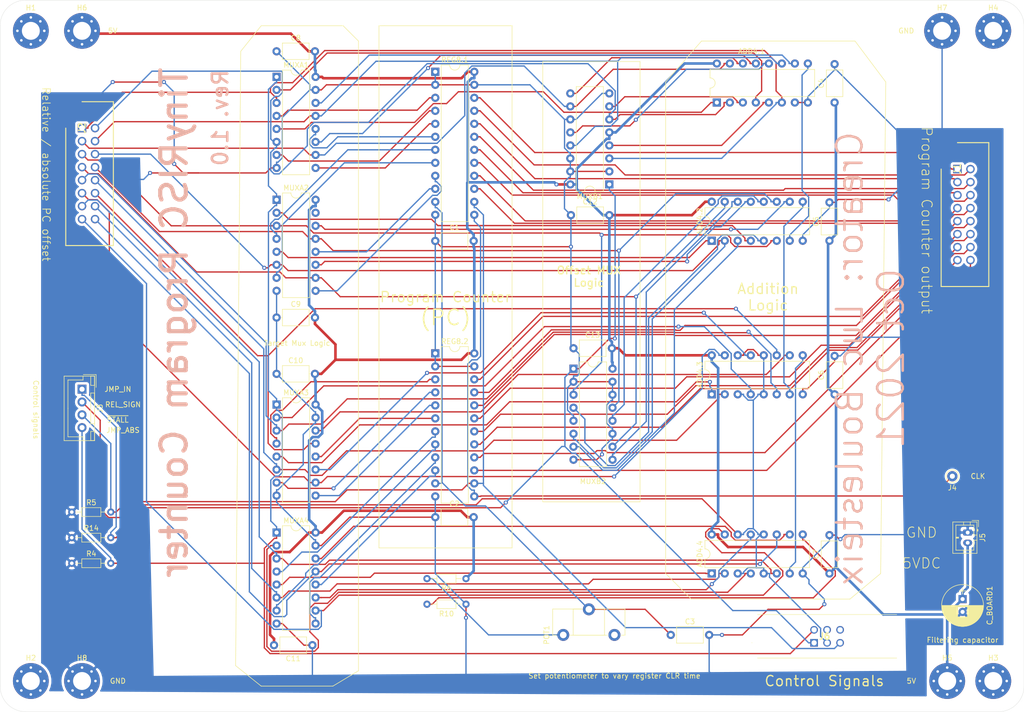
<source format=kicad_pcb>
(kicad_pcb (version 20171130) (host pcbnew "(5.1.10)-1")
  (title_block (title "TinyRISC program Counter") (date 2021-10-21) (rev rev1.0))
  (layers (0 F.Cu signal) (31 B.Cu signal) (34 B.Paste user) (35 F.Paste user) (36 B.SilkS user) (37 F.SilkS user) (38 B.Mask user) (39 F.Mask user) (44 Edge.Cuts user))
  (net 0 "")
  (net 1 /S13)
  (net 2 "Net-(ADD4.4-Pad9)")
  (net 3 /OFF13)
  (net 4 /S15)
  (net 5 REL_SIGN)
  (net 6 /OFF15)
  (net 7 /S12)
  (net 8 /S14)
  (net 9 /OFF12)
  (net 10 "Net-(ADD4.3-Pad9)")
  (net 11 /OFF14)
  (net 12 +5V)
  (net 13 /S9)
  (net 14 /OFF9)
  (net 15 /S11)
  (net 16 /OFF11)
  (net 17 /S8)
  (net 18 /S10)
  (net 19 /OFF8)
  (net 20 "Net-(ADD4.2-Pad9)")
  (net 21 /OFF10)
  (net 22 /S1)
  (net 23 "Net-(ADD4.1-Pad9)")
  (net 24 /OFF1)
  (net 25 /S3)
  (net 26 /R1)
  (net 27 /OFF3)
  (net 28 /S0)
  (net 29 /R3)
  (net 30 /R0)
  (net 31 /S2)
  (net 32 /OFF0)
  (net 33 /R2)
  (net 34 /OFF2)
  (net 35 /S5)
  (net 36 /OFF5)
  (net 37 /S7)
  (net 38 /R5)
  (net 39 /OFF7)
  (net 40 /S4)
  (net 41 /R7)
  (net 42 /R4)
  (net 43 /S6)
  (net 44 /OFF4)
  (net 45 /R6)
  (net 46 /OFF6)
  (net 47 ~PC_CLR)
  (net 48 /O0)
  (net 49 /O1)
  (net 50 /O2)
  (net 51 /O3)
  (net 52 /O4)
  (net 53 /O5)
  (net 54 /O6)
  (net 55 /O7)
  (net 56 /O8)
  (net 57 /O9)
  (net 58 /O10)
  (net 59 /O11)
  (net 60 /O12)
  (net 61 /O13)
  (net 62 /O14)
  (net 63 /O15)
  (net 64 JMP_IN)
  (net 65 ~STALL)
  (net 66 JMP_ABS)
  (net 67 CLK)
  (net 68 /N2)
  (net 69 /N0)
  (net 70 /N3)
  (net 71 /N1)
  (net 72 /N6)
  (net 73 /N4)
  (net 74 /N7)
  (net 75 /N5)
  (net 76 /N10)
  (net 77 /N8)
  (net 78 /N11)
  (net 79 /N9)
  (net 80 /N14)
  (net 81 /N12)
  (net 82 /N15)
  (net 83 /N13)
  (net 84 "Net-(POT1-Pad3)")
  (net 85 "Net-(POT1-Pad1)")
  (net 86 GNDREF)
  (net 87 "Net-(MUXA2-Pad15)")
  (net 88 "Net-(J6-Pad6)")
  (net 89 "Net-(J6-Pad5)")
  (module Connector_JST:JST_PH_B2B-PH-K_1x02_P2.00mm_Vertical (layer F.Cu) (at 229 123 270)
    (fp_text reference J5 (at 1 -2.9 90) (layer F.SilkS))
    (fp_text value POWER/GND)
    (pad 2 thru_hole oval (at 2 0 270) (size 1.2 1.75) (drill 0.75) (layers *.Cu *.Mask) (net 12 +5V))
    (pad 1 thru_hole roundrect (at 0 0 270) (size 1.2 1.75) (drill 0.75) (layers *.Cu *.Mask) (roundrect_rratio 0.2083325) (net 86 GNDREF))
  )
  (module Connector_Pin:Pin_D1.0mm_L10.0mm (layer F.Cu) (at 226 112)
    (fp_text reference J4 (at 0 2.25) (layer F.SilkS))
    (fp_text value Clock)
    (pad 1 thru_hole circle (at 0 0) (size 2 2) (drill 1) (layers *.Cu *.Mask) (net 67 CLK))
  )
  (module "Kicad libraries:6pinIDC" (layer F.Cu) (at 199 144.54 180)
    (fp_text reference J6 (at -2.045 1.27) (layer F.SilkS) (effects (font (size 1.27 1.27) (thickness 0.254))))
    (fp_text value Control hide)
    (pad MH2 np_thru_hole circle (at 8.89 1.02 180) (size 2.8 0) (drill 2.8) (layers *.Cu *.Mask))
    (pad MH1 np_thru_hole circle (at -13.97 1.02 180) (size 2.8 0) (drill 2.8) (layers *.Cu *.Mask))
    (pad 6 thru_hole circle (at -5.08 2.54 180) (size 1.5 1.5) (drill 1) (layers *.Cu *.Mask) (net 88 "Net-(J6-Pad6)"))
    (pad 5 thru_hole circle (at -2.54 2.54 180) (size 1.5 1.5) (drill 1) (layers *.Cu *.Mask) (net 89 "Net-(J6-Pad5)"))
    (pad 4 thru_hole circle (at 0 2.54 180) (size 1.5 1.5) (drill 1) (layers *.Cu *.Mask) (net 66 JMP_ABS))
    (pad 3 thru_hole circle (at -5.08 0 180) (size 1.5 1.5) (drill 1) (layers *.Cu *.Mask) (net 65 ~STALL))
    (pad 2 thru_hole circle (at -2.54 0 180) (size 1.5 1.5) (drill 1) (layers *.Cu *.Mask) (net 5 REL_SIGN))
    (pad 1 thru_hole rect (at 0 0 180) (size 1.5 1.5) (drill 1) (layers *.Cu *.Mask) (net 64 JMP_IN))
  )
  (module "Kicad libraries:16pinIDC" (layer F.Cu) (at 56 44 270)
    (fp_text reference J2 (at 0 0 90) (layer F.SilkS) (effects (font (size 1.27 1.27) (thickness 0.254))))
    (fp_text value PC_OFFS hide)
    (pad 16 thru_hole circle (at 17.78 -2.54 270) (size 1.65 1.65) (drill 1.1) (layers *.Cu *.Mask) (net 6 /OFF15))
    (pad 15 thru_hole circle (at 17.78 0 270) (size 1.65 1.65) (drill 1.1) (layers *.Cu *.Mask) (net 11 /OFF14))
    (pad 14 thru_hole circle (at 15.24 -2.54 270) (size 1.65 1.65) (drill 1.1) (layers *.Cu *.Mask) (net 3 /OFF13))
    (pad 13 thru_hole circle (at 15.24 0 270) (size 1.65 1.65) (drill 1.1) (layers *.Cu *.Mask) (net 9 /OFF12))
    (pad 12 thru_hole circle (at 12.7 -2.54 270) (size 1.65 1.65) (drill 1.1) (layers *.Cu *.Mask) (net 16 /OFF11))
    (pad 11 thru_hole circle (at 12.7 0 270) (size 1.65 1.65) (drill 1.1) (layers *.Cu *.Mask) (net 21 /OFF10))
    (pad 10 thru_hole circle (at 10.16 -2.54 270) (size 1.65 1.65) (drill 1.1) (layers *.Cu *.Mask) (net 14 /OFF9))
    (pad 9 thru_hole circle (at 10.16 0 270) (size 1.65 1.65) (drill 1.1) (layers *.Cu *.Mask) (net 19 /OFF8))
    (pad 8 thru_hole circle (at 7.62 -2.54 270) (size 1.65 1.65) (drill 1.1) (layers *.Cu *.Mask) (net 39 /OFF7))
    (pad 7 thru_hole circle (at 7.62 0 270) (size 1.65 1.65) (drill 1.1) (layers *.Cu *.Mask) (net 46 /OFF6))
    (pad 6 thru_hole circle (at 5.08 -2.54 270) (size 1.65 1.65) (drill 1.1) (layers *.Cu *.Mask) (net 36 /OFF5))
    (pad 5 thru_hole circle (at 5.08 0 270) (size 1.65 1.65) (drill 1.1) (layers *.Cu *.Mask) (net 44 /OFF4))
    (pad 4 thru_hole circle (at 2.54 -2.54 270) (size 1.65 1.65) (drill 1.1) (layers *.Cu *.Mask) (net 27 /OFF3))
    (pad 3 thru_hole circle (at 2.54 0 270) (size 1.65 1.65) (drill 1.1) (layers *.Cu *.Mask) (net 34 /OFF2))
    (pad 2 thru_hole circle (at 0 -2.54 270) (size 1.65 1.65) (drill 1.1) (layers *.Cu *.Mask) (net 24 /OFF1))
    (pad 1 thru_hole rect (at 0 0 270) (size 1.65 1.65) (drill 1.1) (layers *.Cu *.Mask) (net 32 /OFF0))
  )
  (module "Kicad libraries:16pinIDC" (layer F.Cu) (at 227 52 270)
    (fp_text reference J1 (at 0 0 90) (layer F.SilkS) (effects (font (size 1.27 1.27) (thickness 0.254))))
    (fp_text value PC_OUT hide)
    (pad 16 thru_hole circle (at 17.78 -2.54 270) (size 1.65 1.65) (drill 1.1) (layers *.Cu *.Mask) (net 63 /O15))
    (pad 15 thru_hole circle (at 17.78 0 270) (size 1.65 1.65) (drill 1.1) (layers *.Cu *.Mask) (net 62 /O14))
    (pad 14 thru_hole circle (at 15.24 -2.54 270) (size 1.65 1.65) (drill 1.1) (layers *.Cu *.Mask) (net 61 /O13))
    (pad 13 thru_hole circle (at 15.24 0 270) (size 1.65 1.65) (drill 1.1) (layers *.Cu *.Mask) (net 60 /O12))
    (pad 12 thru_hole circle (at 12.7 -2.54 270) (size 1.65 1.65) (drill 1.1) (layers *.Cu *.Mask) (net 59 /O11))
    (pad 11 thru_hole circle (at 12.7 0 270) (size 1.65 1.65) (drill 1.1) (layers *.Cu *.Mask) (net 58 /O10))
    (pad 10 thru_hole circle (at 10.16 -2.54 270) (size 1.65 1.65) (drill 1.1) (layers *.Cu *.Mask) (net 57 /O9))
    (pad 9 thru_hole circle (at 10.16 0 270) (size 1.65 1.65) (drill 1.1) (layers *.Cu *.Mask) (net 56 /O8))
    (pad 8 thru_hole circle (at 7.62 -2.54 270) (size 1.65 1.65) (drill 1.1) (layers *.Cu *.Mask) (net 55 /O7))
    (pad 7 thru_hole circle (at 7.62 0 270) (size 1.65 1.65) (drill 1.1) (layers *.Cu *.Mask) (net 54 /O6))
    (pad 6 thru_hole circle (at 5.08 -2.54 270) (size 1.65 1.65) (drill 1.1) (layers *.Cu *.Mask) (net 53 /O5))
    (pad 5 thru_hole circle (at 5.08 0 270) (size 1.65 1.65) (drill 1.1) (layers *.Cu *.Mask) (net 52 /O4))
    (pad 4 thru_hole circle (at 2.54 -2.54 270) (size 1.65 1.65) (drill 1.1) (layers *.Cu *.Mask) (net 51 /O3))
    (pad 3 thru_hole circle (at 2.54 0 270) (size 1.65 1.65) (drill 1.1) (layers *.Cu *.Mask) (net 50 /O2))
    (pad 2 thru_hole circle (at 0 -2.54 270) (size 1.65 1.65) (drill 1.1) (layers *.Cu *.Mask) (net 49 /O1))
    (pad 1 thru_hole rect (at 0 0 270) (size 1.65 1.65) (drill 1.1) (layers *.Cu *.Mask) (net 48 /O0))
  )
  (module Mounting_Holes:MountingHole_3.5mm_Pad_Via (layer F.Cu) (at 56 152)
    (fp_text reference H8 (at 0 -4.5) (layer F.SilkS))
    (fp_text value MountingHole_Pad)
    (pad 1 thru_hole circle (at 0 0) (size 7 7) (drill 3.5) (layers *.Cu *.Mask) (net 86 GNDREF))
    (pad 1 thru_hole circle (at 2.625 0) (size 0.8 0.8) (drill 0.5) (layers *.Cu *.Mask) (net 86 GNDREF))
    (pad 1 thru_hole circle (at 1.856155 1.856155) (size 0.8 0.8) (drill 0.5) (layers *.Cu *.Mask) (net 86 GNDREF))
    (pad 1 thru_hole circle (at 0 2.625) (size 0.8 0.8) (drill 0.5) (layers *.Cu *.Mask) (net 86 GNDREF))
    (pad 1 thru_hole circle (at -1.856155 1.856155) (size 0.8 0.8) (drill 0.5) (layers *.Cu *.Mask) (net 86 GNDREF))
    (pad 1 thru_hole circle (at -2.625 0) (size 0.8 0.8) (drill 0.5) (layers *.Cu *.Mask) (net 86 GNDREF))
    (pad 1 thru_hole circle (at -1.856155 -1.856155) (size 0.8 0.8) (drill 0.5) (layers *.Cu *.Mask) (net 86 GNDREF))
    (pad 1 thru_hole circle (at 0 -2.625) (size 0.8 0.8) (drill 0.5) (layers *.Cu *.Mask) (net 86 GNDREF))
    (pad 1 thru_hole circle (at 1.856155 -1.856155) (size 0.8 0.8) (drill 0.5) (layers *.Cu *.Mask) (net 86 GNDREF))
  )
  (module Mounting_Holes:MountingHole_3.5mm_Pad_Via (layer F.Cu) (at 224 25)
    (fp_text reference H7 (at 0 -4.5) (layer F.SilkS))
    (fp_text value MountingHole_Pad)
    (pad 1 thru_hole circle (at 0 0) (size 7 7) (drill 3.5) (layers *.Cu *.Mask) (net 86 GNDREF))
    (pad 1 thru_hole circle (at 2.625 0) (size 0.8 0.8) (drill 0.5) (layers *.Cu *.Mask) (net 86 GNDREF))
    (pad 1 thru_hole circle (at 1.856155 1.856155) (size 0.8 0.8) (drill 0.5) (layers *.Cu *.Mask) (net 86 GNDREF))
    (pad 1 thru_hole circle (at 0 2.625) (size 0.8 0.8) (drill 0.5) (layers *.Cu *.Mask) (net 86 GNDREF))
    (pad 1 thru_hole circle (at -1.856155 1.856155) (size 0.8 0.8) (drill 0.5) (layers *.Cu *.Mask) (net 86 GNDREF))
    (pad 1 thru_hole circle (at -2.625 0) (size 0.8 0.8) (drill 0.5) (layers *.Cu *.Mask) (net 86 GNDREF))
    (pad 1 thru_hole circle (at -1.856155 -1.856155) (size 0.8 0.8) (drill 0.5) (layers *.Cu *.Mask) (net 86 GNDREF))
    (pad 1 thru_hole circle (at 0 -2.625) (size 0.8 0.8) (drill 0.5) (layers *.Cu *.Mask) (net 86 GNDREF))
    (pad 1 thru_hole circle (at 1.856155 -1.856155) (size 0.8 0.8) (drill 0.5) (layers *.Cu *.Mask) (net 86 GNDREF))
  )
  (module Mounting_Holes:MountingHole_3.5mm_Pad_Via (layer F.Cu) (at 56 25)
    (fp_text reference H6 (at 0 -4.5) (layer F.SilkS))
    (fp_text value MountingHole_Pad)
    (pad 1 thru_hole circle (at 0 0) (size 7 7) (drill 3.5) (layers *.Cu *.Mask) (net 12 +5V))
    (pad 1 thru_hole circle (at 2.625 0) (size 0.8 0.8) (drill 0.5) (layers *.Cu *.Mask) (net 12 +5V))
    (pad 1 thru_hole circle (at 1.856155 1.856155) (size 0.8 0.8) (drill 0.5) (layers *.Cu *.Mask) (net 12 +5V))
    (pad 1 thru_hole circle (at 0 2.625) (size 0.8 0.8) (drill 0.5) (layers *.Cu *.Mask) (net 12 +5V))
    (pad 1 thru_hole circle (at -1.856155 1.856155) (size 0.8 0.8) (drill 0.5) (layers *.Cu *.Mask) (net 12 +5V))
    (pad 1 thru_hole circle (at -2.625 0) (size 0.8 0.8) (drill 0.5) (layers *.Cu *.Mask) (net 12 +5V))
    (pad 1 thru_hole circle (at -1.856155 -1.856155) (size 0.8 0.8) (drill 0.5) (layers *.Cu *.Mask) (net 12 +5V))
    (pad 1 thru_hole circle (at 0 -2.625) (size 0.8 0.8) (drill 0.5) (layers *.Cu *.Mask) (net 12 +5V))
    (pad 1 thru_hole circle (at 1.856155 -1.856155) (size 0.8 0.8) (drill 0.5) (layers *.Cu *.Mask) (net 12 +5V))
  )
  (module Mounting_Holes:MountingHole_3.5mm_Pad_Via (layer F.Cu) (at 225 152)
    (fp_text reference H5 (at 0 -4.5) (layer F.SilkS))
    (fp_text value MountingHole_Pad)
    (pad 1 thru_hole circle (at 0 0) (size 7 7) (drill 3.5) (layers *.Cu *.Mask) (net 12 +5V))
    (pad 1 thru_hole circle (at 2.625 0) (size 0.8 0.8) (drill 0.5) (layers *.Cu *.Mask) (net 12 +5V))
    (pad 1 thru_hole circle (at 1.856155 1.856155) (size 0.8 0.8) (drill 0.5) (layers *.Cu *.Mask) (net 12 +5V))
    (pad 1 thru_hole circle (at 0 2.625) (size 0.8 0.8) (drill 0.5) (layers *.Cu *.Mask) (net 12 +5V))
    (pad 1 thru_hole circle (at -1.856155 1.856155) (size 0.8 0.8) (drill 0.5) (layers *.Cu *.Mask) (net 12 +5V))
    (pad 1 thru_hole circle (at -2.625 0) (size 0.8 0.8) (drill 0.5) (layers *.Cu *.Mask) (net 12 +5V))
    (pad 1 thru_hole circle (at -1.856155 -1.856155) (size 0.8 0.8) (drill 0.5) (layers *.Cu *.Mask) (net 12 +5V))
    (pad 1 thru_hole circle (at 0 -2.625) (size 0.8 0.8) (drill 0.5) (layers *.Cu *.Mask) (net 12 +5V))
    (pad 1 thru_hole circle (at 1.856155 -1.856155) (size 0.8 0.8) (drill 0.5) (layers *.Cu *.Mask) (net 12 +5V))
  )
  (module Mounting_Holes:MountingHole_3.5mm_Pad_Via (layer F.Cu) (at 234 25)
    (fp_text reference H4 (at 0 -4.5) (layer F.SilkS))
    (fp_text value MountingHole)
    (pad 1 thru_hole circle (at 0 0) (size 7 7) (drill 3.5) (layers *.Cu *.Mask))
    (pad 1 thru_hole circle (at 2.625 0) (size 0.8 0.8) (drill 0.5) (layers *.Cu *.Mask))
    (pad 1 thru_hole circle (at 1.856155 1.856155) (size 0.8 0.8) (drill 0.5) (layers *.Cu *.Mask))
    (pad 1 thru_hole circle (at 0 2.625) (size 0.8 0.8) (drill 0.5) (layers *.Cu *.Mask))
    (pad 1 thru_hole circle (at -1.856155 1.856155) (size 0.8 0.8) (drill 0.5) (layers *.Cu *.Mask))
    (pad 1 thru_hole circle (at -2.625 0) (size 0.8 0.8) (drill 0.5) (layers *.Cu *.Mask))
    (pad 1 thru_hole circle (at -1.856155 -1.856155) (size 0.8 0.8) (drill 0.5) (layers *.Cu *.Mask))
    (pad 1 thru_hole circle (at 0 -2.625) (size 0.8 0.8) (drill 0.5) (layers *.Cu *.Mask))
    (pad 1 thru_hole circle (at 1.856155 -1.856155) (size 0.8 0.8) (drill 0.5) (layers *.Cu *.Mask))
  )
  (module Mounting_Holes:MountingHole_3.5mm_Pad_Via (layer F.Cu) (at 234 152)
    (fp_text reference H3 (at 0 -4.5) (layer F.SilkS))
    (fp_text value MountingHole)
    (pad 1 thru_hole circle (at 0 0) (size 7 7) (drill 3.5) (layers *.Cu *.Mask))
    (pad 1 thru_hole circle (at 2.625 0) (size 0.8 0.8) (drill 0.5) (layers *.Cu *.Mask))
    (pad 1 thru_hole circle (at 1.856155 1.856155) (size 0.8 0.8) (drill 0.5) (layers *.Cu *.Mask))
    (pad 1 thru_hole circle (at 0 2.625) (size 0.8 0.8) (drill 0.5) (layers *.Cu *.Mask))
    (pad 1 thru_hole circle (at -1.856155 1.856155) (size 0.8 0.8) (drill 0.5) (layers *.Cu *.Mask))
    (pad 1 thru_hole circle (at -2.625 0) (size 0.8 0.8) (drill 0.5) (layers *.Cu *.Mask))
    (pad 1 thru_hole circle (at -1.856155 -1.856155) (size 0.8 0.8) (drill 0.5) (layers *.Cu *.Mask))
    (pad 1 thru_hole circle (at 0 -2.625) (size 0.8 0.8) (drill 0.5) (layers *.Cu *.Mask))
    (pad 1 thru_hole circle (at 1.856155 -1.856155) (size 0.8 0.8) (drill 0.5) (layers *.Cu *.Mask))
  )
  (module Mounting_Holes:MountingHole_3.5mm_Pad_Via (layer F.Cu) (at 46 152)
    (fp_text reference H2 (at 0 -4.5) (layer F.SilkS))
    (fp_text value MountingHole)
    (pad 1 thru_hole circle (at 0 0) (size 7 7) (drill 3.5) (layers *.Cu *.Mask))
    (pad 1 thru_hole circle (at 2.625 0) (size 0.8 0.8) (drill 0.5) (layers *.Cu *.Mask))
    (pad 1 thru_hole circle (at 1.856155 1.856155) (size 0.8 0.8) (drill 0.5) (layers *.Cu *.Mask))
    (pad 1 thru_hole circle (at 0 2.625) (size 0.8 0.8) (drill 0.5) (layers *.Cu *.Mask))
    (pad 1 thru_hole circle (at -1.856155 1.856155) (size 0.8 0.8) (drill 0.5) (layers *.Cu *.Mask))
    (pad 1 thru_hole circle (at -2.625 0) (size 0.8 0.8) (drill 0.5) (layers *.Cu *.Mask))
    (pad 1 thru_hole circle (at -1.856155 -1.856155) (size 0.8 0.8) (drill 0.5) (layers *.Cu *.Mask))
    (pad 1 thru_hole circle (at 0 -2.625) (size 0.8 0.8) (drill 0.5) (layers *.Cu *.Mask))
    (pad 1 thru_hole circle (at 1.856155 -1.856155) (size 0.8 0.8) (drill 0.5) (layers *.Cu *.Mask))
  )
  (module Mounting_Holes:MountingHole_3.5mm_Pad_Via (layer F.Cu) (at 46 25)
    (fp_text reference H1 (at 0 -4.5) (layer F.SilkS))
    (fp_text value MountingHole)
    (pad 1 thru_hole circle (at 0 0) (size 7 7) (drill 3.5) (layers *.Cu *.Mask))
    (pad 1 thru_hole circle (at 2.625 0) (size 0.8 0.8) (drill 0.5) (layers *.Cu *.Mask))
    (pad 1 thru_hole circle (at 1.856155 1.856155) (size 0.8 0.8) (drill 0.5) (layers *.Cu *.Mask))
    (pad 1 thru_hole circle (at 0 2.625) (size 0.8 0.8) (drill 0.5) (layers *.Cu *.Mask))
    (pad 1 thru_hole circle (at -1.856155 1.856155) (size 0.8 0.8) (drill 0.5) (layers *.Cu *.Mask))
    (pad 1 thru_hole circle (at -2.625 0) (size 0.8 0.8) (drill 0.5) (layers *.Cu *.Mask))
    (pad 1 thru_hole circle (at -1.856155 -1.856155) (size 0.8 0.8) (drill 0.5) (layers *.Cu *.Mask))
    (pad 1 thru_hole circle (at 0 -2.625) (size 0.8 0.8) (drill 0.5) (layers *.Cu *.Mask))
    (pad 1 thru_hole circle (at 1.856155 -1.856155) (size 0.8 0.8) (drill 0.5) (layers *.Cu *.Mask))
  )
  (module Capacitors_THT:C_Axial_L5.1mm_D3.1mm_P7.50mm_Horizontal (layer F.Cu) (at 152 87)
    (fp_text reference C13 (at 3.75 -2.61) (layer F.SilkS))
    (fp_text value 100nF)
    (pad 1 thru_hole circle (at 0 0) (size 1.6 1.6) (drill 0.8) (layers *.Cu *.Mask) (net 86 GNDREF))
    (pad 2 thru_hole oval (at 7.5 0) (size 1.6 1.6) (drill 0.8) (layers *.Cu *.Mask) (net 12 +5V))
  )
  (module Capacitors_THT:C_Axial_L5.1mm_D3.1mm_P7.50mm_Horizontal (layer F.Cu) (at 151.5 61)
    (fp_text reference C12 (at 3.75 -2.61) (layer F.SilkS))
    (fp_text value 100nF)
    (pad 1 thru_hole circle (at 0 0) (size 1.6 1.6) (drill 0.8) (layers *.Cu *.Mask) (net 86 GNDREF))
    (pad 2 thru_hole oval (at 7.5 0) (size 1.6 1.6) (drill 0.8) (layers *.Cu *.Mask) (net 12 +5V))
  )
  (module Capacitors_THT:C_Axial_L5.1mm_D3.1mm_P7.50mm_Horizontal (layer F.Cu) (at 101 145 180)
    (fp_text reference C11 (at 3.75 -2.61) (layer F.SilkS))
    (fp_text value 100nF)
    (pad 1 thru_hole circle (at 0 0 180) (size 1.6 1.6) (drill 0.8) (layers *.Cu *.Mask) (net 86 GNDREF))
    (pad 2 thru_hole oval (at 7.5 0 180) (size 1.6 1.6) (drill 0.8) (layers *.Cu *.Mask) (net 12 +5V))
  )
  (module Capacitors_THT:C_Axial_L5.1mm_D3.1mm_P7.50mm_Horizontal (layer F.Cu) (at 94 92)
    (fp_text reference C10 (at 3.75 -2.61) (layer F.SilkS))
    (fp_text value 100nf)
    (pad 1 thru_hole circle (at 0 0) (size 1.6 1.6) (drill 0.8) (layers *.Cu *.Mask) (net 86 GNDREF))
    (pad 2 thru_hole oval (at 7.5 0) (size 1.6 1.6) (drill 0.8) (layers *.Cu *.Mask) (net 12 +5V))
  )
  (module Capacitors_THT:C_Axial_L5.1mm_D3.1mm_P7.50mm_Horizontal (layer F.Cu) (at 94 81)
    (fp_text reference C9 (at 3.75 -2.61) (layer F.SilkS))
    (fp_text value 100nF)
    (pad 1 thru_hole circle (at 0 0) (size 1.6 1.6) (drill 0.8) (layers *.Cu *.Mask) (net 86 GNDREF))
    (pad 2 thru_hole oval (at 7.5 0) (size 1.6 1.6) (drill 0.8) (layers *.Cu *.Mask) (net 12 +5V))
  )
  (module Capacitors_THT:C_Axial_L5.1mm_D3.1mm_P7.50mm_Horizontal (layer F.Cu) (at 94 29)
    (fp_text reference C8 (at 3.75 -2.61) (layer F.SilkS))
    (fp_text value 100nF)
    (pad 1 thru_hole circle (at 0 0) (size 1.6 1.6) (drill 0.8) (layers *.Cu *.Mask) (net 86 GNDREF))
    (pad 2 thru_hole oval (at 7.5 0) (size 1.6 1.6) (drill 0.8) (layers *.Cu *.Mask) (net 12 +5V))
  )
  (module Capacitors_THT:C_Axial_L5.1mm_D3.1mm_P7.50mm_Horizontal (layer F.Cu) (at 202 131 90)
    (fp_text reference C7 (at 3.75 -2.61 90) (layer F.SilkS))
    (fp_text value 100nF)
    (pad 1 thru_hole circle (at 0 0 90) (size 1.6 1.6) (drill 0.8) (layers *.Cu *.Mask) (net 12 +5V))
    (pad 2 thru_hole oval (at 7.5 0 90) (size 1.6 1.6) (drill 0.8) (layers *.Cu *.Mask) (net 86 GNDREF))
  )
  (module Capacitors_THT:C_Axial_L5.1mm_D3.1mm_P7.50mm_Horizontal (layer F.Cu) (at 203 96 90)
    (fp_text reference C6 (at 3.75 -2.61 90) (layer F.SilkS))
    (fp_text value 100nF)
    (pad 1 thru_hole circle (at 0 0 90) (size 1.6 1.6) (drill 0.8) (layers *.Cu *.Mask) (net 12 +5V))
    (pad 2 thru_hole oval (at 7.5 0 90) (size 1.6 1.6) (drill 0.8) (layers *.Cu *.Mask) (net 86 GNDREF))
  )
  (module Capacitors_THT:C_Axial_L5.1mm_D3.1mm_P7.50mm_Horizontal (layer F.Cu) (at 202 66 90)
    (fp_text reference C5 (at 3.75 -2.61 90) (layer F.SilkS))
    (fp_text value 100nF)
    (pad 1 thru_hole circle (at 0 0 90) (size 1.6 1.6) (drill 0.8) (layers *.Cu *.Mask) (net 12 +5V))
    (pad 2 thru_hole oval (at 7.5 0 90) (size 1.6 1.6) (drill 0.8) (layers *.Cu *.Mask) (net 86 GNDREF))
  )
  (module Capacitors_THT:C_Axial_L5.1mm_D3.1mm_P7.50mm_Horizontal (layer F.Cu) (at 203 39 90)
    (fp_text reference C4 (at 3.75 -2.61 90) (layer F.SilkS))
    (fp_text value 100nF)
    (pad 1 thru_hole circle (at 0 0 90) (size 1.6 1.6) (drill 0.8) (layers *.Cu *.Mask) (net 12 +5V))
    (pad 2 thru_hole oval (at 7.5 0 90) (size 1.6 1.6) (drill 0.8) (layers *.Cu *.Mask) (net 86 GNDREF))
  )
  (module Capacitors_THT:C_Axial_L5.1mm_D3.1mm_P7.50mm_Horizontal (layer F.Cu) (at 171 143)
    (fp_text reference C3 (at 3.75 -2.61) (layer F.SilkS))
    (fp_text value C?)
    (pad 1 thru_hole circle (at 0 0) (size 1.6 1.6) (drill 0.8) (layers *.Cu *.Mask) (net 47 ~PC_CLR))
    (pad 2 thru_hole oval (at 7.5 0) (size 1.6 1.6) (drill 0.8) (layers *.Cu *.Mask) (net 86 GNDREF))
  )
  (module Capacitors_THT:C_Axial_L5.1mm_D3.1mm_P7.50mm_Horizontal (layer F.Cu) (at 125 120)
    (fp_text reference C2 (at 3.75 -2.61) (layer F.SilkS))
    (fp_text value 100nF)
    (pad 1 thru_hole circle (at 0 0) (size 1.6 1.6) (drill 0.8) (layers *.Cu *.Mask) (net 86 GNDREF))
    (pad 2 thru_hole oval (at 7.5 0) (size 1.6 1.6) (drill 0.8) (layers *.Cu *.Mask) (net 12 +5V))
  )
  (module Capacitors_THT:C_Axial_L5.1mm_D3.1mm_P7.50mm_Horizontal (layer F.Cu) (at 125 66.04)
    (fp_text reference C1 (at 3.75 -2.61) (layer F.SilkS))
    (fp_text value 100nF)
    (pad 1 thru_hole circle (at 0 0) (size 1.6 1.6) (drill 0.8) (layers *.Cu *.Mask) (net 86 GNDREF))
    (pad 2 thru_hole oval (at 7.5 0) (size 1.6 1.6) (drill 0.8) (layers *.Cu *.Mask) (net 12 +5V))
  )
  (module Housings_DIP:DIP-24_W7.62mm (layer F.Cu) (at 125 88)
    (fp_text reference REG8.2 (at 3.81 -2.33) (layer F.SilkS))
    (fp_text value 74F825)
    (pad 1 thru_hole rect (at 0 0) (size 1.6 1.6) (drill 0.8) (layers *.Cu *.Mask) (net 86 GNDREF))
    (pad 13 thru_hole oval (at 7.62 27.94) (size 1.6 1.6) (drill 0.8) (layers *.Cu *.Mask) (net 67 CLK))
    (pad 2 thru_hole oval (at 0 2.54) (size 1.6 1.6) (drill 0.8) (layers *.Cu *.Mask) (net 86 GNDREF))
    (pad 14 thru_hole oval (at 7.62 25.4) (size 1.6 1.6) (drill 0.8) (layers *.Cu *.Mask) (net 65 ~STALL))
    (pad 3 thru_hole oval (at 0 5.08) (size 1.6 1.6) (drill 0.8) (layers *.Cu *.Mask) (net 77 /N8))
    (pad 15 thru_hole oval (at 7.62 22.86) (size 1.6 1.6) (drill 0.8) (layers *.Cu *.Mask) (net 63 /O15))
    (pad 4 thru_hole oval (at 0 7.62) (size 1.6 1.6) (drill 0.8) (layers *.Cu *.Mask) (net 79 /N9))
    (pad 16 thru_hole oval (at 7.62 20.32) (size 1.6 1.6) (drill 0.8) (layers *.Cu *.Mask) (net 62 /O14))
    (pad 5 thru_hole oval (at 0 10.16) (size 1.6 1.6) (drill 0.8) (layers *.Cu *.Mask) (net 76 /N10))
    (pad 17 thru_hole oval (at 7.62 17.78) (size 1.6 1.6) (drill 0.8) (layers *.Cu *.Mask) (net 61 /O13))
    (pad 6 thru_hole oval (at 0 12.7) (size 1.6 1.6) (drill 0.8) (layers *.Cu *.Mask) (net 78 /N11))
    (pad 18 thru_hole oval (at 7.62 15.24) (size 1.6 1.6) (drill 0.8) (layers *.Cu *.Mask) (net 60 /O12))
    (pad 7 thru_hole oval (at 0 15.24) (size 1.6 1.6) (drill 0.8) (layers *.Cu *.Mask) (net 81 /N12))
    (pad 19 thru_hole oval (at 7.62 12.7) (size 1.6 1.6) (drill 0.8) (layers *.Cu *.Mask) (net 59 /O11))
    (pad 8 thru_hole oval (at 0 17.78) (size 1.6 1.6) (drill 0.8) (layers *.Cu *.Mask) (net 83 /N13))
    (pad 20 thru_hole oval (at 7.62 10.16) (size 1.6 1.6) (drill 0.8) (layers *.Cu *.Mask) (net 58 /O10))
    (pad 9 thru_hole oval (at 0 20.32) (size 1.6 1.6) (drill 0.8) (layers *.Cu *.Mask) (net 80 /N14))
    (pad 21 thru_hole oval (at 7.62 7.62) (size 1.6 1.6) (drill 0.8) (layers *.Cu *.Mask) (net 57 /O9))
    (pad 10 thru_hole oval (at 0 22.86) (size 1.6 1.6) (drill 0.8) (layers *.Cu *.Mask) (net 82 /N15))
    (pad 22 thru_hole oval (at 7.62 5.08) (size 1.6 1.6) (drill 0.8) (layers *.Cu *.Mask) (net 56 /O8))
    (pad 11 thru_hole oval (at 0 25.4) (size 1.6 1.6) (drill 0.8) (layers *.Cu *.Mask) (net 47 ~PC_CLR))
    (pad 23 thru_hole oval (at 7.62 2.54) (size 1.6 1.6) (drill 0.8) (layers *.Cu *.Mask) (net 86 GNDREF))
    (pad 12 thru_hole oval (at 0 27.94) (size 1.6 1.6) (drill 0.8) (layers *.Cu *.Mask) (net 86 GNDREF))
    (pad 24 thru_hole oval (at 7.62 0) (size 1.6 1.6) (drill 0.8) (layers *.Cu *.Mask) (net 12 +5V))
  )
  (module Housings_DIP:DIP-24_W7.62mm (layer F.Cu) (at 125 33)
    (fp_text reference REG8.1 (at 3.81 -2.33) (layer F.SilkS))
    (fp_text value 74F825)
    (pad 1 thru_hole rect (at 0 0) (size 1.6 1.6) (drill 0.8) (layers *.Cu *.Mask) (net 86 GNDREF))
    (pad 13 thru_hole oval (at 7.62 27.94) (size 1.6 1.6) (drill 0.8) (layers *.Cu *.Mask) (net 67 CLK))
    (pad 2 thru_hole oval (at 0 2.54) (size 1.6 1.6) (drill 0.8) (layers *.Cu *.Mask) (net 86 GNDREF))
    (pad 14 thru_hole oval (at 7.62 25.4) (size 1.6 1.6) (drill 0.8) (layers *.Cu *.Mask) (net 65 ~STALL))
    (pad 3 thru_hole oval (at 0 5.08) (size 1.6 1.6) (drill 0.8) (layers *.Cu *.Mask) (net 69 /N0))
    (pad 15 thru_hole oval (at 7.62 22.86) (size 1.6 1.6) (drill 0.8) (layers *.Cu *.Mask) (net 55 /O7))
    (pad 4 thru_hole oval (at 0 7.62) (size 1.6 1.6) (drill 0.8) (layers *.Cu *.Mask) (net 71 /N1))
    (pad 16 thru_hole oval (at 7.62 20.32) (size 1.6 1.6) (drill 0.8) (layers *.Cu *.Mask) (net 54 /O6))
    (pad 5 thru_hole oval (at 0 10.16) (size 1.6 1.6) (drill 0.8) (layers *.Cu *.Mask) (net 68 /N2))
    (pad 17 thru_hole oval (at 7.62 17.78) (size 1.6 1.6) (drill 0.8) (layers *.Cu *.Mask) (net 53 /O5))
    (pad 6 thru_hole oval (at 0 12.7) (size 1.6 1.6) (drill 0.8) (layers *.Cu *.Mask) (net 70 /N3))
    (pad 18 thru_hole oval (at 7.62 15.24) (size 1.6 1.6) (drill 0.8) (layers *.Cu *.Mask) (net 52 /O4))
    (pad 7 thru_hole oval (at 0 15.24) (size 1.6 1.6) (drill 0.8) (layers *.Cu *.Mask) (net 73 /N4))
    (pad 19 thru_hole oval (at 7.62 12.7) (size 1.6 1.6) (drill 0.8) (layers *.Cu *.Mask) (net 51 /O3))
    (pad 8 thru_hole oval (at 0 17.78) (size 1.6 1.6) (drill 0.8) (layers *.Cu *.Mask) (net 75 /N5))
    (pad 20 thru_hole oval (at 7.62 10.16) (size 1.6 1.6) (drill 0.8) (layers *.Cu *.Mask) (net 50 /O2))
    (pad 9 thru_hole oval (at 0 20.32) (size 1.6 1.6) (drill 0.8) (layers *.Cu *.Mask) (net 72 /N6))
    (pad 21 thru_hole oval (at 7.62 7.62) (size 1.6 1.6) (drill 0.8) (layers *.Cu *.Mask) (net 49 /O1))
    (pad 10 thru_hole oval (at 0 22.86) (size 1.6 1.6) (drill 0.8) (layers *.Cu *.Mask) (net 74 /N7))
    (pad 22 thru_hole oval (at 7.62 5.08) (size 1.6 1.6) (drill 0.8) (layers *.Cu *.Mask) (net 48 /O0))
    (pad 11 thru_hole oval (at 0 25.4) (size 1.6 1.6) (drill 0.8) (layers *.Cu *.Mask) (net 47 ~PC_CLR))
    (pad 23 thru_hole oval (at 7.62 2.54) (size 1.6 1.6) (drill 0.8) (layers *.Cu *.Mask) (net 86 GNDREF))
    (pad 12 thru_hole oval (at 0 27.94) (size 1.6 1.6) (drill 0.8) (layers *.Cu *.Mask) (net 86 GNDREF))
    (pad 24 thru_hole oval (at 7.62 0) (size 1.6 1.6) (drill 0.8) (layers *.Cu *.Mask) (net 12 +5V))
  )
  (module Resistors_THT:R_Axial_DIN0204_L3.6mm_D1.6mm_P7.62mm_Horizontal (layer F.Cu) (at 54 124)
    (fp_text reference R14 (at 3.81 -1.86) (layer F.SilkS))
    (fp_text value 10K)
    (pad 1 thru_hole circle (at 0 0) (size 1.4 1.4) (drill 0.7) (layers *.Cu *.Mask) (net 86 GNDREF))
    (pad 2 thru_hole oval (at 7.62 0) (size 1.4 1.4) (drill 0.7) (layers *.Cu *.Mask) (net 64 JMP_IN))
  )
  (module Resistors_THT:R_Axial_DIN0204_L3.6mm_D1.6mm_P7.62mm_Horizontal (layer F.Cu) (at 131 137 180)
    (fp_text reference R10 (at 3.81 -1.86) (layer F.SilkS))
    (fp_text value 10K)
    (pad 1 thru_hole circle (at 0 0 180) (size 1.4 1.4) (drill 0.7) (layers *.Cu *.Mask) (net 86 GNDREF))
    (pad 2 thru_hole oval (at 7.62 0 180) (size 1.4 1.4) (drill 0.7) (layers *.Cu *.Mask) (net 2 "Net-(ADD4.4-Pad9)"))
  )
  (module Resistors_THT:R_Axial_DIN0204_L3.6mm_D1.6mm_P7.62mm_Horizontal (layer F.Cu) (at 131 132 180)
    (fp_text reference R6 (at 3.81 -1.86) (layer F.SilkS))
    (fp_text value 100)
    (pad 1 thru_hole circle (at 0 0 180) (size 1.4 1.4) (drill 0.7) (layers *.Cu *.Mask) (net 12 +5V))
    (pad 2 thru_hole oval (at 7.62 0 180) (size 1.4 1.4) (drill 0.7) (layers *.Cu *.Mask) (net 85 "Net-(POT1-Pad1)"))
  )
  (module Resistors_THT:R_Axial_DIN0204_L3.6mm_D1.6mm_P7.62mm_Horizontal (layer F.Cu) (at 54 119)
    (fp_text reference R5 (at 3.81 -1.86) (layer F.SilkS))
    (fp_text value 10K)
    (pad 1 thru_hole circle (at 0 0) (size 1.4 1.4) (drill 0.7) (layers *.Cu *.Mask) (net 86 GNDREF))
    (pad 2 thru_hole oval (at 7.62 0) (size 1.4 1.4) (drill 0.7) (layers *.Cu *.Mask) (net 65 ~STALL))
  )
  (module Resistors_THT:R_Axial_DIN0204_L3.6mm_D1.6mm_P7.62mm_Horizontal (layer F.Cu) (at 54 129)
    (fp_text reference R4 (at 3.81 -1.86) (layer F.SilkS))
    (fp_text value 10K)
    (pad 1 thru_hole circle (at 0 0) (size 1.4 1.4) (drill 0.7) (layers *.Cu *.Mask) (net 86 GNDREF))
    (pad 2 thru_hole oval (at 7.62 0) (size 1.4 1.4) (drill 0.7) (layers *.Cu *.Mask) (net 66 JMP_ABS))
  )
  (module Potentiometers:Potentiometer_Trimmer_ACP_CA14h5_Vertical_Px5.0mm_Py10.0mm (layer F.Cu) (at 150 143 90)
    (fp_text reference POT1 (at 0 -3.25 90) (layer F.SilkS))
    (fp_text value 1K)
    (pad 3 thru_hole circle (at 0 10 90) (size 2.34 2.34) (drill 1.3) (layers *.Cu *.Mask) (net 84 "Net-(POT1-Pad3)"))
    (pad 2 thru_hole circle (at 5 5 90) (size 2.34 2.34) (drill 1.3) (layers *.Cu *.Mask) (net 47 ~PC_CLR))
    (pad 1 thru_hole circle (at 0 0 90) (size 2.34 2.34) (drill 1.3) (layers *.Cu *.Mask) (net 85 "Net-(POT1-Pad1)"))
  )
  (module Housings_DIP:DIP-16_W7.62mm (layer F.Cu) (at 152 91)
    (fp_text reference MUXB2 (at 3.81 22) (layer F.SilkS))
    (fp_text value 74F257)
    (pad 1 thru_hole rect (at 0 0) (size 1.6 1.6) (drill 0.8) (layers *.Cu *.Mask) (net 64 JMP_IN))
    (pad 9 thru_hole oval (at 7.62 17.78) (size 1.6 1.6) (drill 0.8) (layers *.Cu *.Mask) (net 45 /R6))
    (pad 2 thru_hole oval (at 0 2.54) (size 1.6 1.6) (drill 0.8) (layers *.Cu *.Mask) (net 86 GNDREF))
    (pad 10 thru_hole oval (at 7.62 15.24) (size 1.6 1.6) (drill 0.8) (layers *.Cu *.Mask) (net 46 /OFF6))
    (pad 3 thru_hole oval (at 0 5.08) (size 1.6 1.6) (drill 0.8) (layers *.Cu *.Mask) (net 44 /OFF4))
    (pad 11 thru_hole oval (at 7.62 12.7) (size 1.6 1.6) (drill 0.8) (layers *.Cu *.Mask) (net 86 GNDREF))
    (pad 4 thru_hole oval (at 0 7.62) (size 1.6 1.6) (drill 0.8) (layers *.Cu *.Mask) (net 42 /R4))
    (pad 12 thru_hole oval (at 7.62 10.16) (size 1.6 1.6) (drill 0.8) (layers *.Cu *.Mask) (net 41 /R7))
    (pad 5 thru_hole oval (at 0 10.16) (size 1.6 1.6) (drill 0.8) (layers *.Cu *.Mask) (net 86 GNDREF))
    (pad 13 thru_hole oval (at 7.62 7.62) (size 1.6 1.6) (drill 0.8) (layers *.Cu *.Mask) (net 39 /OFF7))
    (pad 6 thru_hole oval (at 0 12.7) (size 1.6 1.6) (drill 0.8) (layers *.Cu *.Mask) (net 36 /OFF5))
    (pad 14 thru_hole oval (at 7.62 5.08) (size 1.6 1.6) (drill 0.8) (layers *.Cu *.Mask) (net 86 GNDREF))
    (pad 7 thru_hole oval (at 0 15.24) (size 1.6 1.6) (drill 0.8) (layers *.Cu *.Mask) (net 38 /R5))
    (pad 15 thru_hole oval (at 7.62 2.54) (size 1.6 1.6) (drill 0.8) (layers *.Cu *.Mask) (net 86 GNDREF))
    (pad 8 thru_hole oval (at 0 17.78) (size 1.6 1.6) (drill 0.8) (layers *.Cu *.Mask) (net 86 GNDREF))
    (pad 16 thru_hole oval (at 7.62 0) (size 1.6 1.6) (drill 0.8) (layers *.Cu *.Mask) (net 12 +5V))
  )
  (module Housings_DIP:DIP-16_W7.62mm (layer F.Cu) (at 159 55 180)
    (fp_text reference MUXB1 (at 3.81 -2.33) (layer F.SilkS))
    (fp_text value 74F257)
    (pad 1 thru_hole rect (at 0 0 180) (size 1.6 1.6) (drill 0.8) (layers *.Cu *.Mask) (net 64 JMP_IN))
    (pad 9 thru_hole oval (at 7.62 17.78 180) (size 1.6 1.6) (drill 0.8) (layers *.Cu *.Mask) (net 33 /R2))
    (pad 2 thru_hole oval (at 0 2.54 180) (size 1.6 1.6) (drill 0.8) (layers *.Cu *.Mask) (net 86 GNDREF))
    (pad 10 thru_hole oval (at 7.62 15.24 180) (size 1.6 1.6) (drill 0.8) (layers *.Cu *.Mask) (net 34 /OFF2))
    (pad 3 thru_hole oval (at 0 5.08 180) (size 1.6 1.6) (drill 0.8) (layers *.Cu *.Mask) (net 32 /OFF0))
    (pad 11 thru_hole oval (at 7.62 12.7 180) (size 1.6 1.6) (drill 0.8) (layers *.Cu *.Mask) (net 86 GNDREF))
    (pad 4 thru_hole oval (at 0 7.62 180) (size 1.6 1.6) (drill 0.8) (layers *.Cu *.Mask) (net 30 /R0))
    (pad 12 thru_hole oval (at 7.62 10.16 180) (size 1.6 1.6) (drill 0.8) (layers *.Cu *.Mask) (net 29 /R3))
    (pad 5 thru_hole oval (at 0 10.16 180) (size 1.6 1.6) (drill 0.8) (layers *.Cu *.Mask) (net 12 +5V))
    (pad 13 thru_hole oval (at 7.62 7.62 180) (size 1.6 1.6) (drill 0.8) (layers *.Cu *.Mask) (net 27 /OFF3))
    (pad 6 thru_hole oval (at 0 12.7 180) (size 1.6 1.6) (drill 0.8) (layers *.Cu *.Mask) (net 24 /OFF1))
    (pad 14 thru_hole oval (at 7.62 5.08 180) (size 1.6 1.6) (drill 0.8) (layers *.Cu *.Mask) (net 86 GNDREF))
    (pad 7 thru_hole oval (at 0 15.24 180) (size 1.6 1.6) (drill 0.8) (layers *.Cu *.Mask) (net 26 /R1))
    (pad 15 thru_hole oval (at 7.62 2.54 180) (size 1.6 1.6) (drill 0.8) (layers *.Cu *.Mask) (net 86 GNDREF))
    (pad 8 thru_hole oval (at 0 17.78 180) (size 1.6 1.6) (drill 0.8) (layers *.Cu *.Mask) (net 86 GNDREF))
    (pad 16 thru_hole oval (at 7.62 0 180) (size 1.6 1.6) (drill 0.8) (layers *.Cu *.Mask) (net 12 +5V))
  )
  (module Housings_DIP:DIP-16_W7.62mm (layer F.Cu) (at 94 123)
    (fp_text reference MUXA4 (at 3.81 -2.33) (layer F.SilkS))
    (fp_text value 74F257)
    (pad 1 thru_hole rect (at 0 0) (size 1.6 1.6) (drill 0.8) (layers *.Cu *.Mask) (net 66 JMP_ABS))
    (pad 9 thru_hole oval (at 7.62 17.78) (size 1.6 1.6) (drill 0.8) (layers *.Cu *.Mask) (net 80 /N14))
    (pad 2 thru_hole oval (at 0 2.54) (size 1.6 1.6) (drill 0.8) (layers *.Cu *.Mask) (net 7 /S12))
    (pad 10 thru_hole oval (at 7.62 15.24) (size 1.6 1.6) (drill 0.8) (layers *.Cu *.Mask) (net 11 /OFF14))
    (pad 3 thru_hole oval (at 0 5.08) (size 1.6 1.6) (drill 0.8) (layers *.Cu *.Mask) (net 9 /OFF12))
    (pad 11 thru_hole oval (at 7.62 12.7) (size 1.6 1.6) (drill 0.8) (layers *.Cu *.Mask) (net 8 /S14))
    (pad 4 thru_hole oval (at 0 7.62) (size 1.6 1.6) (drill 0.8) (layers *.Cu *.Mask) (net 81 /N12))
    (pad 12 thru_hole oval (at 7.62 10.16) (size 1.6 1.6) (drill 0.8) (layers *.Cu *.Mask) (net 82 /N15))
    (pad 5 thru_hole oval (at 0 10.16) (size 1.6 1.6) (drill 0.8) (layers *.Cu *.Mask) (net 1 /S13))
    (pad 13 thru_hole oval (at 7.62 7.62) (size 1.6 1.6) (drill 0.8) (layers *.Cu *.Mask) (net 6 /OFF15))
    (pad 6 thru_hole oval (at 0 12.7) (size 1.6 1.6) (drill 0.8) (layers *.Cu *.Mask) (net 3 /OFF13))
    (pad 14 thru_hole oval (at 7.62 5.08) (size 1.6 1.6) (drill 0.8) (layers *.Cu *.Mask) (net 4 /S15))
    (pad 7 thru_hole oval (at 0 15.24) (size 1.6 1.6) (drill 0.8) (layers *.Cu *.Mask) (net 83 /N13))
    (pad 15 thru_hole oval (at 7.62 2.54) (size 1.6 1.6) (drill 0.8) (layers *.Cu *.Mask) (net 86 GNDREF))
    (pad 8 thru_hole oval (at 0 17.78) (size 1.6 1.6) (drill 0.8) (layers *.Cu *.Mask) (net 86 GNDREF))
    (pad 16 thru_hole oval (at 7.62 0) (size 1.6 1.6) (drill 0.8) (layers *.Cu *.Mask) (net 12 +5V))
  )
  (module Housings_DIP:DIP-16_W7.62mm (layer F.Cu) (at 94 98)
    (fp_text reference MUXA3 (at 3.81 -2.33) (layer F.SilkS))
    (fp_text value 74F257)
    (pad 1 thru_hole rect (at 0 0) (size 1.6 1.6) (drill 0.8) (layers *.Cu *.Mask) (net 66 JMP_ABS))
    (pad 9 thru_hole oval (at 7.62 17.78) (size 1.6 1.6) (drill 0.8) (layers *.Cu *.Mask) (net 76 /N10))
    (pad 2 thru_hole oval (at 0 2.54) (size 1.6 1.6) (drill 0.8) (layers *.Cu *.Mask) (net 17 /S8))
    (pad 10 thru_hole oval (at 7.62 15.24) (size 1.6 1.6) (drill 0.8) (layers *.Cu *.Mask) (net 21 /OFF10))
    (pad 3 thru_hole oval (at 0 5.08) (size 1.6 1.6) (drill 0.8) (layers *.Cu *.Mask) (net 19 /OFF8))
    (pad 11 thru_hole oval (at 7.62 12.7) (size 1.6 1.6) (drill 0.8) (layers *.Cu *.Mask) (net 18 /S10))
    (pad 4 thru_hole oval (at 0 7.62) (size 1.6 1.6) (drill 0.8) (layers *.Cu *.Mask) (net 77 /N8))
    (pad 12 thru_hole oval (at 7.62 10.16) (size 1.6 1.6) (drill 0.8) (layers *.Cu *.Mask) (net 78 /N11))
    (pad 5 thru_hole oval (at 0 10.16) (size 1.6 1.6) (drill 0.8) (layers *.Cu *.Mask) (net 13 /S9))
    (pad 13 thru_hole oval (at 7.62 7.62) (size 1.6 1.6) (drill 0.8) (layers *.Cu *.Mask) (net 16 /OFF11))
    (pad 6 thru_hole oval (at 0 12.7) (size 1.6 1.6) (drill 0.8) (layers *.Cu *.Mask) (net 14 /OFF9))
    (pad 14 thru_hole oval (at 7.62 5.08) (size 1.6 1.6) (drill 0.8) (layers *.Cu *.Mask) (net 15 /S11))
    (pad 7 thru_hole oval (at 0 15.24) (size 1.6 1.6) (drill 0.8) (layers *.Cu *.Mask) (net 79 /N9))
    (pad 15 thru_hole oval (at 7.62 2.54) (size 1.6 1.6) (drill 0.8) (layers *.Cu *.Mask) (net 86 GNDREF))
    (pad 8 thru_hole oval (at 0 17.78) (size 1.6 1.6) (drill 0.8) (layers *.Cu *.Mask) (net 86 GNDREF))
    (pad 16 thru_hole oval (at 7.62 0) (size 1.6 1.6) (drill 0.8) (layers *.Cu *.Mask) (net 12 +5V))
  )
  (module Housings_DIP:DIP-16_W7.62mm (layer F.Cu) (at 94 58)
    (fp_text reference MUXA2 (at 3.81 -2.33) (layer F.SilkS))
    (fp_text value 74F257)
    (pad 1 thru_hole rect (at 0 0) (size 1.6 1.6) (drill 0.8) (layers *.Cu *.Mask) (net 66 JMP_ABS))
    (pad 9 thru_hole oval (at 7.62 17.78) (size 1.6 1.6) (drill 0.8) (layers *.Cu *.Mask) (net 72 /N6))
    (pad 2 thru_hole oval (at 0 2.54) (size 1.6 1.6) (drill 0.8) (layers *.Cu *.Mask) (net 40 /S4))
    (pad 10 thru_hole oval (at 7.62 15.24) (size 1.6 1.6) (drill 0.8) (layers *.Cu *.Mask) (net 46 /OFF6))
    (pad 3 thru_hole oval (at 0 5.08) (size 1.6 1.6) (drill 0.8) (layers *.Cu *.Mask) (net 44 /OFF4))
    (pad 11 thru_hole oval (at 7.62 12.7) (size 1.6 1.6) (drill 0.8) (layers *.Cu *.Mask) (net 43 /S6))
    (pad 4 thru_hole oval (at 0 7.62) (size 1.6 1.6) (drill 0.8) (layers *.Cu *.Mask) (net 73 /N4))
    (pad 12 thru_hole oval (at 7.62 10.16) (size 1.6 1.6) (drill 0.8) (layers *.Cu *.Mask) (net 74 /N7))
    (pad 5 thru_hole oval (at 0 10.16) (size 1.6 1.6) (drill 0.8) (layers *.Cu *.Mask) (net 35 /S5))
    (pad 13 thru_hole oval (at 7.62 7.62) (size 1.6 1.6) (drill 0.8) (layers *.Cu *.Mask) (net 39 /OFF7))
    (pad 6 thru_hole oval (at 0 12.7) (size 1.6 1.6) (drill 0.8) (layers *.Cu *.Mask) (net 36 /OFF5))
    (pad 14 thru_hole oval (at 7.62 5.08) (size 1.6 1.6) (drill 0.8) (layers *.Cu *.Mask) (net 37 /S7))
    (pad 7 thru_hole oval (at 0 15.24) (size 1.6 1.6) (drill 0.8) (layers *.Cu *.Mask) (net 75 /N5))
    (pad 15 thru_hole oval (at 7.62 2.54) (size 1.6 1.6) (drill 0.8) (layers *.Cu *.Mask) (net 87 "Net-(MUXA2-Pad15)"))
    (pad 8 thru_hole oval (at 0 17.78) (size 1.6 1.6) (drill 0.8) (layers *.Cu *.Mask) (net 86 GNDREF))
    (pad 16 thru_hole oval (at 7.62 0) (size 1.6 1.6) (drill 0.8) (layers *.Cu *.Mask) (net 12 +5V))
  )
  (module Housings_DIP:DIP-16_W7.62mm (layer F.Cu) (at 94 34)
    (fp_text reference MUXA1 (at 3.81 -2.33) (layer F.SilkS))
    (fp_text value 74F257)
    (pad 1 thru_hole rect (at 0 0) (size 1.6 1.6) (drill 0.8) (layers *.Cu *.Mask) (net 66 JMP_ABS))
    (pad 9 thru_hole oval (at 7.62 17.78) (size 1.6 1.6) (drill 0.8) (layers *.Cu *.Mask) (net 68 /N2))
    (pad 2 thru_hole oval (at 0 2.54) (size 1.6 1.6) (drill 0.8) (layers *.Cu *.Mask) (net 28 /S0))
    (pad 10 thru_hole oval (at 7.62 15.24) (size 1.6 1.6) (drill 0.8) (layers *.Cu *.Mask) (net 34 /OFF2))
    (pad 3 thru_hole oval (at 0 5.08) (size 1.6 1.6) (drill 0.8) (layers *.Cu *.Mask) (net 32 /OFF0))
    (pad 11 thru_hole oval (at 7.62 12.7) (size 1.6 1.6) (drill 0.8) (layers *.Cu *.Mask) (net 31 /S2))
    (pad 4 thru_hole oval (at 0 7.62) (size 1.6 1.6) (drill 0.8) (layers *.Cu *.Mask) (net 69 /N0))
    (pad 12 thru_hole oval (at 7.62 10.16) (size 1.6 1.6) (drill 0.8) (layers *.Cu *.Mask) (net 70 /N3))
    (pad 5 thru_hole oval (at 0 10.16) (size 1.6 1.6) (drill 0.8) (layers *.Cu *.Mask) (net 22 /S1))
    (pad 13 thru_hole oval (at 7.62 7.62) (size 1.6 1.6) (drill 0.8) (layers *.Cu *.Mask) (net 27 /OFF3))
    (pad 6 thru_hole oval (at 0 12.7) (size 1.6 1.6) (drill 0.8) (layers *.Cu *.Mask) (net 24 /OFF1))
    (pad 14 thru_hole oval (at 7.62 5.08) (size 1.6 1.6) (drill 0.8) (layers *.Cu *.Mask) (net 25 /S3))
    (pad 7 thru_hole oval (at 0 15.24) (size 1.6 1.6) (drill 0.8) (layers *.Cu *.Mask) (net 71 /N1))
    (pad 15 thru_hole oval (at 7.62 2.54) (size 1.6 1.6) (drill 0.8) (layers *.Cu *.Mask) (net 86 GNDREF))
    (pad 8 thru_hole oval (at 0 17.78) (size 1.6 1.6) (drill 0.8) (layers *.Cu *.Mask) (net 86 GNDREF))
    (pad 16 thru_hole oval (at 7.62 0) (size 1.6 1.6) (drill 0.8) (layers *.Cu *.Mask) (net 12 +5V))
  )
  (module Connectors_JST:JST_XH_B04B-XH-A_04x2.50mm_Straight (layer F.Cu) (at 56 95 270)
    (fp_text reference J3 (at 3.75 -3.5 90) (layer F.SilkS))
    (fp_text value Control)
    (pad 1 thru_hole rect (at 0 0 270) (size 1.75 1.75) (drill 1) (layers *.Cu *.Mask) (net 64 JMP_IN))
    (pad 2 thru_hole circle (at 2.5 0 270) (size 1.75 1.75) (drill 1) (layers *.Cu *.Mask) (net 5 REL_SIGN))
    (pad 3 thru_hole circle (at 5 0 270) (size 1.75 1.75) (drill 1) (layers *.Cu *.Mask) (net 65 ~STALL))
    (pad 4 thru_hole circle (at 7.5 0 270) (size 1.75 1.75) (drill 1) (layers *.Cu *.Mask) (net 66 JMP_ABS))
  )
  (module Capacitors_THT:CP_Radial_D8.0mm_P2.50mm (layer F.Cu) (at 228 136 270)
    (fp_text reference C_BOARD1 (at 1.25 -5.31 90) (layer F.SilkS))
    (fp_text value 10uF)
    (pad 1 thru_hole rect (at 0 0 270) (size 1.6 1.6) (drill 0.8) (layers *.Cu *.Mask) (net 12 +5V))
    (pad 2 thru_hole circle (at 2.5 0 270) (size 1.6 1.6) (drill 0.8) (layers *.Cu *.Mask) (net 86 GNDREF))
  )
  (module Housings_DIP:DIP-16_W7.62mm (layer F.Cu) (at 179 66 90)
    (fp_text reference ADD4.2 (at 3.81 -2.33 90) (layer F.SilkS))
    (fp_text value 74F283)
    (pad 1 thru_hole rect (at 0 0 90) (size 1.6 1.6) (drill 0.8) (layers *.Cu *.Mask) (net 35 /S5))
    (pad 9 thru_hole oval (at 7.62 17.78 90) (size 1.6 1.6) (drill 0.8) (layers *.Cu *.Mask) (net 20 "Net-(ADD4.2-Pad9)"))
    (pad 2 thru_hole oval (at 0 2.54 90) (size 1.6 1.6) (drill 0.8) (layers *.Cu *.Mask) (net 36 /OFF5))
    (pad 10 thru_hole oval (at 7.62 15.24 90) (size 1.6 1.6) (drill 0.8) (layers *.Cu *.Mask) (net 37 /S7))
    (pad 3 thru_hole oval (at 0 5.08 90) (size 1.6 1.6) (drill 0.8) (layers *.Cu *.Mask) (net 38 /R5))
    (pad 11 thru_hole oval (at 7.62 12.7 90) (size 1.6 1.6) (drill 0.8) (layers *.Cu *.Mask) (net 39 /OFF7))
    (pad 4 thru_hole oval (at 0 7.62 90) (size 1.6 1.6) (drill 0.8) (layers *.Cu *.Mask) (net 40 /S4))
    (pad 12 thru_hole oval (at 7.62 10.16 90) (size 1.6 1.6) (drill 0.8) (layers *.Cu *.Mask) (net 41 /R7))
    (pad 5 thru_hole oval (at 0 10.16 90) (size 1.6 1.6) (drill 0.8) (layers *.Cu *.Mask) (net 42 /R4))
    (pad 13 thru_hole oval (at 7.62 7.62 90) (size 1.6 1.6) (drill 0.8) (layers *.Cu *.Mask) (net 43 /S6))
    (pad 6 thru_hole oval (at 0 12.7 90) (size 1.6 1.6) (drill 0.8) (layers *.Cu *.Mask) (net 44 /OFF4))
    (pad 14 thru_hole oval (at 7.62 5.08 90) (size 1.6 1.6) (drill 0.8) (layers *.Cu *.Mask) (net 45 /R6))
    (pad 7 thru_hole oval (at 0 15.24 90) (size 1.6 1.6) (drill 0.8) (layers *.Cu *.Mask) (net 23 "Net-(ADD4.1-Pad9)"))
    (pad 15 thru_hole oval (at 7.62 2.54 90) (size 1.6 1.6) (drill 0.8) (layers *.Cu *.Mask) (net 46 /OFF6))
    (pad 8 thru_hole oval (at 0 17.78 90) (size 1.6 1.6) (drill 0.8) (layers *.Cu *.Mask) (net 86 GNDREF))
    (pad 16 thru_hole oval (at 7.62 0 90) (size 1.6 1.6) (drill 0.8) (layers *.Cu *.Mask) (net 12 +5V))
  )
  (module Housings_DIP:DIP-16_W7.62mm (layer F.Cu) (at 180 39 90)
    (fp_text reference ADD4.1 (at 10 6.78 180) (layer F.SilkS))
    (fp_text value 74F283)
    (pad 1 thru_hole rect (at 0 0 90) (size 1.6 1.6) (drill 0.8) (layers *.Cu *.Mask) (net 22 /S1))
    (pad 9 thru_hole oval (at 7.62 17.78 90) (size 1.6 1.6) (drill 0.8) (layers *.Cu *.Mask) (net 23 "Net-(ADD4.1-Pad9)"))
    (pad 2 thru_hole oval (at 0 2.54 90) (size 1.6 1.6) (drill 0.8) (layers *.Cu *.Mask) (net 24 /OFF1))
    (pad 10 thru_hole oval (at 7.62 15.24 90) (size 1.6 1.6) (drill 0.8) (layers *.Cu *.Mask) (net 25 /S3))
    (pad 3 thru_hole oval (at 0 5.08 90) (size 1.6 1.6) (drill 0.8) (layers *.Cu *.Mask) (net 26 /R1))
    (pad 11 thru_hole oval (at 7.62 12.7 90) (size 1.6 1.6) (drill 0.8) (layers *.Cu *.Mask) (net 27 /OFF3))
    (pad 4 thru_hole oval (at 0 7.62 90) (size 1.6 1.6) (drill 0.8) (layers *.Cu *.Mask) (net 28 /S0))
    (pad 12 thru_hole oval (at 7.62 10.16 90) (size 1.6 1.6) (drill 0.8) (layers *.Cu *.Mask) (net 29 /R3))
    (pad 5 thru_hole oval (at 0 10.16 90) (size 1.6 1.6) (drill 0.8) (layers *.Cu *.Mask) (net 30 /R0))
    (pad 13 thru_hole oval (at 7.62 7.62 90) (size 1.6 1.6) (drill 0.8) (layers *.Cu *.Mask) (net 31 /S2))
    (pad 6 thru_hole oval (at 0 12.7 90) (size 1.6 1.6) (drill 0.8) (layers *.Cu *.Mask) (net 32 /OFF0))
    (pad 14 thru_hole oval (at 7.62 5.08 90) (size 1.6 1.6) (drill 0.8) (layers *.Cu *.Mask) (net 33 /R2))
    (pad 7 thru_hole oval (at 0 15.24 90) (size 1.6 1.6) (drill 0.8) (layers *.Cu *.Mask) (net 86 GNDREF))
    (pad 15 thru_hole oval (at 7.62 2.54 90) (size 1.6 1.6) (drill 0.8) (layers *.Cu *.Mask) (net 34 /OFF2))
    (pad 8 thru_hole oval (at 0 17.78 90) (size 1.6 1.6) (drill 0.8) (layers *.Cu *.Mask) (net 86 GNDREF))
    (pad 16 thru_hole oval (at 7.62 0 90) (size 1.6 1.6) (drill 0.8) (layers *.Cu *.Mask) (net 12 +5V))
  )
  (module Housings_DIP:DIP-16_W7.62mm (layer F.Cu) (at 179 96 90)
    (fp_text reference ADD4.3 (at 3.81 -2.33 90) (layer F.SilkS))
    (fp_text value 74F283)
    (pad 1 thru_hole rect (at 0 0 90) (size 1.6 1.6) (drill 0.8) (layers *.Cu *.Mask) (net 13 /S9))
    (pad 9 thru_hole oval (at 7.62 17.78 90) (size 1.6 1.6) (drill 0.8) (layers *.Cu *.Mask) (net 10 "Net-(ADD4.3-Pad9)"))
    (pad 2 thru_hole oval (at 0 2.54 90) (size 1.6 1.6) (drill 0.8) (layers *.Cu *.Mask) (net 14 /OFF9))
    (pad 10 thru_hole oval (at 7.62 15.24 90) (size 1.6 1.6) (drill 0.8) (layers *.Cu *.Mask) (net 15 /S11))
    (pad 3 thru_hole oval (at 0 5.08 90) (size 1.6 1.6) (drill 0.8) (layers *.Cu *.Mask) (net 5 REL_SIGN))
    (pad 11 thru_hole oval (at 7.62 12.7 90) (size 1.6 1.6) (drill 0.8) (layers *.Cu *.Mask) (net 16 /OFF11))
    (pad 4 thru_hole oval (at 0 7.62 90) (size 1.6 1.6) (drill 0.8) (layers *.Cu *.Mask) (net 17 /S8))
    (pad 12 thru_hole oval (at 7.62 10.16 90) (size 1.6 1.6) (drill 0.8) (layers *.Cu *.Mask) (net 5 REL_SIGN))
    (pad 5 thru_hole oval (at 0 10.16 90) (size 1.6 1.6) (drill 0.8) (layers *.Cu *.Mask) (net 5 REL_SIGN))
    (pad 13 thru_hole oval (at 7.62 7.62 90) (size 1.6 1.6) (drill 0.8) (layers *.Cu *.Mask) (net 18 /S10))
    (pad 6 thru_hole oval (at 0 12.7 90) (size 1.6 1.6) (drill 0.8) (layers *.Cu *.Mask) (net 19 /OFF8))
    (pad 14 thru_hole oval (at 7.62 5.08 90) (size 1.6 1.6) (drill 0.8) (layers *.Cu *.Mask) (net 5 REL_SIGN))
    (pad 7 thru_hole oval (at 0 15.24 90) (size 1.6 1.6) (drill 0.8) (layers *.Cu *.Mask) (net 20 "Net-(ADD4.2-Pad9)"))
    (pad 15 thru_hole oval (at 7.62 2.54 90) (size 1.6 1.6) (drill 0.8) (layers *.Cu *.Mask) (net 21 /OFF10))
    (pad 8 thru_hole oval (at 0 17.78 90) (size 1.6 1.6) (drill 0.8) (layers *.Cu *.Mask) (net 86 GNDREF))
    (pad 16 thru_hole oval (at 7.62 0 90) (size 1.6 1.6) (drill 0.8) (layers *.Cu *.Mask) (net 12 +5V))
  )
  (module Housings_DIP:DIP-16_W7.62mm (layer F.Cu) (at 179 131 90)
    (fp_text reference ADD4.4 (at 3.81 -2.33 90) (layer F.SilkS))
    (fp_text value 74F283)
    (pad 1 thru_hole rect (at 0 0 90) (size 1.6 1.6) (drill 0.8) (layers *.Cu *.Mask) (net 1 /S13))
    (pad 9 thru_hole oval (at 7.62 17.78 90) (size 1.6 1.6) (drill 0.8) (layers *.Cu *.Mask) (net 2 "Net-(ADD4.4-Pad9)"))
    (pad 2 thru_hole oval (at 0 2.54 90) (size 1.6 1.6) (drill 0.8) (layers *.Cu *.Mask) (net 3 /OFF13))
    (pad 10 thru_hole oval (at 7.62 15.24 90) (size 1.6 1.6) (drill 0.8) (layers *.Cu *.Mask) (net 4 /S15))
    (pad 3 thru_hole oval (at 0 5.08 90) (size 1.6 1.6) (drill 0.8) (layers *.Cu *.Mask) (net 5 REL_SIGN))
    (pad 11 thru_hole oval (at 7.62 12.7 90) (size 1.6 1.6) (drill 0.8) (layers *.Cu *.Mask) (net 6 /OFF15))
    (pad 4 thru_hole oval (at 0 7.62 90) (size 1.6 1.6) (drill 0.8) (layers *.Cu *.Mask) (net 7 /S12))
    (pad 12 thru_hole oval (at 7.62 10.16 90) (size 1.6 1.6) (drill 0.8) (layers *.Cu *.Mask) (net 5 REL_SIGN))
    (pad 5 thru_hole oval (at 0 10.16 90) (size 1.6 1.6) (drill 0.8) (layers *.Cu *.Mask) (net 5 REL_SIGN))
    (pad 13 thru_hole oval (at 7.62 7.62 90) (size 1.6 1.6) (drill 0.8) (layers *.Cu *.Mask) (net 8 /S14))
    (pad 6 thru_hole oval (at 0 12.7 90) (size 1.6 1.6) (drill 0.8) (layers *.Cu *.Mask) (net 9 /OFF12))
    (pad 14 thru_hole oval (at 7.62 5.08 90) (size 1.6 1.6) (drill 0.8) (layers *.Cu *.Mask) (net 5 REL_SIGN))
    (pad 7 thru_hole oval (at 0 15.24 90) (size 1.6 1.6) (drill 0.8) (layers *.Cu *.Mask) (net 10 "Net-(ADD4.3-Pad9)"))
    (pad 15 thru_hole oval (at 7.62 2.54 90) (size 1.6 1.6) (drill 0.8) (layers *.Cu *.Mask) (net 11 /OFF14))
    (pad 8 thru_hole oval (at 0 17.78 90) (size 1.6 1.6) (drill 0.8) (layers *.Cu *.Mask) (net 86 GNDREF))
    (pad 16 thru_hole oval (at 7.62 0 90) (size 1.6 1.6) (drill 0.8) (layers *.Cu *.Mask) (net 12 +5V))
  )
  (gr_text "Target Mux Logic" (at 98 86) (layer F.SilkS) (effects (font (size 1 1))))
  (gr_text "Offset MUX\nLogic" (at 155 73) (layer F.SilkS) (effects (font (size 1.5 1.5) (thickness 0.25))))
  (gr_text "(PC)" (at 127 81) (layer F.SilkS) (effects (font (size 3 3) (thickness 0.3))))
  (gr_text "Program Counter\n" (at 127 77) (layer F.SilkS) (effects (font (size 2 2) (thickness 0.24))))
  (gr_text "Addition\nLogic\n" (at 190 77) (layer F.SilkS) (effects (font (size 2 2) (thickness 0.25))))
  (gr_line (start 146 31) (end 146 117) (layer F.SilkS) (width 0.12))
  (gr_line (start 147 31) (end 146 31) (layer F.SilkS) (width 0.12))
  (gr_line (start 165 31) (end 147 31) (layer F.SilkS) (width 0.12))
  (gr_line (start 165 117) (end 165 31) (layer F.SilkS) (width 0.12))
  (gr_line (start 146 117) (end 165 117) (layer F.SilkS) (width 0.12))
  (gr_line (start 114 24) (end 114 126) (layer F.SilkS) (width 0.12))
  (gr_line (start 115 24) (end 114 24) (layer F.SilkS) (width 0.12))
  (gr_line (start 140 24) (end 115 24) (layer F.SilkS) (width 0.12))
  (gr_line (start 140 126) (end 140 24) (layer F.SilkS) (width 0.12))
  (gr_line (start 114 126) (end 140 126) (layer F.SilkS) (width 0.12))
  (gr_line (start 87 29) (end 91 24) (layer F.SilkS) (width 0.12))
  (gr_line (start 86 149) (end 87 29) (layer F.SilkS) (width 0.12))
  (gr_line (start 107 24) (end 91 24) (layer F.SilkS) (width 0.12))
  (gr_line (start 110 27) (end 107 24) (layer F.SilkS) (width 0.12))
  (gr_line (start 110 150) (end 110 27) (layer F.SilkS) (width 0.12))
  (gr_line (start 105 153) (end 110 150) (layer F.SilkS) (width 0.12))
  (gr_line (start 91 153) (end 105 153) (layer F.SilkS) (width 0.12))
  (gr_line (start 86 149) (end 91 153) (layer F.SilkS) (width 0.12))
  (gr_line (start 170 131) (end 170 35) (layer F.SilkS) (width 0.12))
  (gr_line (start 175 136) (end 170 131) (layer F.SilkS) (width 0.12))
  (gr_line (start 206 136) (end 175 136) (layer F.SilkS) (width 0.12))
  (gr_line (start 212 131) (end 206 136) (layer F.SilkS) (width 0.12))
  (gr_line (start 213 35) (end 212 131) (layer F.SilkS) (width 0.12))
  (gr_line (start 207 27) (end 213 35) (layer F.SilkS) (width 0.12))
  (gr_line (start 177 27) (end 207 27) (layer F.SilkS) (width 0.12))
  (gr_line (start 170 35) (end 177 27) (layer F.SilkS) (width 0.12))
  (gr_text GND (at 63 152) (layer F.SilkS) (effects (font (size 1 1))))
  (gr_text 5V (at 218 152) (layer F.SilkS) (effects (font (size 1 1))))
  (gr_text "GND\n" (at 217 25) (layer F.SilkS) (effects (font (size 1 1))))
  (gr_text "5V\n" (at 62 25) (layer F.SilkS) (effects (font (size 1 1))))
  (gr_text "Control Signals" (at 201 152) (layer F.SilkS) (effects (font (size 2 2) (thickness 0.25))))
  (gr_line (start 240 24) (end 240 25) (layer Edge.Cuts) (width 0.05))
  (gr_arc (start 235 24) (end 240 24) (angle -90) (layer Edge.Cuts) (width 0.05))
  (gr_line (start 240 153) (end 240 25) (layer Edge.Cuts) (width 0.05))
  (gr_arc (start 235 153) (end 235 158) (angle -90) (layer Edge.Cuts) (width 0.05))
  (gr_line (start 45 158) (end 235 158) (layer Edge.Cuts) (width 0.05))
  (gr_arc (start 45 153) (end 40 153) (angle -90) (layer Edge.Cuts) (width 0.05))
  (gr_line (start 40 24) (end 40 153) (layer Edge.Cuts) (width 0.05))
  (gr_arc (start 45 24) (end 45 19) (angle -90) (layer Edge.Cuts) (width 0.05))
  (gr_line (start 235 19) (end 45 19) (layer Edge.Cuts) (width 0.05))
  (gr_text "Set potentiometer to vary register CLR time" (at 160 151) (layer F.SilkS) (effects (font (size 1 1))))
  (gr_text "Program Counter output" (at 221 62 270) (layer F.SilkS) (effects (font (size 2 2))))
  (gr_text 5VDC (at 220 129) (layer F.SilkS) (effects (font (size 2 2))))
  (gr_text GND (at 220 123) (layer F.SilkS) (effects (font (size 2 2))))
  (gr_text "CLK\n" (at 231 112) (layer F.SilkS) (effects (font (size 1 1))))
  (gr_text "Filtering capacitor\n" (at 228 144) (layer F.SilkS) (effects (font (size 1 1))))
  (gr_text ~STALL (at 63 101) (layer F.SilkS) (effects (font (size 1 1))))
  (gr_text REL_SIGN (at 64 98) (layer F.SilkS) (effects (font (size 1 1))))
  (gr_text JMP_ABS (at 64 103) (layer F.SilkS) (effects (font (size 1 1))))
  (gr_text JMP_IN (at 63 95) (layer F.SilkS) (effects (font (size 1 1))))
  (gr_text "Control signals" (at 47 99 270) (layer F.SilkS) (effects (font (size 1 1))))
  (gr_text "Relative / absolute PC offset" (at 49 53 270) (layer F.SilkS) (effects (font (size 1.5 1.5))))
  (gr_text "Rev. 1.0" (at 83 42 90) (layer B.SilkS) (effects (font (size 3 3) (thickness 0.5)) (justify mirror)))
  (gr_text "TinyRISC Program Counter" (at 74 82 90) (layer B.SilkS) (effects (font (size 5 5) (thickness 0.8)) (justify mirror)))
  (gr_text "Creator: Luc Boulesteix\nOct 2021" (at 210 89 90) (layer B.SilkS) (effects (font (size 5 5) (thickness 0.5)) (justify mirror)))
  (segment (start 94 133.16) (end 95.1273 133.16) (width 0.254) (layer F.Cu) (net 1))
  (segment (start 179 131) (end 177.8727 131) (width 0.254) (layer F.Cu) (net 1))
  (segment (start 177.8727 131) (end 177.808 130.9353) (width 0.254) (layer F.Cu) (net 1))
  (segment (start 177.808 130.9353) (end 113.1171 130.9353) (width 0.254) (layer F.Cu) (net 1))
  (segment (start 113.1171 130.9353) (end 112.305 131.7474) (width 0.254) (layer F.Cu) (net 1))
  (segment (start 112.305 131.7474) (end 96.5399 131.7474) (width 0.254) (layer F.Cu) (net 1))
  (segment (start 96.5399 131.7474) (end 95.1273 133.16) (width 0.254) (layer F.Cu) (net 1))
  (segment (start 124.4073 137) (end 125.6618 135.7455) (width 0.254) (layer F.Cu) (net 2))
  (segment (start 125.6618 135.7455) (end 198.8593 135.7455) (width 0.254) (layer F.Cu) (net 2))
  (segment (start 198.8593 135.7455) (end 203.1314 131.4734) (width 0.254) (layer F.Cu) (net 2))
  (segment (start 203.1314 131.4734) (end 203.1314 130.5083) (width 0.254) (layer F.Cu) (net 2))
  (segment (start 203.1314 130.5083) (end 197.1304 124.5073) (width 0.254) (layer F.Cu) (net 2))
  (segment (start 197.1304 124.5073) (end 196.78 124.5073) (width 0.254) (layer F.Cu) (net 2))
  (segment (start 196.78 123.38) (end 196.78 124.5073) (width 0.254) (layer F.Cu) (net 2))
  (segment (start 123.38 137) (end 124.4073 137) (width 0.254) (layer F.Cu) (net 2))
  (segment (start 94 135.7) (end 94 134.5727) (width 0.254) (layer B.Cu) (net 3))
  (segment (start 94 134.5727) (end 93.7182 134.5727) (width 0.254) (layer B.Cu) (net 3))
  (segment (start 93.7182 134.5727) (end 89.1432 129.9977) (width 0.254) (layer B.Cu) (net 3))
  (segment (start 89.1432 129.9977) (end 89.1432 89.8432) (width 0.254) (layer B.Cu) (net 3))
  (segment (start 89.1432 89.8432) (end 58.54 59.24) (width 0.254) (layer B.Cu) (net 3))
  (segment (start 94 135.7) (end 95.1273 135.7) (width 0.254) (layer F.Cu) (net 3))
  (segment (start 181.54 131) (end 180.4127 131) (width 0.254) (layer F.Cu) (net 3))
  (segment (start 180.4127 131) (end 180.4127 131.7046) (width 0.254) (layer F.Cu) (net 3))
  (segment (start 180.4127 131.7046) (end 179.99 132.1273) (width 0.254) (layer F.Cu) (net 3))
  (segment (start 179.99 132.1273) (end 155.8369 132.1273) (width 0.254) (layer F.Cu) (net 3))
  (segment (start 155.8369 132.1273) (end 154.9368 133.0274) (width 0.254) (layer F.Cu) (net 3))
  (segment (start 154.9368 133.0274) (end 105.8176 133.0274) (width 0.254) (layer F.Cu) (net 3))
  (segment (start 105.8176 133.0274) (end 104.415 134.43) (width 0.254) (layer F.Cu) (net 3))
  (segment (start 104.415 134.43) (end 96.3973 134.43) (width 0.254) (layer F.Cu) (net 3))
  (segment (start 96.3973 134.43) (end 95.1273 135.7) (width 0.254) (layer F.Cu) (net 3))
  (segment (start 101.62 128.08) (end 102.7473 128.08) (width 0.254) (layer F.Cu) (net 4))
  (segment (start 194.24 123.38) (end 193.1127 123.38) (width 0.254) (layer F.Cu) (net 4))
  (segment (start 193.1127 123.38) (end 193.1127 123.6618) (width 0.254) (layer F.Cu) (net 4))
  (segment (start 193.1127 123.6618) (end 192.2671 124.5074) (width 0.254) (layer F.Cu) (net 4))
  (segment (start 192.2671 124.5074) (end 183.6099 124.5074) (width 0.254) (layer F.Cu) (net 4))
  (segment (start 183.6099 124.5074) (end 182.81 123.7075) (width 0.254) (layer F.Cu) (net 4))
  (segment (start 182.81 123.7075) (end 182.81 122.9797) (width 0.254) (layer F.Cu) (net 4))
  (segment (start 182.81 122.9797) (end 181.6209 121.7906) (width 0.254) (layer F.Cu) (net 4))
  (segment (start 181.6209 121.7906) (end 109.0367 121.7906) (width 0.254) (layer F.Cu) (net 4))
  (segment (start 109.0367 121.7906) (end 102.7473 128.08) (width 0.254) (layer F.Cu) (net 4))
  (segment (start 187.7072 129.8525) (end 186.0832 129.8525) (width 0.254) (layer B.Cu) (net 5))
  (segment (start 186.0832 129.8525) (end 185.2073 130.7284) (width 0.254) (layer B.Cu) (net 5))
  (segment (start 185.2073 130.7284) (end 185.2073 131) (width 0.254) (layer B.Cu) (net 5))
  (segment (start 189.16 129.8727) (end 187.7274 129.8727) (width 0.254) (layer B.Cu) (net 5))
  (segment (start 187.7274 129.8727) (end 187.7072 129.8525) (width 0.254) (layer B.Cu) (net 5))
  (segment (start 188.5964 123.38) (end 187.7072 124.2692) (width 0.254) (layer B.Cu) (net 5))
  (segment (start 187.7072 124.2692) (end 187.7072 129.8525) (width 0.254) (layer B.Cu) (net 5))
  (segment (start 184.08 123.38) (end 177.1114 116.4114) (width 0.254) (layer F.Cu) (net 5))
  (segment (start 177.1114 116.4114) (end 134.16 116.4114) (width 0.254) (layer F.Cu) (net 5))
  (segment (start 134.16 116.4114) (end 132.9774 117.594) (width 0.254) (layer F.Cu) (net 5))
  (segment (start 132.9774 117.594) (end 66.5012 117.594) (width 0.254) (layer F.Cu) (net 5))
  (segment (start 66.5012 117.594) (end 64.0283 120.0669) (width 0.254) (layer F.Cu) (net 5))
  (segment (start 64.0283 120.0669) (end 61.1998 120.0669) (width 0.254) (layer F.Cu) (net 5))
  (segment (start 61.1998 120.0669) (end 59.5462 118.4133) (width 0.254) (layer F.Cu) (net 5))
  (segment (start 59.5462 118.4133) (end 59.5462 101.0462) (width 0.254) (layer F.Cu) (net 5))
  (segment (start 59.5462 101.0462) (end 56 97.5) (width 0.254) (layer F.Cu) (net 5))
  (segment (start 189.16 131) (end 189.16 129.8727) (width 0.254) (layer B.Cu) (net 5))
  (segment (start 184.08 131) (end 185.2073 131) (width 0.254) (layer B.Cu) (net 5))
  (segment (start 188.5964 123.38) (end 188.0327 123.38) (width 0.254) (layer B.Cu) (net 5))
  (segment (start 189.16 123.38) (end 188.5964 123.38) (width 0.254) (layer B.Cu) (net 5))
  (segment (start 189.16 96) (end 188.0327 96) (width 0.254) (layer B.Cu) (net 5))
  (segment (start 184.08 96) (end 185.2073 96) (width 0.254) (layer B.Cu) (net 5))
  (segment (start 187.1244 97.1419) (end 186.1156 97.1419) (width 0.254) (layer B.Cu) (net 5))
  (segment (start 186.1156 97.1419) (end 185.2073 96.2336) (width 0.254) (layer B.Cu) (net 5))
  (segment (start 185.2073 96.2336) (end 185.2073 96) (width 0.254) (layer B.Cu) (net 5))
  (segment (start 188.0327 96) (end 188.0327 96.2336) (width 0.254) (layer B.Cu) (net 5))
  (segment (start 188.0327 96.2336) (end 187.1244 97.1419) (width 0.254) (layer B.Cu) (net 5))
  (segment (start 187.1244 122.2381) (end 187.1244 97.1419) (width 0.254) (layer B.Cu) (net 5))
  (segment (start 187.1244 122.2381) (end 186.1156 122.2381) (width 0.254) (layer B.Cu) (net 5))
  (segment (start 186.1156 122.2381) (end 185.2073 123.1464) (width 0.254) (layer B.Cu) (net 5))
  (segment (start 185.2073 123.1464) (end 185.2073 123.38) (width 0.254) (layer B.Cu) (net 5))
  (segment (start 188.0327 123.38) (end 188.0327 123.1464) (width 0.254) (layer B.Cu) (net 5))
  (segment (start 188.0327 123.1464) (end 187.1244 122.2381) (width 0.254) (layer B.Cu) (net 5))
  (segment (start 184.08 123.38) (end 185.2073 123.38) (width 0.254) (layer B.Cu) (net 5))
  (segment (start 189.16 88.38) (end 188.0327 88.38) (width 0.254) (layer F.Cu) (net 5))
  (segment (start 184.08 88.38) (end 185.2073 88.38) (width 0.254) (layer F.Cu) (net 5))
  (segment (start 185.2073 88.38) (end 185.2073 88.0982) (width 0.254) (layer F.Cu) (net 5))
  (segment (start 185.2073 88.0982) (end 186.0534 87.2521) (width 0.254) (layer F.Cu) (net 5))
  (segment (start 186.0534 87.2521) (end 187.1384 87.2521) (width 0.254) (layer F.Cu) (net 5))
  (segment (start 187.1384 87.2521) (end 188.0327 88.1464) (width 0.254) (layer F.Cu) (net 5))
  (segment (start 188.0327 88.1464) (end 188.0327 88.38) (width 0.254) (layer F.Cu) (net 5))
  (segment (start 189.16 131) (end 190.2873 131) (width 0.254) (layer B.Cu) (net 5))
  (segment (start 190.2873 131) (end 190.2873 131.7314) (width 0.254) (layer B.Cu) (net 5))
  (segment (start 190.2873 131.7314) (end 200.27 141.7141) (width 0.254) (layer B.Cu) (net 5))
  (segment (start 200.27 141.7141) (end 200.27 143.27) (width 0.254) (layer B.Cu) (net 5))
  (segment (start 200.27 143.27) (end 201.54 144.54) (width 0.254) (layer B.Cu) (net 5))
  (segment (start 189.16 94.8727) (end 189.16 88.38) (width 0.254) (layer B.Cu) (net 5))
  (segment (start 189.16 96) (end 189.16 94.8727) (width 0.254) (layer B.Cu) (net 5))
  (segment (start 101.62 130.62) (end 102.7473 130.62) (width 0.254) (layer F.Cu) (net 6))
  (segment (start 188.4345 129.143) (end 104.2243 129.143) (width 0.254) (layer F.Cu) (net 6))
  (segment (start 104.2243 129.143) (end 102.7473 130.62) (width 0.254) (layer F.Cu) (net 6))
  (segment (start 191.7 123.38) (end 191.7 125.8775) (width 0.254) (layer B.Cu) (net 6))
  (segment (start 191.7 125.8775) (end 188.4345 129.143) (width 0.254) (layer B.Cu) (net 6))
  (via (at 188.4345 129.143) (size 0.8) (layers F.Cu B.Cu) (net 6))
  (segment (start 96 136.24) (end 96.3499 135.8901) (width 0.254) (layer B.Cu) (net 6))
  (segment (start 96.3499 135.8901) (end 101.62 130.62) (width 0.254) (layer B.Cu) (net 6))
  (segment (start 96 139) (end 96 136.24) (width 0.254) (layer B.Cu) (net 6))
  (segment (start 95.584 139.416) (end 96 139) (width 0.254) (layer B.Cu) (net 6))
  (segment (start 93.5309 139.416) (end 95.584 139.416) (width 0.254) (layer B.Cu) (net 6))
  (segment (start 88.6888 91.9288) (end 88.6888 134.5739) (width 0.254) (layer B.Cu) (net 6))
  (segment (start 88.6888 134.5739) (end 93.5309 139.416) (width 0.254) (layer B.Cu) (net 6))
  (segment (start 58.54 61.78) (end 88.6888 91.9288) (width 0.254) (layer B.Cu) (net 6))
  (segment (start 92.8727 125.54) (end 92.1124 126.3003) (width 0.254) (layer F.Cu) (net 7))
  (segment (start 92.1124 126.3003) (end 92.1124 145.2739) (width 0.254) (layer F.Cu) (net 7))
  (segment (start 92.1124 145.2739) (end 93.019 146.1805) (width 0.254) (layer F.Cu) (net 7))
  (segment (start 93.019 146.1805) (end 101.444 146.1805) (width 0.254) (layer F.Cu) (net 7))
  (segment (start 101.444 146.1805) (end 102.1561 145.4684) (width 0.254) (layer F.Cu) (net 7))
  (segment (start 102.1561 145.4684) (end 102.1561 144.044) (width 0.254) (layer F.Cu) (net 7))
  (segment (start 102.1561 144.044) (end 100.4926 142.3805) (width 0.254) (layer F.Cu) (net 7))
  (segment (start 100.4926 142.3805) (end 100.4926 137.7669) (width 0.254) (layer F.Cu) (net 7))
  (segment (start 100.4926 137.7669) (end 101.4321 136.8274) (width 0.254) (layer F.Cu) (net 7))
  (segment (start 101.4321 136.8274) (end 103.9453 136.8274) (width 0.254) (layer F.Cu) (net 7))
  (segment (start 103.9453 136.8274) (end 106.1077 134.665) (width 0.254) (layer F.Cu) (net 7))
  (segment (start 106.1077 134.665) (end 182.1095 134.665) (width 0.254) (layer F.Cu) (net 7))
  (segment (start 182.1095 134.665) (end 185.4927 131.2818) (width 0.254) (layer F.Cu) (net 7))
  (segment (start 185.4927 131.2818) (end 185.4927 131) (width 0.254) (layer F.Cu) (net 7))
  (segment (start 94 125.54) (end 92.8727 125.54) (width 0.254) (layer F.Cu) (net 7))
  (segment (start 186.62 131) (end 185.4927 131) (width 0.254) (layer F.Cu) (net 7))
  (segment (start 101.62 135.7) (end 102.7473 135.7) (width 0.254) (layer F.Cu) (net 8))
  (segment (start 102.7473 135.7) (end 104.4302 135.7) (width 0.254) (layer F.Cu) (net 8))
  (segment (start 104.4302 135.7) (end 105.9585 134.1717) (width 0.254) (layer F.Cu) (net 8))
  (segment (start 105.9585 134.1717) (end 177.9254 134.1717) (width 0.254) (layer F.Cu) (net 8))
  (segment (start 177.9254 134.1717) (end 179.0263 133.0708) (width 0.254) (layer F.Cu) (net 8))
  (segment (start 186.62 124.5073) (end 186.3382 124.5073) (width 0.254) (layer B.Cu) (net 8))
  (segment (start 186.3382 124.5073) (end 180.4126 130.4329) (width 0.254) (layer B.Cu) (net 8))
  (segment (start 180.4126 130.4329) (end 180.4126 131.6845) (width 0.254) (layer B.Cu) (net 8))
  (segment (start 180.4126 131.6845) (end 179.0263 133.0708) (width 0.254) (layer B.Cu) (net 8))
  (segment (start 186.62 123.38) (end 186.62 124.5073) (width 0.254) (layer B.Cu) (net 8))
  (via (at 179.0263 133.0708) (size 0.8) (layers F.Cu B.Cu) (net 8))
  (segment (start 56 59.24) (end 57.1906 58.0494) (width 0.254) (layer B.Cu) (net 9))
  (segment (start 57.1906 58.0494) (end 58.9874 58.0494) (width 0.254) (layer B.Cu) (net 9))
  (segment (start 58.9874 58.0494) (end 90.6117 89.6737) (width 0.254) (layer B.Cu) (net 9))
  (segment (start 90.6117 89.6737) (end 90.6117 123.8463) (width 0.254) (layer B.Cu) (net 9))
  (segment (start 90.6117 123.8463) (end 93.7181 126.9527) (width 0.254) (layer B.Cu) (net 9))
  (segment (start 93.7181 126.9527) (end 94 126.9527) (width 0.254) (layer B.Cu) (net 9))
  (segment (start 190.5727 131) (end 190.5727 130.2448) (width 0.254) (layer F.Cu) (net 9))
  (segment (start 190.5727 130.2448) (end 188.7204 128.3925) (width 0.254) (layer F.Cu) (net 9))
  (segment (start 188.7204 128.3925) (end 104.3321 128.3925) (width 0.254) (layer F.Cu) (net 9))
  (segment (start 104.3321 128.3925) (end 103.503 129.2216) (width 0.254) (layer F.Cu) (net 9))
  (segment (start 103.503 129.2216) (end 96.2689 129.2216) (width 0.254) (layer F.Cu) (net 9))
  (segment (start 96.2689 129.2216) (end 95.1273 128.08) (width 0.254) (layer F.Cu) (net 9))
  (segment (start 94 128.08) (end 95.1273 128.08) (width 0.254) (layer F.Cu) (net 9))
  (segment (start 191.7 131) (end 190.5727 131) (width 0.254) (layer F.Cu) (net 9))
  (segment (start 94 128.08) (end 94 126.9527) (width 0.254) (layer B.Cu) (net 9))
  (segment (start 196.78 88.38) (end 196.78 89.5073) (width 0.254) (layer B.Cu) (net 10))
  (segment (start 194.24 131) (end 194.24 129.8727) (width 0.254) (layer B.Cu) (net 10))
  (segment (start 194.24 129.8727) (end 195.3673 128.7454) (width 0.254) (layer B.Cu) (net 10))
  (segment (start 195.3673 128.7454) (end 195.3673 90.92) (width 0.254) (layer B.Cu) (net 10))
  (segment (start 195.3673 90.92) (end 196.78 89.5073) (width 0.254) (layer B.Cu) (net 10))
  (segment (start 56 61.78) (end 68.5961 74.3761) (width 0.254) (layer B.Cu) (net 11))
  (segment (start 68.5961 74.3761) (end 68.5961 117.0198) (width 0.254) (layer B.Cu) (net 11))
  (segment (start 68.5961 117.0198) (end 93.4879 141.9116) (width 0.254) (layer B.Cu) (net 11))
  (segment (start 93.4879 141.9116) (end 102.1374 141.9116) (width 0.254) (layer B.Cu) (net 11))
  (segment (start 102.1374 141.9116) (end 102.7473 141.3017) (width 0.254) (layer B.Cu) (net 11))
  (segment (start 102.7473 141.3017) (end 102.7473 138.24) (width 0.254) (layer B.Cu) (net 11))
  (segment (start 102.7473 138.24) (end 103.1752 138.24) (width 0.254) (layer F.Cu) (net 11))
  (segment (start 103.1752 138.24) (end 106.1823 135.2329) (width 0.254) (layer F.Cu) (net 11))
  (segment (start 106.1823 135.2329) (end 189.0915 135.2329) (width 0.254) (layer F.Cu) (net 11))
  (segment (start 189.0915 135.2329) (end 192.8734 131.451) (width 0.254) (layer F.Cu) (net 11))
  (segment (start 192.8734 131.451) (end 192.8734 130.5079) (width 0.254) (layer F.Cu) (net 11))
  (segment (start 192.8734 130.5079) (end 189.3073 126.9418) (width 0.254) (layer F.Cu) (net 11))
  (segment (start 189.3073 126.9418) (end 180.9592 126.9418) (width 0.254) (layer F.Cu) (net 11))
  (segment (start 180.9592 126.9418) (end 177.8297 123.8123) (width 0.254) (layer F.Cu) (net 11))
  (segment (start 177.8297 123.8123) (end 177.8297 122.9406) (width 0.254) (layer F.Cu) (net 11))
  (segment (start 177.8297 122.9406) (end 178.5253 122.245) (width 0.254) (layer F.Cu) (net 11))
  (segment (start 178.5253 122.245) (end 180.405 122.245) (width 0.254) (layer F.Cu) (net 11))
  (segment (start 180.405 122.245) (end 181.54 123.38) (width 0.254) (layer F.Cu) (net 11))
  (segment (start 101.62 138.24) (end 102.7473 138.24) (width 0.254) (layer F.Cu) (net 11))
  (segment (start 101.62 138.24) (end 102.7473 138.24) (width 0.254) (layer B.Cu) (net 11))
  (segment (start 223.1439 152.7689) (end 223.1439 153.8561) (width 0.508) (layer F.Cu) (net 12))
  (segment (start 222.375 152) (end 223.1439 152.7689) (width 0.508) (layer F.Cu) (net 12))
  (segment (start 225 152) (end 223.9128 152) (width 0.508) (layer F.Cu) (net 12))
  (segment (start 223.9128 152) (end 223.1439 152.7689) (width 0.508) (layer F.Cu) (net 12))
  (segment (start 228 136) (end 228 134.7457) (width 0.508) (layer B.Cu) (net 12))
  (segment (start 228 134.7457) (end 229 133.7457) (width 0.508) (layer B.Cu) (net 12))
  (segment (start 229 133.7457) (end 229 125) (width 0.508) (layer B.Cu) (net 12))
  (segment (start 225 139) (end 228 136) (width 0.508) (layer B.Cu) (net 12))
  (segment (start 101.62 34) (end 102.8743 34) (width 0.508) (layer F.Cu) (net 12))
  (segment (start 132.62 33) (end 131.3657 33) (width 0.508) (layer F.Cu) (net 12))
  (segment (start 131.3657 33) (end 130.1113 34.2544) (width 0.508) (layer F.Cu) (net 12))
  (segment (start 130.1113 34.2544) (end 103.1287 34.2544) (width 0.508) (layer F.Cu) (net 12))
  (segment (start 103.1287 34.2544) (end 102.8743 34) (width 0.508) (layer F.Cu) (net 12))
  (segment (start 179 58.38) (end 177.7457 58.38) (width 0.508) (layer F.Cu) (net 12))
  (segment (start 159 61) (end 175.1257 61) (width 0.508) (layer F.Cu) (net 12))
  (segment (start 175.1257 61) (end 177.7457 58.38) (width 0.508) (layer F.Cu) (net 12))
  (segment (start 223.1439 150.1438) (end 222.375 150.9127) (width 0.508) (layer B.Cu) (net 12))
  (segment (start 222.375 150.9127) (end 222.375 152) (width 0.508) (layer B.Cu) (net 12))
  (segment (start 101.5 81) (end 101.5 82.2543) (width 0.508) (layer F.Cu) (net 12))
  (segment (start 105.5 89.2543) (end 102.7543 92) (width 0.508) (layer F.Cu) (net 12))
  (segment (start 131.3657 88) (end 130.1114 89.2543) (width 0.508) (layer F.Cu) (net 12))
  (segment (start 130.1114 89.2543) (end 105.5 89.2543) (width 0.508) (layer F.Cu) (net 12))
  (segment (start 101.5 82.2543) (end 105.5 86.2543) (width 0.508) (layer F.Cu) (net 12))
  (segment (start 105.5 86.2543) (end 105.5 89.2543) (width 0.508) (layer F.Cu) (net 12))
  (segment (start 101.5 92) (end 102.7543 92) (width 0.508) (layer F.Cu) (net 12))
  (segment (start 132.62 88) (end 131.3657 88) (width 0.508) (layer F.Cu) (net 12))
  (segment (start 202 66) (end 203.2573 64.7427) (width 0.508) (layer B.Cu) (net 12))
  (segment (start 203.2573 64.7427) (end 203.2573 39.2573) (width 0.508) (layer B.Cu) (net 12))
  (segment (start 203.2573 39.2573) (end 203 39) (width 0.508) (layer B.Cu) (net 12))
  (segment (start 203 96) (end 201.7287 94.7287) (width 0.508) (layer B.Cu) (net 12))
  (segment (start 201.7287 94.7287) (end 201.7287 66.2713) (width 0.508) (layer B.Cu) (net 12))
  (segment (start 201.7287 66.2713) (end 202 66) (width 0.508) (layer B.Cu) (net 12))
  (segment (start 203.2853 129.7765) (end 203.2853 96.2853) (width 0.508) (layer B.Cu) (net 12))
  (segment (start 203.2853 96.2853) (end 203 96) (width 0.508) (layer B.Cu) (net 12))
  (segment (start 93.5 145) (end 93.5 143.7457) (width 0.508) (layer F.Cu) (net 12))
  (segment (start 101.62 123) (end 100.3657 123) (width 0.508) (layer F.Cu) (net 12))
  (segment (start 100.3657 123) (end 96.5557 126.81) (width 0.508) (layer F.Cu) (net 12))
  (segment (start 96.5557 126.81) (end 93.4578 126.81) (width 0.508) (layer F.Cu) (net 12))
  (segment (start 93.4578 126.81) (end 92.7269 127.5409) (width 0.508) (layer F.Cu) (net 12))
  (segment (start 92.7269 127.5409) (end 92.7269 142.9726) (width 0.508) (layer F.Cu) (net 12))
  (segment (start 92.7269 142.9726) (end 93.5 143.7457) (width 0.508) (layer F.Cu) (net 12))
  (segment (start 102.2472 123) (end 101.62 123) (width 0.508) (layer F.Cu) (net 12))
  (segment (start 225 139) (end 212.5088 139) (width 0.508) (layer B.Cu) (net 12))
  (segment (start 212.5088 139) (end 203.2853 129.7765) (width 0.508) (layer B.Cu) (net 12))
  (segment (start 203.2853 129.7765) (end 203.2235 129.7765) (width 0.508) (layer B.Cu) (net 12))
  (segment (start 203.2235 129.7765) (end 202 131) (width 0.508) (layer B.Cu) (net 12))
  (segment (start 102.8743 123) (end 107.1344 118.7399) (width 0.508) (layer F.Cu) (net 12))
  (segment (start 107.1344 118.7399) (end 129.9856 118.7399) (width 0.508) (layer F.Cu) (net 12))
  (segment (start 129.9856 118.7399) (end 131.2457 120) (width 0.508) (layer F.Cu) (net 12))
  (segment (start 132.5 120) (end 132.5 130.5) (width 0.508) (layer B.Cu) (net 12))
  (segment (start 132.5 130.5) (end 131 132) (width 0.508) (layer B.Cu) (net 12))
  (segment (start 102.2472 123) (end 102.8743 123) (width 0.508) (layer F.Cu) (net 12))
  (segment (start 101.62 98) (end 102.912 99.292) (width 0.508) (layer B.Cu) (net 12))
  (segment (start 102.912 99.292) (end 102.912 103.6123) (width 0.508) (layer B.Cu) (net 12))
  (segment (start 102.912 103.6123) (end 102.1743 104.35) (width 0.508) (layer B.Cu) (net 12))
  (segment (start 102.1743 104.35) (end 101.0439 104.35) (width 0.508) (layer B.Cu) (net 12))
  (segment (start 101.0439 104.35) (end 100.3656 105.0283) (width 0.508) (layer B.Cu) (net 12))
  (segment (start 100.3656 105.0283) (end 100.3656 120.4913) (width 0.508) (layer B.Cu) (net 12))
  (segment (start 100.3656 120.4913) (end 101.62 121.7457) (width 0.508) (layer B.Cu) (net 12))
  (segment (start 101.5 93.2543) (end 101.62 93.3743) (width 0.508) (layer B.Cu) (net 12))
  (segment (start 101.62 93.3743) (end 101.62 98) (width 0.508) (layer B.Cu) (net 12))
  (segment (start 101.62 123) (end 101.62 121.7457) (width 0.508) (layer B.Cu) (net 12))
  (segment (start 101.5 92) (end 101.5 93.2543) (width 0.508) (layer B.Cu) (net 12))
  (segment (start 159 44.84) (end 160.2543 44.84) (width 0.508) (layer B.Cu) (net 12))
  (segment (start 180 31.38) (end 173.7143 31.38) (width 0.508) (layer B.Cu) (net 12))
  (segment (start 173.7143 31.38) (end 160.2543 44.84) (width 0.508) (layer B.Cu) (net 12))
  (segment (start 152.6344 55) (end 152.6344 51.9401) (width 0.508) (layer B.Cu) (net 12))
  (segment (start 152.6344 51.9401) (end 158.4802 46.0943) (width 0.508) (layer B.Cu) (net 12))
  (segment (start 158.4802 46.0943) (end 159 46.0943) (width 0.508) (layer B.Cu) (net 12))
  (segment (start 152.4572 55) (end 152.6344 55) (width 0.508) (layer B.Cu) (net 12))
  (segment (start 152.6344 55) (end 152.6344 55.8887) (width 0.508) (layer B.Cu) (net 12))
  (segment (start 152.6344 55.8887) (end 157.7457 61) (width 0.508) (layer B.Cu) (net 12))
  (segment (start 159 44.84) (end 159 46.0943) (width 0.508) (layer B.Cu) (net 12))
  (segment (start 151.38 55) (end 152.4572 55) (width 0.508) (layer B.Cu) (net 12))
  (segment (start 159.5 87) (end 160.7543 87) (width 0.508) (layer F.Cu) (net 12))
  (segment (start 179 88.38) (end 162.1343 88.38) (width 0.508) (layer F.Cu) (net 12))
  (segment (start 162.1343 88.38) (end 160.7543 87) (width 0.508) (layer F.Cu) (net 12))
  (segment (start 132.5 120) (end 131.2457 120) (width 0.508) (layer F.Cu) (net 12))
  (segment (start 131.349 54.59) (end 131.349 35.0049) (width 0.508) (layer B.Cu) (net 12))
  (segment (start 131.349 35.0049) (end 132.0996 34.2543) (width 0.508) (layer B.Cu) (net 12))
  (segment (start 132.0996 34.2543) (end 132.62 34.2543) (width 0.508) (layer B.Cu) (net 12))
  (segment (start 151.38 55) (end 148.6745 55) (width 0.508) (layer F.Cu) (net 12))
  (segment (start 131.349 54.59) (end 148.2645 54.59) (width 0.508) (layer B.Cu) (net 12))
  (segment (start 148.2645 54.59) (end 148.6745 55) (width 0.508) (layer B.Cu) (net 12))
  (segment (start 131.349 54.59) (end 131.2458 54.6932) (width 0.508) (layer B.Cu) (net 12))
  (segment (start 131.2458 54.6932) (end 131.2458 63.5315) (width 0.508) (layer B.Cu) (net 12))
  (segment (start 131.2458 63.5315) (end 132.5 64.7857) (width 0.508) (layer B.Cu) (net 12))
  (segment (start 159.5 87) (end 159.5 85.7457) (width 0.508) (layer B.Cu) (net 12))
  (segment (start 159.5 85.7457) (end 159 85.2457) (width 0.508) (layer B.Cu) (net 12))
  (segment (start 159 85.2457) (end 159 62.2543) (width 0.508) (layer B.Cu) (net 12))
  (segment (start 159.62 89.7457) (end 159.5 89.6257) (width 0.508) (layer B.Cu) (net 12))
  (segment (start 159.5 89.6257) (end 159.5 87) (width 0.508) (layer B.Cu) (net 12))
  (segment (start 159 61) (end 159 62.2543) (width 0.508) (layer B.Cu) (net 12))
  (segment (start 54.1439 23.1438) (end 53.375 23.9127) (width 0.508) (layer B.Cu) (net 12))
  (segment (start 53.375 23.9127) (end 53.375 25) (width 0.508) (layer B.Cu) (net 12))
  (segment (start 179 89.6343) (end 180.2544 90.8887) (width 0.508) (layer B.Cu) (net 12))
  (segment (start 180.2544 90.8887) (end 180.2544 120.8713) (width 0.508) (layer B.Cu) (net 12))
  (segment (start 180.2544 120.8713) (end 179 122.1257) (width 0.508) (layer B.Cu) (net 12))
  (segment (start 59.1687 25.5436) (end 57.8562 26.8561) (width 0.508) (layer F.Cu) (net 12))
  (segment (start 100.2457 29) (end 96.7893 25.5436) (width 0.508) (layer F.Cu) (net 12))
  (segment (start 96.7893 25.5436) (end 59.1687 25.5436) (width 0.508) (layer F.Cu) (net 12))
  (segment (start 58.625 25) (end 59.1687 25.5436) (width 0.508) (layer F.Cu) (net 12))
  (segment (start 54.1439 25.7689) (end 54.1439 26.8561) (width 0.508) (layer F.Cu) (net 12))
  (segment (start 53.375 25) (end 54.1439 25.7689) (width 0.508) (layer F.Cu) (net 12))
  (segment (start 56 25) (end 54.9128 25) (width 0.508) (layer F.Cu) (net 12))
  (segment (start 54.9128 25) (end 54.1439 25.7689) (width 0.508) (layer F.Cu) (net 12))
  (segment (start 179 123.38) (end 180.2543 123.38) (width 0.508) (layer F.Cu) (net 12))
  (segment (start 202 131) (end 196.8279 125.8279) (width 0.508) (layer F.Cu) (net 12))
  (segment (start 196.8279 125.8279) (end 182.1824 125.8279) (width 0.508) (layer F.Cu) (net 12))
  (segment (start 182.1824 125.8279) (end 180.2543 123.8998) (width 0.508) (layer F.Cu) (net 12))
  (segment (start 180.2543 123.8998) (end 180.2543 123.38) (width 0.508) (layer F.Cu) (net 12))
  (segment (start 132.5 66.04) (end 132.5 64.7857) (width 0.508) (layer B.Cu) (net 12))
  (segment (start 132.62 33) (end 132.62 34.2543) (width 0.508) (layer B.Cu) (net 12))
  (segment (start 132.5 66.04) (end 132.5 67.2943) (width 0.508) (layer B.Cu) (net 12))
  (segment (start 132.5 67.2943) (end 132.62 67.4143) (width 0.508) (layer B.Cu) (net 12))
  (segment (start 132.62 67.4143) (end 132.62 88) (width 0.508) (layer B.Cu) (net 12))
  (segment (start 101.5 81) (end 101.5 79.7457) (width 0.508) (layer B.Cu) (net 12))
  (segment (start 101.5 79.7457) (end 100.351 78.5967) (width 0.508) (layer B.Cu) (net 12))
  (segment (start 100.351 78.5967) (end 100.351 60.0035) (width 0.508) (layer B.Cu) (net 12))
  (segment (start 100.351 60.0035) (end 101.1002 59.2543) (width 0.508) (layer B.Cu) (net 12))
  (segment (start 101.1002 59.2543) (end 101.62 59.2543) (width 0.508) (layer B.Cu) (net 12))
  (segment (start 101.62 58) (end 101.62 59.2543) (width 0.508) (layer B.Cu) (net 12))
  (segment (start 225 149.375) (end 225 139) (width 0.508) (layer B.Cu) (net 12))
  (segment (start 101.5 29) (end 100.2457 29) (width 0.508) (layer F.Cu) (net 12))
  (segment (start 56 27.625) (end 54.9128 27.625) (width 0.508) (layer F.Cu) (net 12))
  (segment (start 54.9128 27.625) (end 54.1439 26.8561) (width 0.508) (layer F.Cu) (net 12))
  (segment (start 56 22.375) (end 57.0874 22.375) (width 0.508) (layer F.Cu) (net 12))
  (segment (start 57.0874 22.375) (end 57.8562 23.1438) (width 0.508) (layer F.Cu) (net 12))
  (segment (start 54.1439 23.1438) (end 54.9127 22.375) (width 0.508) (layer F.Cu) (net 12))
  (segment (start 54.9127 22.375) (end 56 22.375) (width 0.508) (layer F.Cu) (net 12))
  (segment (start 57.8562 23.1438) (end 58.625 23.9126) (width 0.508) (layer B.Cu) (net 12))
  (segment (start 58.625 23.9126) (end 58.625 25) (width 0.508) (layer B.Cu) (net 12))
  (segment (start 226.8562 153.8561) (end 227.625 153.0873) (width 0.508) (layer B.Cu) (net 12))
  (segment (start 227.625 153.0873) (end 227.625 152) (width 0.508) (layer B.Cu) (net 12))
  (segment (start 225 154.625) (end 223.9128 154.625) (width 0.508) (layer F.Cu) (net 12))
  (segment (start 223.9128 154.625) (end 223.1439 153.8561) (width 0.508) (layer F.Cu) (net 12))
  (segment (start 225 149.375) (end 226.0874 149.375) (width 0.508) (layer F.Cu) (net 12))
  (segment (start 226.0874 149.375) (end 226.8562 150.1438) (width 0.508) (layer F.Cu) (net 12))
  (segment (start 223.1439 150.1438) (end 223.9127 149.375) (width 0.508) (layer F.Cu) (net 12))
  (segment (start 223.9127 149.375) (end 225 149.375) (width 0.508) (layer F.Cu) (net 12))
  (segment (start 226.8562 150.1438) (end 227.625 150.9126) (width 0.508) (layer B.Cu) (net 12))
  (segment (start 227.625 150.9126) (end 227.625 152) (width 0.508) (layer B.Cu) (net 12))
  (segment (start 179 123.38) (end 179 122.1257) (width 0.508) (layer B.Cu) (net 12))
  (segment (start 179 88.38) (end 179 89.6343) (width 0.508) (layer B.Cu) (net 12))
  (segment (start 159 61) (end 157.7457 61) (width 0.508) (layer B.Cu) (net 12))
  (segment (start 159.62 91) (end 159.62 89.7457) (width 0.508) (layer B.Cu) (net 12))
  (segment (start 101.62 34) (end 101.62 32.7457) (width 0.508) (layer B.Cu) (net 12))
  (segment (start 101.62 32.7457) (end 101.5 32.6257) (width 0.508) (layer B.Cu) (net 12))
  (segment (start 101.5 32.6257) (end 101.5 29) (width 0.508) (layer B.Cu) (net 12))
  (via (at 148.6745 55) (size 0.8) (layers F.Cu B.Cu) (net 12))
  (segment (start 95.1273 108.16) (end 96.3179 109.3506) (width 0.254) (layer F.Cu) (net 13))
  (segment (start 96.3179 109.3506) (end 102.8417 109.3506) (width 0.254) (layer F.Cu) (net 13))
  (segment (start 102.8417 109.3506) (end 110.2223 101.97) (width 0.254) (layer F.Cu) (net 13))
  (segment (start 110.2223 101.97) (end 135.017 101.97) (width 0.254) (layer F.Cu) (net 13))
  (segment (start 135.017 101.97) (end 139.527 97.46) (width 0.254) (layer F.Cu) (net 13))
  (segment (start 139.527 97.46) (end 172.1022 97.46) (width 0.254) (layer F.Cu) (net 13))
  (segment (start 172.1022 97.46) (end 175.9845 93.5777) (width 0.254) (layer F.Cu) (net 13))
  (segment (start 175.9845 93.5777) (end 178.6465 93.5777) (width 0.254) (layer F.Cu) (net 13))
  (segment (start 179 96) (end 179 94.8727) (width 0.254) (layer B.Cu) (net 13))
  (segment (start 94 108.16) (end 95.1273 108.16) (width 0.254) (layer F.Cu) (net 13))
  (segment (start 179 94.8727) (end 178.6465 94.5192) (width 0.254) (layer B.Cu) (net 13))
  (segment (start 178.6465 94.5192) (end 178.6465 93.5777) (width 0.254) (layer B.Cu) (net 13))
  (via (at 178.6465 93.5777) (size 0.8) (layers F.Cu B.Cu) (net 13))
  (segment (start 94 110.7) (end 94 109.5727) (width 0.254) (layer B.Cu) (net 14))
  (segment (start 94 109.5727) (end 93.7182 109.5727) (width 0.254) (layer B.Cu) (net 14))
  (segment (start 93.7182 109.5727) (end 91.5058 107.3603) (width 0.254) (layer B.Cu) (net 14))
  (segment (start 91.5058 107.3603) (end 91.5058 87.1258) (width 0.254) (layer B.Cu) (net 14))
  (segment (start 91.5058 87.1258) (end 58.54 54.16) (width 0.254) (layer B.Cu) (net 14))
  (segment (start 180.4127 96) (end 180.4127 96.7046) (width 0.254) (layer F.Cu) (net 14))
  (segment (start 180.4127 96.7046) (end 172.1473 104.97) (width 0.254) (layer F.Cu) (net 14))
  (segment (start 172.1473 104.97) (end 136.4546 104.97) (width 0.254) (layer F.Cu) (net 14))
  (segment (start 136.4546 104.97) (end 134.3746 107.05) (width 0.254) (layer F.Cu) (net 14))
  (segment (start 134.3746 107.05) (end 107.6711 107.05) (width 0.254) (layer F.Cu) (net 14))
  (segment (start 107.6711 107.05) (end 102.8875 111.8336) (width 0.254) (layer F.Cu) (net 14))
  (segment (start 102.8875 111.8336) (end 100.6679 111.8336) (width 0.254) (layer F.Cu) (net 14))
  (segment (start 100.6679 111.8336) (end 99.5343 110.7) (width 0.254) (layer F.Cu) (net 14))
  (segment (start 99.5343 110.7) (end 94 110.7) (width 0.254) (layer F.Cu) (net 14))
  (segment (start 181.54 96) (end 180.4127 96) (width 0.254) (layer F.Cu) (net 14))
  (segment (start 101.62 103.08) (end 102.7473 103.08) (width 0.254) (layer F.Cu) (net 15))
  (segment (start 193.1127 88.38) (end 193.1127 88.6618) (width 0.254) (layer F.Cu) (net 15))
  (segment (start 193.1127 88.6618) (end 189.6471 92.1274) (width 0.254) (layer F.Cu) (net 15))
  (segment (start 189.6471 92.1274) (end 141.1895 92.1274) (width 0.254) (layer F.Cu) (net 15))
  (segment (start 141.1895 92.1274) (end 133.8869 99.43) (width 0.254) (layer F.Cu) (net 15))
  (segment (start 133.8869 99.43) (end 106.3973 99.43) (width 0.254) (layer F.Cu) (net 15))
  (segment (start 106.3973 99.43) (end 102.7473 103.08) (width 0.254) (layer F.Cu) (net 15))
  (segment (start 194.24 88.38) (end 193.1127 88.38) (width 0.254) (layer F.Cu) (net 15))
  (segment (start 92.3503 88.4522) (end 92.3503 105.5648) (width 0.254) (layer F.Cu) (net 16))
  (segment (start 92.3503 105.5648) (end 93.5961 106.8106) (width 0.254) (layer F.Cu) (net 16))
  (segment (start 93.5961 106.8106) (end 99.3021 106.8106) (width 0.254) (layer F.Cu) (net 16))
  (segment (start 99.3021 106.8106) (end 100.4927 105.62) (width 0.254) (layer F.Cu) (net 16))
  (segment (start 58.54 56.7) (end 90.2922 88.4522) (width 0.254) (layer F.Cu) (net 16))
  (segment (start 90.2922 88.4522) (end 92.3503 88.4522) (width 0.254) (layer F.Cu) (net 16))
  (segment (start 183.7281 79.2808) (end 101.5217 79.2808) (width 0.254) (layer F.Cu) (net 16))
  (segment (start 101.5217 79.2808) (end 92.3503 88.4522) (width 0.254) (layer F.Cu) (net 16))
  (segment (start 101.62 105.62) (end 100.4927 105.62) (width 0.254) (layer F.Cu) (net 16))
  (segment (start 191.7 87.2527) (end 183.7281 79.2808) (width 0.254) (layer B.Cu) (net 16))
  (segment (start 191.7 88.38) (end 191.7 87.2527) (width 0.254) (layer B.Cu) (net 16))
  (via (at 183.7281 79.2808) (size 0.8) (layers F.Cu B.Cu) (net 16))
  (segment (start 94 100.54) (end 97.0246 100.54) (width 0.254) (layer F.Cu) (net 17))
  (segment (start 97.0246 100.54) (end 103.2146 94.35) (width 0.254) (layer F.Cu) (net 17))
  (segment (start 103.2146 94.35) (end 134.7523 94.35) (width 0.254) (layer F.Cu) (net 17))
  (segment (start 134.7523 94.35) (end 146.3306 82.7717) (width 0.254) (layer F.Cu) (net 17))
  (segment (start 146.3306 82.7717) (end 172.5048 82.7717) (width 0.254) (layer F.Cu) (net 17))
  (segment (start 186.62 94.8727) (end 182.81 91.0627) (width 0.254) (layer B.Cu) (net 17))
  (segment (start 182.81 91.0627) (end 182.81 88.0381) (width 0.254) (layer B.Cu) (net 17))
  (segment (start 182.81 88.0381) (end 177.5436 82.7717) (width 0.254) (layer B.Cu) (net 17))
  (segment (start 177.5436 82.7717) (end 172.5048 82.7717) (width 0.254) (layer B.Cu) (net 17))
  (segment (start 186.62 96) (end 186.62 94.8727) (width 0.254) (layer B.Cu) (net 17))
  (via (at 172.5048 82.7717) (size 0.8) (layers F.Cu B.Cu) (net 17))
  (segment (start 123.3849 91.81) (end 133.8869 91.81) (width 0.254) (layer F.Cu) (net 18))
  (segment (start 133.8869 91.81) (end 145.6419 80.055) (width 0.254) (layer F.Cu) (net 18))
  (segment (start 145.6419 80.055) (end 177.4495 80.055) (width 0.254) (layer F.Cu) (net 18))
  (segment (start 177.4495 80.055) (end 185.4927 88.0982) (width 0.254) (layer B.Cu) (net 18))
  (segment (start 185.4927 88.0982) (end 185.4927 88.38) (width 0.254) (layer B.Cu) (net 18))
  (segment (start 186.62 88.38) (end 185.4927 88.38) (width 0.254) (layer B.Cu) (net 18))
  (segment (start 123.3849 91.81) (end 104.4949 110.7) (width 0.254) (layer B.Cu) (net 18))
  (segment (start 104.4949 110.7) (end 101.62 110.7) (width 0.254) (layer B.Cu) (net 18))
  (via (at 123.3849 91.81) (size 0.8) (layers F.Cu B.Cu) (net 18))
  (via (at 177.4495 80.055) (size 0.8) (layers F.Cu B.Cu) (net 18))
  (segment (start 95.1273 103.08) (end 96.3973 101.81) (width 0.254) (layer F.Cu) (net 19))
  (segment (start 96.3973 101.81) (end 102.8869 101.81) (width 0.254) (layer F.Cu) (net 19))
  (segment (start 102.8869 101.81) (end 107.8069 96.89) (width 0.254) (layer F.Cu) (net 19))
  (segment (start 107.8069 96.89) (end 135.0173 96.89) (width 0.254) (layer F.Cu) (net 19))
  (segment (start 135.0173 96.89) (end 148.0423 83.865) (width 0.254) (layer F.Cu) (net 19))
  (segment (start 148.0423 83.865) (end 171.7578 83.865) (width 0.254) (layer F.Cu) (net 19))
  (segment (start 171.7578 83.865) (end 171.8502 83.9574) (width 0.254) (layer F.Cu) (net 19))
  (segment (start 171.8502 83.9574) (end 186.0136 83.9574) (width 0.254) (layer F.Cu) (net 19))
  (segment (start 186.0136 83.9574) (end 186.1956 83.7754) (width 0.254) (layer F.Cu) (net 19))
  (segment (start 191.7 94.8727) (end 190.5727 93.7454) (width 0.254) (layer B.Cu) (net 19))
  (segment (start 190.5727 93.7454) (end 190.5727 88.1525) (width 0.254) (layer B.Cu) (net 19))
  (segment (start 190.5727 88.1525) (end 186.1956 83.7754) (width 0.254) (layer B.Cu) (net 19))
  (segment (start 94 103.08) (end 94 101.9527) (width 0.254) (layer B.Cu) (net 19))
  (segment (start 94 101.9527) (end 93.7182 101.9527) (width 0.254) (layer B.Cu) (net 19))
  (segment (start 93.7182 101.9527) (end 91.9602 100.1947) (width 0.254) (layer B.Cu) (net 19))
  (segment (start 91.9602 100.1947) (end 91.9602 85.936) (width 0.254) (layer B.Cu) (net 19))
  (segment (start 91.9602 85.936) (end 58.9936 52.9694) (width 0.254) (layer B.Cu) (net 19))
  (segment (start 58.9936 52.9694) (end 57.1906 52.9694) (width 0.254) (layer B.Cu) (net 19))
  (segment (start 57.1906 52.9694) (end 56 54.16) (width 0.254) (layer B.Cu) (net 19))
  (segment (start 191.7 96) (end 191.7 94.8727) (width 0.254) (layer B.Cu) (net 19))
  (segment (start 94 103.08) (end 95.1273 103.08) (width 0.254) (layer F.Cu) (net 19))
  (via (at 186.1956 83.7754) (size 0.8) (layers F.Cu B.Cu) (net 19))
  (segment (start 196.78 59.5073) (end 193.1082 63.1791) (width 0.254) (layer B.Cu) (net 20))
  (segment (start 193.1082 63.1791) (end 193.1082 93.7409) (width 0.254) (layer B.Cu) (net 20))
  (segment (start 193.1082 93.7409) (end 194.24 94.8727) (width 0.254) (layer B.Cu) (net 20))
  (segment (start 196.78 58.38) (end 196.78 59.5073) (width 0.254) (layer B.Cu) (net 20))
  (segment (start 194.24 96) (end 194.24 94.8727) (width 0.254) (layer B.Cu) (net 20))
  (segment (start 159.9357 112.0634) (end 103.9239 112.0634) (width 0.254) (layer F.Cu) (net 21))
  (segment (start 103.9239 112.0634) (end 102.7473 113.24) (width 0.254) (layer F.Cu) (net 21))
  (segment (start 101.62 113.24) (end 100.4927 113.24) (width 0.254) (layer F.Cu) (net 21))
  (segment (start 100.4927 113.24) (end 99.3654 112.1127) (width 0.254) (layer F.Cu) (net 21))
  (segment (start 99.3654 112.1127) (end 93.8131 112.1127) (width 0.254) (layer F.Cu) (net 21))
  (segment (start 93.8131 112.1127) (end 61.3265 79.6261) (width 0.254) (layer F.Cu) (net 21))
  (segment (start 61.3265 79.6261) (end 61.3265 60.3603) (width 0.254) (layer F.Cu) (net 21))
  (segment (start 61.3265 60.3603) (end 58.9362 57.97) (width 0.254) (layer F.Cu) (net 21))
  (segment (start 58.9362 57.97) (end 57.27 57.97) (width 0.254) (layer F.Cu) (net 21))
  (segment (start 57.27 57.97) (end 56 56.7) (width 0.254) (layer F.Cu) (net 21))
  (segment (start 102.1837 113.24) (end 101.62 113.24) (width 0.254) (layer F.Cu) (net 21))
  (segment (start 102.1837 113.24) (end 102.7473 113.24) (width 0.254) (layer F.Cu) (net 21))
  (segment (start 180.4127 88.38) (end 180.4127 88.0982) (width 0.254) (layer B.Cu) (net 21))
  (segment (start 180.4127 88.0982) (end 179.5479 87.2334) (width 0.254) (layer B.Cu) (net 21))
  (segment (start 179.5479 87.2334) (end 178.5118 87.2334) (width 0.254) (layer B.Cu) (net 21))
  (segment (start 178.5118 87.2334) (end 177.1443 88.6009) (width 0.254) (layer B.Cu) (net 21))
  (segment (start 177.1443 88.6009) (end 177.1443 94.8548) (width 0.254) (layer B.Cu) (net 21))
  (segment (start 177.1443 94.8548) (end 159.9357 112.0634) (width 0.254) (layer B.Cu) (net 21))
  (segment (start 181.54 88.38) (end 180.4127 88.38) (width 0.254) (layer B.Cu) (net 21))
  (via (at 159.9357 112.0634) (size 0.8) (layers F.Cu B.Cu) (net 21))
  (segment (start 178.8727 39) (end 176.9696 40.9031) (width 0.254) (layer F.Cu) (net 22))
  (segment (start 176.9696 40.9031) (end 150.1257 40.9031) (width 0.254) (layer F.Cu) (net 22))
  (segment (start 150.1257 40.9031) (end 146.1211 36.8985) (width 0.254) (layer F.Cu) (net 22))
  (segment (start 146.1211 36.8985) (end 129.514 36.8985) (width 0.254) (layer F.Cu) (net 22))
  (segment (start 129.514 36.8985) (end 127.2051 39.2074) (width 0.254) (layer F.Cu) (net 22))
  (segment (start 127.2051 39.2074) (end 124.6426 39.2074) (width 0.254) (layer F.Cu) (net 22))
  (segment (start 124.6426 39.2074) (end 120.96 42.89) (width 0.254) (layer F.Cu) (net 22))
  (segment (start 120.96 42.89) (end 100.8043 42.89) (width 0.254) (layer F.Cu) (net 22))
  (segment (start 100.8043 42.89) (end 99.5343 44.16) (width 0.254) (layer F.Cu) (net 22))
  (segment (start 99.5343 44.16) (end 94 44.16) (width 0.254) (layer F.Cu) (net 22))
  (segment (start 180 39) (end 178.8727 39) (width 0.254) (layer F.Cu) (net 22))
  (segment (start 194.24 66) (end 194.24 64.8727) (width 0.254) (layer B.Cu) (net 23))
  (segment (start 197.78 31.38) (end 197.78 32.5073) (width 0.254) (layer B.Cu) (net 23))
  (segment (start 197.78 32.5073) (end 196.6517 33.6356) (width 0.254) (layer B.Cu) (net 23))
  (segment (start 196.6517 33.6356) (end 196.6517 56.1777) (width 0.254) (layer B.Cu) (net 23))
  (segment (start 196.6517 56.1777) (end 197.9331 57.4591) (width 0.254) (layer B.Cu) (net 23))
  (segment (start 197.9331 57.4591) (end 197.9331 61.1796) (width 0.254) (layer B.Cu) (net 23))
  (segment (start 197.9331 61.1796) (end 194.24 64.8727) (width 0.254) (layer B.Cu) (net 23))
  (segment (start 159 42.3) (end 160.1273 42.3) (width 0.254) (layer F.Cu) (net 24))
  (segment (start 182.54 39) (end 181.4127 39) (width 0.254) (layer F.Cu) (net 24))
  (segment (start 181.4127 39) (end 181.4127 39.7046) (width 0.254) (layer F.Cu) (net 24))
  (segment (start 181.4127 39.7046) (end 179.7598 41.3575) (width 0.254) (layer F.Cu) (net 24))
  (segment (start 179.7598 41.3575) (end 161.0698 41.3575) (width 0.254) (layer F.Cu) (net 24))
  (segment (start 161.0698 41.3575) (end 160.1273 42.3) (width 0.254) (layer F.Cu) (net 24))
  (segment (start 159 41.1727) (end 159.2818 41.1727) (width 0.254) (layer B.Cu) (net 24))
  (segment (start 159.2818 41.1727) (end 160.1455 40.309) (width 0.254) (layer B.Cu) (net 24))
  (segment (start 160.1455 40.309) (end 160.1455 36.7277) (width 0.254) (layer B.Cu) (net 24))
  (segment (start 160.1455 36.7277) (end 154.8248 31.407) (width 0.254) (layer B.Cu) (net 24))
  (segment (start 154.8248 31.407) (end 123.422 31.407) (width 0.254) (layer B.Cu) (net 24))
  (segment (start 123.422 31.407) (end 111.939 42.89) (width 0.254) (layer B.Cu) (net 24))
  (segment (start 111.939 42.89) (end 101.291 42.89) (width 0.254) (layer B.Cu) (net 24))
  (segment (start 101.291 42.89) (end 100.0028 44.1782) (width 0.254) (layer B.Cu) (net 24))
  (segment (start 100.0028 44.1782) (end 100.0028 47.4453) (width 0.254) (layer B.Cu) (net 24))
  (segment (start 100.0028 47.4453) (end 94.5087 52.9394) (width 0.254) (layer B.Cu) (net 24))
  (segment (start 94.5087 52.9394) (end 93.5091 52.9394) (width 0.254) (layer B.Cu) (net 24))
  (segment (start 93.5091 52.9394) (end 92.8707 52.301) (width 0.254) (layer B.Cu) (net 24))
  (segment (start 92.8707 52.301) (end 92.8707 48.723) (width 0.254) (layer B.Cu) (net 24))
  (segment (start 92.8707 48.723) (end 93.7664 47.8273) (width 0.254) (layer B.Cu) (net 24))
  (segment (start 93.7664 47.8273) (end 94 47.8273) (width 0.254) (layer B.Cu) (net 24))
  (segment (start 94 47.2636) (end 92.8726 46.1362) (width 0.254) (layer B.Cu) (net 24))
  (segment (start 92.8726 46.1362) (end 92.8726 38.6099) (width 0.254) (layer B.Cu) (net 24))
  (segment (start 92.8726 38.6099) (end 93.6725 37.81) (width 0.254) (layer B.Cu) (net 24))
  (segment (start 93.6725 37.81) (end 94.4 37.81) (width 0.254) (layer B.Cu) (net 24))
  (segment (start 94.4 37.81) (end 95.1274 37.0826) (width 0.254) (layer B.Cu) (net 24))
  (segment (start 95.1274 37.0826) (end 95.1274 33.0419) (width 0.254) (layer B.Cu) (net 24))
  (segment (start 95.1274 33.0419) (end 94.9581 32.8726) (width 0.254) (layer B.Cu) (net 24))
  (segment (start 94.9581 32.8726) (end 69.6674 32.8726) (width 0.254) (layer B.Cu) (net 24))
  (segment (start 69.6674 32.8726) (end 58.54 44) (width 0.254) (layer B.Cu) (net 24))
  (segment (start 94 47.2636) (end 94 47.8273) (width 0.254) (layer B.Cu) (net 24))
  (segment (start 94 46.7) (end 94 47.2636) (width 0.254) (layer B.Cu) (net 24))
  (segment (start 159 42.3) (end 159 41.1727) (width 0.254) (layer B.Cu) (net 24))
  (segment (start 101.62 39.08) (end 102.7473 39.08) (width 0.254) (layer B.Cu) (net 25))
  (segment (start 195.24 31.38) (end 194.1127 31.38) (width 0.254) (layer B.Cu) (net 25))
  (segment (start 194.1127 31.38) (end 194.1127 31.0982) (width 0.254) (layer B.Cu) (net 25))
  (segment (start 194.1127 31.0982) (end 192.7461 29.7316) (width 0.254) (layer B.Cu) (net 25))
  (segment (start 192.7461 29.7316) (end 112.0957 29.7316) (width 0.254) (layer B.Cu) (net 25))
  (segment (start 112.0957 29.7316) (end 102.7473 39.08) (width 0.254) (layer B.Cu) (net 25))
  (segment (start 159 39.76) (end 160.1273 39.76) (width 0.254) (layer F.Cu) (net 26))
  (segment (start 185.08 39) (end 183.9527 39) (width 0.254) (layer F.Cu) (net 26))
  (segment (start 183.9527 39) (end 183.9527 38.7182) (width 0.254) (layer F.Cu) (net 26))
  (segment (start 183.9527 38.7182) (end 183.1071 37.8726) (width 0.254) (layer F.Cu) (net 26))
  (segment (start 183.1071 37.8726) (end 162.0147 37.8726) (width 0.254) (layer F.Cu) (net 26))
  (segment (start 162.0147 37.8726) (end 160.1273 39.76) (width 0.254) (layer F.Cu) (net 26))
  (segment (start 160.6253 30.9414) (end 113.4259 30.9414) (width 0.254) (layer B.Cu) (net 27))
  (segment (start 113.4259 30.9414) (end 102.7473 41.62) (width 0.254) (layer B.Cu) (net 27))
  (segment (start 191.6425 31.38) (end 191.6425 31.2439) (width 0.254) (layer B.Cu) (net 27))
  (segment (start 191.6425 31.2439) (end 190.6242 30.2256) (width 0.254) (layer B.Cu) (net 27))
  (segment (start 190.6242 30.2256) (end 161.3411 30.2256) (width 0.254) (layer B.Cu) (net 27))
  (segment (start 161.3411 30.2256) (end 160.6253 30.9414) (width 0.254) (layer B.Cu) (net 27))
  (segment (start 160.6253 30.9414) (end 160.6253 42.2724) (width 0.254) (layer B.Cu) (net 27))
  (segment (start 160.6253 42.2724) (end 159.2432 43.6545) (width 0.254) (layer B.Cu) (net 27))
  (segment (start 159.2432 43.6545) (end 156.2328 43.6545) (width 0.254) (layer B.Cu) (net 27))
  (segment (start 156.2328 43.6545) (end 152.5073 47.38) (width 0.254) (layer B.Cu) (net 27))
  (segment (start 151.38 47.38) (end 152.5073 47.38) (width 0.254) (layer B.Cu) (net 27))
  (segment (start 101.62 41.62) (end 102.7473 41.62) (width 0.254) (layer B.Cu) (net 27))
  (segment (start 192.7 31.38) (end 191.6425 31.38) (width 0.254) (layer B.Cu) (net 27))
  (segment (start 101.62 41.62) (end 100.4927 41.62) (width 0.254) (layer F.Cu) (net 27))
  (segment (start 100.4927 41.62) (end 99.3654 42.7473) (width 0.254) (layer F.Cu) (net 27))
  (segment (start 99.3654 42.7473) (end 62.3327 42.7473) (width 0.254) (layer F.Cu) (net 27))
  (segment (start 62.3327 42.7473) (end 58.54 46.54) (width 0.254) (layer F.Cu) (net 27))
  (segment (start 187.62 37.8727) (end 188.7474 36.7453) (width 0.254) (layer F.Cu) (net 28))
  (segment (start 188.7474 36.7453) (end 188.7474 30.9019) (width 0.254) (layer F.Cu) (net 28))
  (segment (start 188.7474 30.9019) (end 187.1786 29.3331) (width 0.254) (layer F.Cu) (net 28))
  (segment (start 187.1786 29.3331) (end 103.8841 29.3331) (width 0.254) (layer F.Cu) (net 28))
  (segment (start 103.8841 29.3331) (end 96.6772 36.54) (width 0.254) (layer F.Cu) (net 28))
  (segment (start 96.6772 36.54) (end 94 36.54) (width 0.254) (layer F.Cu) (net 28))
  (segment (start 187.62 39) (end 187.62 37.8727) (width 0.254) (layer F.Cu) (net 28))
  (segment (start 190.16 31.38) (end 189.0327 31.38) (width 0.254) (layer B.Cu) (net 29))
  (segment (start 151.38 44.84) (end 152.5073 44.84) (width 0.254) (layer F.Cu) (net 29))
  (segment (start 164.1809 42.3709) (end 162.9818 43.57) (width 0.254) (layer F.Cu) (net 29))
  (segment (start 162.9818 43.57) (end 153.7773 43.57) (width 0.254) (layer F.Cu) (net 29))
  (segment (start 153.7773 43.57) (end 152.5073 44.84) (width 0.254) (layer F.Cu) (net 29))
  (segment (start 189.0327 31.38) (end 189.0327 31.6619) (width 0.254) (layer B.Cu) (net 29))
  (segment (start 189.0327 31.6619) (end 188.1873 32.5073) (width 0.254) (layer B.Cu) (net 29))
  (segment (start 188.1873 32.5073) (end 174.0445 32.5073) (width 0.254) (layer B.Cu) (net 29))
  (segment (start 174.0445 32.5073) (end 164.1809 42.3709) (width 0.254) (layer B.Cu) (net 29))
  (via (at 164.1809 42.3709) (size 0.8) (layers F.Cu B.Cu) (net 29))
  (segment (start 190.16 39) (end 189.0327 39) (width 0.254) (layer F.Cu) (net 30))
  (segment (start 189.0327 39) (end 189.0327 39.2818) (width 0.254) (layer F.Cu) (net 30))
  (segment (start 189.0327 39.2818) (end 180.9345 47.38) (width 0.254) (layer F.Cu) (net 30))
  (segment (start 180.9345 47.38) (end 159 47.38) (width 0.254) (layer F.Cu) (net 30))
  (segment (start 186.4927 31.38) (end 186.4927 31.0982) (width 0.254) (layer F.Cu) (net 31))
  (segment (start 186.4927 31.0982) (end 185.182 29.7875) (width 0.254) (layer F.Cu) (net 31))
  (segment (start 185.182 29.7875) (end 126.07 29.7875) (width 0.254) (layer F.Cu) (net 31))
  (segment (start 126.07 29.7875) (end 123.585 32.2725) (width 0.254) (layer F.Cu) (net 31))
  (segment (start 102.7473 46.7) (end 104.3872 45.0601) (width 0.254) (layer B.Cu) (net 31))
  (segment (start 104.3872 45.0601) (end 110.7974 45.0601) (width 0.254) (layer B.Cu) (net 31))
  (segment (start 110.7974 45.0601) (end 123.585 32.2725) (width 0.254) (layer B.Cu) (net 31))
  (segment (start 101.62 46.7) (end 102.7473 46.7) (width 0.254) (layer B.Cu) (net 31))
  (segment (start 187.62 31.38) (end 186.4927 31.38) (width 0.254) (layer F.Cu) (net 31))
  (via (at 123.585 32.2725) (size 0.8) (layers F.Cu B.Cu) (net 31))
  (segment (start 192.7 39) (end 191.5727 39) (width 0.254) (layer B.Cu) (net 32))
  (segment (start 191.5727 39) (end 191.5727 39.2818) (width 0.254) (layer B.Cu) (net 32))
  (segment (start 191.5727 39.2818) (end 180.9345 49.92) (width 0.254) (layer B.Cu) (net 32))
  (segment (start 180.9345 49.92) (end 159 49.92) (width 0.254) (layer B.Cu) (net 32))
  (segment (start 192.7 37.8727) (end 191.5727 36.7454) (width 0.254) (layer F.Cu) (net 32))
  (segment (start 191.5727 36.7454) (end 191.5727 31.1274) (width 0.254) (layer F.Cu) (net 32))
  (segment (start 191.5727 31.1274) (end 189.2921 28.8468) (width 0.254) (layer F.Cu) (net 32))
  (segment (start 189.2921 28.8468) (end 103.4068 28.8468) (width 0.254) (layer F.Cu) (net 32))
  (segment (start 103.4068 28.8468) (end 97.1262 35.1274) (width 0.254) (layer F.Cu) (net 32))
  (segment (start 97.1262 35.1274) (end 93.8183 35.1274) (width 0.254) (layer F.Cu) (net 32))
  (segment (start 93.8183 35.1274) (end 92.8182 36.1275) (width 0.254) (layer F.Cu) (net 32))
  (segment (start 92.8182 36.1275) (end 92.8182 37.0045) (width 0.254) (layer F.Cu) (net 32))
  (segment (start 92.8182 37.0045) (end 93.7664 37.9527) (width 0.254) (layer F.Cu) (net 32))
  (segment (start 93.7664 37.9527) (end 94 37.9527) (width 0.254) (layer F.Cu) (net 32))
  (segment (start 92.8182 37.0045) (end 63.8597 37.0045) (width 0.254) (layer F.Cu) (net 32))
  (segment (start 63.8597 37.0045) (end 57.1523 43.7119) (width 0.254) (layer F.Cu) (net 32))
  (segment (start 57.1523 43.7119) (end 57.1523 44) (width 0.254) (layer F.Cu) (net 32))
  (segment (start 56 44) (end 57.1523 44) (width 0.254) (layer F.Cu) (net 32))
  (segment (start 94 39.08) (end 94 37.9527) (width 0.254) (layer F.Cu) (net 32))
  (segment (start 192.7 39) (end 192.7 37.8727) (width 0.254) (layer F.Cu) (net 32))
  (segment (start 151.38 37.22) (end 152.5073 37.22) (width 0.254) (layer F.Cu) (net 33))
  (segment (start 185.08 31.38) (end 183.9527 31.38) (width 0.254) (layer F.Cu) (net 33))
  (segment (start 183.9527 31.38) (end 183.9527 31.0982) (width 0.254) (layer F.Cu) (net 33))
  (segment (start 183.9527 31.0982) (end 183.1028 30.2483) (width 0.254) (layer F.Cu) (net 33))
  (segment (start 183.1028 30.2483) (end 159.479 30.2483) (width 0.254) (layer F.Cu) (net 33))
  (segment (start 159.479 30.2483) (end 152.5073 37.22) (width 0.254) (layer F.Cu) (net 33))
  (segment (start 101.62 49.24) (end 100.4927 49.24) (width 0.254) (layer F.Cu) (net 34))
  (segment (start 100.4927 49.24) (end 99.1803 47.9276) (width 0.254) (layer F.Cu) (net 34))
  (segment (start 99.1803 47.9276) (end 57.3876 47.9276) (width 0.254) (layer F.Cu) (net 34))
  (segment (start 57.3876 47.9276) (end 56 46.54) (width 0.254) (layer F.Cu) (net 34))
  (segment (start 102.7473 49.24) (end 103.3897 49.24) (width 0.254) (layer B.Cu) (net 34))
  (segment (start 103.3897 49.24) (end 105.6597 46.97) (width 0.254) (layer B.Cu) (net 34))
  (segment (start 105.6597 46.97) (end 125.3439 46.97) (width 0.254) (layer B.Cu) (net 34))
  (segment (start 125.3439 46.97) (end 130.7676 41.5463) (width 0.254) (layer B.Cu) (net 34))
  (segment (start 130.7676 41.5463) (end 130.7676 33.2455) (width 0.254) (layer B.Cu) (net 34))
  (segment (start 130.7676 33.2455) (end 132.1515 31.8616) (width 0.254) (layer B.Cu) (net 34))
  (segment (start 132.1515 31.8616) (end 142.3543 31.8616) (width 0.254) (layer B.Cu) (net 34))
  (segment (start 142.3543 31.8616) (end 150.2527 39.76) (width 0.254) (layer B.Cu) (net 34))
  (segment (start 101.62 49.24) (end 102.7473 49.24) (width 0.254) (layer B.Cu) (net 34))
  (segment (start 151.38 39.76) (end 150.2527 39.76) (width 0.254) (layer B.Cu) (net 34))
  (segment (start 151.38 39.76) (end 152.5073 39.76) (width 0.254) (layer F.Cu) (net 34))
  (segment (start 182.54 31.38) (end 181.4127 31.38) (width 0.254) (layer F.Cu) (net 34))
  (segment (start 181.4127 31.38) (end 181.4127 31.6619) (width 0.254) (layer F.Cu) (net 34))
  (segment (start 181.4127 31.6619) (end 180.5673 32.5073) (width 0.254) (layer F.Cu) (net 34))
  (segment (start 180.5673 32.5073) (end 159.76 32.5073) (width 0.254) (layer F.Cu) (net 34))
  (segment (start 159.76 32.5073) (end 152.5073 39.76) (width 0.254) (layer F.Cu) (net 34))
  (segment (start 94 68.16) (end 95.1273 68.16) (width 0.254) (layer F.Cu) (net 35))
  (segment (start 179 66) (end 177.8727 66) (width 0.254) (layer F.Cu) (net 35))
  (segment (start 177.8727 66) (end 174.5853 69.2874) (width 0.254) (layer F.Cu) (net 35))
  (segment (start 174.5853 69.2874) (end 96.2547 69.2874) (width 0.254) (layer F.Cu) (net 35))
  (segment (start 96.2547 69.2874) (end 95.1273 68.16) (width 0.254) (layer F.Cu) (net 35))
  (segment (start 94 70.7) (end 95.1273 70.7) (width 0.254) (layer F.Cu) (net 36))
  (segment (start 181.54 66) (end 180.4127 66) (width 0.254) (layer F.Cu) (net 36))
  (segment (start 180.4127 66) (end 180.4127 66.7046) (width 0.254) (layer F.Cu) (net 36))
  (segment (start 180.4127 66.7046) (end 175.2885 71.8288) (width 0.254) (layer F.Cu) (net 36))
  (segment (start 175.2885 71.8288) (end 96.2561 71.8288) (width 0.254) (layer F.Cu) (net 36))
  (segment (start 96.2561 71.8288) (end 95.1273 70.7) (width 0.254) (layer F.Cu) (net 36))
  (segment (start 152 104.8273) (end 152.3573 104.8273) (width 0.254) (layer B.Cu) (net 36))
  (segment (start 152.3573 104.8273) (end 157.8995 110.3695) (width 0.254) (layer B.Cu) (net 36))
  (segment (start 157.8995 110.3695) (end 160.3442 110.3695) (width 0.254) (layer B.Cu) (net 36))
  (segment (start 160.3442 110.3695) (end 167.3883 103.3254) (width 0.254) (layer B.Cu) (net 36))
  (segment (start 167.3883 103.3254) (end 167.3883 81.279) (width 0.254) (layer B.Cu) (net 36))
  (segment (start 167.3883 81.279) (end 181.54 67.1273) (width 0.254) (layer B.Cu) (net 36))
  (segment (start 152 103.7) (end 152 104.8273) (width 0.254) (layer B.Cu) (net 36))
  (segment (start 181.54 66) (end 181.54 67.1273) (width 0.254) (layer B.Cu) (net 36))
  (segment (start 94 70.7) (end 92.8727 70.7) (width 0.254) (layer F.Cu) (net 36))
  (segment (start 91.6029 71.2936) (end 92.2791 71.2936) (width 0.254) (layer F.Cu) (net 36))
  (segment (start 92.2791 71.2936) (end 92.8727 70.7) (width 0.254) (layer F.Cu) (net 36))
  (segment (start 58.54 49.08) (end 69.3893 49.08) (width 0.254) (layer B.Cu) (net 36))
  (segment (start 69.3893 49.08) (end 91.6029 71.2936) (width 0.254) (layer B.Cu) (net 36))
  (via (at 91.6029 71.2936) (size 0.8) (layers F.Cu B.Cu) (net 36))
  (segment (start 194.24 58.38) (end 193.1127 58.38) (width 0.254) (layer B.Cu) (net 37))
  (segment (start 182.7449 63.772) (end 103.4393 63.772) (width 0.254) (layer F.Cu) (net 37))
  (segment (start 103.4393 63.772) (end 102.7473 63.08) (width 0.254) (layer F.Cu) (net 37))
  (segment (start 193.1127 58.38) (end 193.1127 58.6618) (width 0.254) (layer B.Cu) (net 37))
  (segment (start 193.1127 58.6618) (end 188.0025 63.772) (width 0.254) (layer B.Cu) (net 37))
  (segment (start 188.0025 63.772) (end 182.7449 63.772) (width 0.254) (layer B.Cu) (net 37))
  (segment (start 101.62 63.08) (end 102.7473 63.08) (width 0.254) (layer F.Cu) (net 37))
  (via (at 182.7449 63.772) (size 0.8) (layers F.Cu B.Cu) (net 37))
  (segment (start 184.08 67.1273) (end 171.7047 79.5026) (width 0.254) (layer B.Cu) (net 38))
  (segment (start 171.7047 79.5026) (end 171.7047 99.6517) (width 0.254) (layer B.Cu) (net 38))
  (segment (start 171.7047 99.6517) (end 160.5325 110.8239) (width 0.254) (layer B.Cu) (net 38))
  (segment (start 160.5325 110.8239) (end 157.7112 110.8239) (width 0.254) (layer B.Cu) (net 38))
  (segment (start 157.7112 110.8239) (end 153.1273 106.24) (width 0.254) (layer B.Cu) (net 38))
  (segment (start 152 106.24) (end 153.1273 106.24) (width 0.254) (layer B.Cu) (net 38))
  (segment (start 184.08 66) (end 184.08 67.1273) (width 0.254) (layer B.Cu) (net 38))
  (segment (start 191.7 58.38) (end 190.5727 58.38) (width 0.254) (layer B.Cu) (net 39))
  (segment (start 190.5727 58.38) (end 190.5727 58.0982) (width 0.254) (layer B.Cu) (net 39))
  (segment (start 190.5727 58.0982) (end 189.2598 56.7853) (width 0.254) (layer B.Cu) (net 39))
  (segment (start 189.2598 56.7853) (end 172.0168 56.7853) (width 0.254) (layer B.Cu) (net 39))
  (segment (start 172.0168 56.7853) (end 160.8695 67.9326) (width 0.254) (layer B.Cu) (net 39))
  (segment (start 102.7473 65.62) (end 105.0599 67.9326) (width 0.254) (layer F.Cu) (net 39))
  (segment (start 105.0599 67.9326) (end 160.8695 67.9326) (width 0.254) (layer F.Cu) (net 39))
  (segment (start 159.62 98.62) (end 160.8695 97.3705) (width 0.254) (layer B.Cu) (net 39))
  (segment (start 160.8695 97.3705) (end 160.8695 67.9326) (width 0.254) (layer B.Cu) (net 39))
  (segment (start 101.62 65.62) (end 100.4927 65.62) (width 0.254) (layer F.Cu) (net 39))
  (segment (start 101.62 65.62) (end 102.7473 65.62) (width 0.254) (layer F.Cu) (net 39))
  (segment (start 58.54 51.62) (end 71.1274 64.2074) (width 0.254) (layer F.Cu) (net 39))
  (segment (start 71.1274 64.2074) (end 99.0801 64.2074) (width 0.254) (layer F.Cu) (net 39))
  (segment (start 99.0801 64.2074) (end 100.4927 65.62) (width 0.254) (layer F.Cu) (net 39))
  (via (at 160.8695 67.9326) (size 0.8) (layers F.Cu B.Cu) (net 39))
  (segment (start 185.4927 66) (end 185.4927 65.4912) (width 0.254) (layer F.Cu) (net 40))
  (segment (start 185.4927 65.4912) (end 183.0378 63.0363) (width 0.254) (layer F.Cu) (net 40))
  (segment (start 183.0378 63.0363) (end 125.5018 63.0363) (width 0.254) (layer F.Cu) (net 40))
  (segment (start 125.5018 63.0363) (end 124.2755 61.81) (width 0.254) (layer F.Cu) (net 40))
  (segment (start 124.2755 61.81) (end 96.3973 61.81) (width 0.254) (layer F.Cu) (net 40))
  (segment (start 96.3973 61.81) (end 95.1273 60.54) (width 0.254) (layer F.Cu) (net 40))
  (segment (start 94 60.54) (end 95.1273 60.54) (width 0.254) (layer F.Cu) (net 40))
  (segment (start 186.62 66) (end 185.4927 66) (width 0.254) (layer F.Cu) (net 40))
  (segment (start 159.62 101.16) (end 159.62 100.0327) (width 0.254) (layer B.Cu) (net 41))
  (segment (start 189.16 58.38) (end 188.0327 58.38) (width 0.254) (layer B.Cu) (net 41))
  (segment (start 188.0327 58.38) (end 188.0327 58.0982) (width 0.254) (layer B.Cu) (net 41))
  (segment (start 188.0327 58.0982) (end 187.1742 57.2397) (width 0.254) (layer B.Cu) (net 41))
  (segment (start 187.1742 57.2397) (end 181.0516 57.2397) (width 0.254) (layer B.Cu) (net 41))
  (segment (start 181.0516 57.2397) (end 180.27 58.0213) (width 0.254) (layer B.Cu) (net 41))
  (segment (start 180.27 58.0213) (end 180.27 58.7642) (width 0.254) (layer B.Cu) (net 41))
  (segment (start 180.27 58.7642) (end 161.8917 77.1425) (width 0.254) (layer B.Cu) (net 41))
  (segment (start 161.8917 77.1425) (end 161.8917 97.9946) (width 0.254) (layer B.Cu) (net 41))
  (segment (start 161.8917 97.9946) (end 159.8536 100.0327) (width 0.254) (layer B.Cu) (net 41))
  (segment (start 159.8536 100.0327) (end 159.62 100.0327) (width 0.254) (layer B.Cu) (net 41))
  (segment (start 152 98.62) (end 154.227 100.847) (width 0.254) (layer B.Cu) (net 42))
  (segment (start 154.227 100.847) (end 154.227 105.4348) (width 0.254) (layer B.Cu) (net 42))
  (segment (start 154.227 105.4348) (end 158.7073 109.9151) (width 0.254) (layer B.Cu) (net 42))
  (segment (start 158.7073 109.9151) (end 160.1277 109.9151) (width 0.254) (layer B.Cu) (net 42))
  (segment (start 160.1277 109.9151) (end 166.6678 103.375) (width 0.254) (layer B.Cu) (net 42))
  (segment (start 166.6678 103.375) (end 166.6678 81.1188) (width 0.254) (layer B.Cu) (net 42))
  (segment (start 166.6678 81.1188) (end 180.1274 67.6592) (width 0.254) (layer B.Cu) (net 42))
  (segment (start 180.1274 67.6592) (end 180.1274 65.8146) (width 0.254) (layer B.Cu) (net 42))
  (segment (start 180.1274 65.8146) (end 181.0759 64.8661) (width 0.254) (layer B.Cu) (net 42))
  (segment (start 181.0759 64.8661) (end 187.1806 64.8661) (width 0.254) (layer B.Cu) (net 42))
  (segment (start 187.1806 64.8661) (end 188.0327 65.7182) (width 0.254) (layer B.Cu) (net 42))
  (segment (start 188.0327 65.7182) (end 188.0327 66) (width 0.254) (layer B.Cu) (net 42))
  (segment (start 189.16 66) (end 188.0327 66) (width 0.254) (layer B.Cu) (net 42))
  (segment (start 185.4927 58.38) (end 185.4927 58.5913) (width 0.254) (layer B.Cu) (net 43))
  (segment (start 185.4927 58.5913) (end 180.8066 63.2774) (width 0.254) (layer B.Cu) (net 43))
  (segment (start 180.8066 63.2774) (end 179.6052 63.2774) (width 0.254) (layer B.Cu) (net 43))
  (segment (start 179.6052 63.2774) (end 174.1961 68.6865) (width 0.254) (layer B.Cu) (net 43))
  (segment (start 174.1961 68.6865) (end 174.1961 70.0396) (width 0.254) (layer B.Cu) (net 43))
  (segment (start 186.62 58.38) (end 185.4927 58.38) (width 0.254) (layer B.Cu) (net 43))
  (segment (start 101.62 70.7) (end 102.7473 70.7) (width 0.254) (layer F.Cu) (net 43))
  (segment (start 174.1961 70.0396) (end 103.4077 70.0396) (width 0.254) (layer F.Cu) (net 43))
  (segment (start 103.4077 70.0396) (end 102.7473 70.7) (width 0.254) (layer F.Cu) (net 43))
  (via (at 174.1961 70.0396) (size 0.8) (layers F.Cu B.Cu) (net 43))
  (segment (start 157.4896 64.8558) (end 157.1264 64.4926) (width 0.254) (layer F.Cu) (net 44))
  (segment (start 157.1264 64.4926) (end 101.2322 64.4926) (width 0.254) (layer F.Cu) (net 44))
  (segment (start 101.2322 64.4926) (end 99.8196 63.08) (width 0.254) (layer F.Cu) (net 44))
  (segment (start 99.8196 63.08) (end 94 63.08) (width 0.254) (layer F.Cu) (net 44))
  (segment (start 190.5727 66) (end 190.5727 66.2819) (width 0.254) (layer F.Cu) (net 44))
  (segment (start 190.5727 66.2819) (end 189.7273 67.1273) (width 0.254) (layer F.Cu) (net 44))
  (segment (start 189.7273 67.1273) (end 183.5186 67.1273) (width 0.254) (layer F.Cu) (net 44))
  (segment (start 183.5186 67.1273) (end 182.696 66.3047) (width 0.254) (layer F.Cu) (net 44))
  (segment (start 182.696 66.3047) (end 182.696 65.4819) (width 0.254) (layer F.Cu) (net 44))
  (segment (start 182.696 65.4819) (end 182.0699 64.8558) (width 0.254) (layer F.Cu) (net 44))
  (segment (start 182.0699 64.8558) (end 157.4896 64.8558) (width 0.254) (layer F.Cu) (net 44))
  (segment (start 152 94.9527) (end 152.2818 94.9527) (width 0.254) (layer B.Cu) (net 44))
  (segment (start 152.2818 94.9527) (end 157.4896 89.7449) (width 0.254) (layer B.Cu) (net 44))
  (segment (start 157.4896 89.7449) (end 157.4896 64.8558) (width 0.254) (layer B.Cu) (net 44))
  (segment (start 56 49.08) (end 57.1524 50.2324) (width 0.254) (layer F.Cu) (net 44))
  (segment (start 57.1524 50.2324) (end 60.5744 50.2324) (width 0.254) (layer F.Cu) (net 44))
  (segment (start 60.5744 50.2324) (end 73.422 63.08) (width 0.254) (layer F.Cu) (net 44))
  (segment (start 73.422 63.08) (end 94 63.08) (width 0.254) (layer F.Cu) (net 44))
  (segment (start 152 96.08) (end 152 94.9527) (width 0.254) (layer B.Cu) (net 44))
  (segment (start 191.7 66) (end 190.5727 66) (width 0.254) (layer F.Cu) (net 44))
  (via (at 157.4896 64.8558) (size 0.8) (layers F.Cu B.Cu) (net 44))
  (segment (start 159.62 108.78) (end 159.62 107.6527) (width 0.254) (layer B.Cu) (net 45))
  (segment (start 184.08 58.38) (end 182.9527 58.38) (width 0.254) (layer B.Cu) (net 45))
  (segment (start 182.9527 58.38) (end 182.9527 59.2843) (width 0.254) (layer B.Cu) (net 45))
  (segment (start 182.9527 59.2843) (end 166.2134 76.0236) (width 0.254) (layer B.Cu) (net 45))
  (segment (start 166.2134 76.0236) (end 166.2134 101.2929) (width 0.254) (layer B.Cu) (net 45))
  (segment (start 166.2134 101.2929) (end 159.8536 107.6527) (width 0.254) (layer B.Cu) (net 45))
  (segment (start 159.8536 107.6527) (end 159.62 107.6527) (width 0.254) (layer B.Cu) (net 45))
  (segment (start 164.219 76.9263) (end 106.4336 76.9263) (width 0.254) (layer F.Cu) (net 46))
  (segment (start 106.4336 76.9263) (end 102.7473 73.24) (width 0.254) (layer F.Cu) (net 46))
  (segment (start 164.219 76.9263) (end 181.54 59.6053) (width 0.254) (layer B.Cu) (net 46))
  (segment (start 181.54 59.6053) (end 181.54 59.5073) (width 0.254) (layer B.Cu) (net 46))
  (segment (start 164.219 76.9263) (end 164.219 101.641) (width 0.254) (layer B.Cu) (net 46))
  (segment (start 164.219 101.641) (end 159.62 106.24) (width 0.254) (layer B.Cu) (net 46))
  (segment (start 101.62 73.24) (end 102.7473 73.24) (width 0.254) (layer F.Cu) (net 46))
  (segment (start 56 51.62) (end 57.27 52.89) (width 0.254) (layer F.Cu) (net 46))
  (segment (start 57.27 52.89) (end 59.1673 52.89) (width 0.254) (layer F.Cu) (net 46))
  (segment (start 59.1673 52.89) (end 78.3789 72.1016) (width 0.254) (layer F.Cu) (net 46))
  (segment (start 78.3789 72.1016) (end 94.6618 72.1016) (width 0.254) (layer F.Cu) (net 46))
  (segment (start 94.6618 72.1016) (end 95.8002 73.24) (width 0.254) (layer F.Cu) (net 46))
  (segment (start 95.8002 73.24) (end 101.62 73.24) (width 0.254) (layer F.Cu) (net 46))
  (segment (start 181.54 58.38) (end 181.54 59.5073) (width 0.254) (layer B.Cu) (net 46))
  (via (at 164.219 76.9263) (size 0.8) (layers F.Cu B.Cu) (net 46))
  (segment (start 155 138) (end 166 138) (width 0.254) (layer F.Cu) (net 47))
  (segment (start 166 138) (end 171 143) (width 0.254) (layer F.Cu) (net 47))
  (segment (start 126.3129 113.2144) (end 126.3129 60.5584) (width 0.254) (layer B.Cu) (net 47))
  (segment (start 126.3129 60.5584) (end 125.2818 59.5273) (width 0.254) (layer B.Cu) (net 47))
  (segment (start 125.2818 59.5273) (end 125 59.5273) (width 0.254) (layer B.Cu) (net 47))
  (segment (start 155 138) (end 134.809 117.809) (width 0.254) (layer B.Cu) (net 47))
  (segment (start 134.809 117.809) (end 130.9075 117.809) (width 0.254) (layer B.Cu) (net 47))
  (segment (start 130.9075 117.809) (end 126.3129 113.2144) (width 0.254) (layer B.Cu) (net 47))
  (segment (start 126.3129 113.2144) (end 126.1273 113.4) (width 0.254) (layer B.Cu) (net 47))
  (segment (start 125 113.4) (end 126.1273 113.4) (width 0.254) (layer B.Cu) (net 47))
  (segment (start 125 58.4) (end 125 59.5273) (width 0.254) (layer B.Cu) (net 47))
  (segment (start 227 52) (end 225.8477 52) (width 0.254) (layer F.Cu) (net 48))
  (segment (start 132.62 38.08) (end 133.7473 38.08) (width 0.254) (layer F.Cu) (net 48))
  (segment (start 133.7473 38.08) (end 144.434 48.7667) (width 0.254) (layer F.Cu) (net 48))
  (segment (start 144.434 48.7667) (end 222.6144 48.7667) (width 0.254) (layer F.Cu) (net 48))
  (segment (start 222.6144 48.7667) (end 225.8477 52) (width 0.254) (layer F.Cu) (net 48))
  (segment (start 132.62 40.62) (end 133.7473 40.62) (width 0.254) (layer F.Cu) (net 49))
  (segment (start 133.7473 40.62) (end 144.3173 51.19) (width 0.254) (layer F.Cu) (net 49))
  (segment (start 144.3173 51.19) (end 160.1274 51.19) (width 0.254) (layer F.Cu) (net 49))
  (segment (start 160.1274 51.19) (end 162.0898 53.1524) (width 0.254) (layer F.Cu) (net 49))
  (segment (start 162.0898 53.1524) (end 228.3876 53.1524) (width 0.254) (layer F.Cu) (net 49))
  (segment (start 228.3876 53.1524) (end 229.54 52) (width 0.254) (layer F.Cu) (net 49))
  (segment (start 132.62 43.16) (end 133.7473 43.16) (width 0.254) (layer F.Cu) (net 50))
  (segment (start 133.7473 43.16) (end 144.4599 53.8726) (width 0.254) (layer F.Cu) (net 50))
  (segment (start 144.4599 53.8726) (end 226.3326 53.8726) (width 0.254) (layer F.Cu) (net 50))
  (segment (start 226.3326 53.8726) (end 227 54.54) (width 0.254) (layer F.Cu) (net 50))
  (segment (start 229.54 54.54) (end 228.27 55.81) (width 0.254) (layer F.Cu) (net 51))
  (segment (start 228.27 55.81) (end 193.3442 55.81) (width 0.254) (layer F.Cu) (net 51))
  (segment (start 193.3442 55.81) (end 193.0268 56.1274) (width 0.254) (layer F.Cu) (net 51))
  (segment (start 193.0268 56.1274) (end 144.1747 56.1274) (width 0.254) (layer F.Cu) (net 51))
  (segment (start 144.1747 56.1274) (end 133.7473 45.7) (width 0.254) (layer F.Cu) (net 51))
  (segment (start 132.62 45.7) (end 133.7473 45.7) (width 0.254) (layer F.Cu) (net 51))
  (segment (start 132.62 48.24) (end 133.7473 48.24) (width 0.254) (layer F.Cu) (net 52))
  (segment (start 133.7473 48.24) (end 142.1328 56.6255) (width 0.254) (layer F.Cu) (net 52))
  (segment (start 142.1328 56.6255) (end 226.5455 56.6255) (width 0.254) (layer F.Cu) (net 52))
  (segment (start 226.5455 56.6255) (end 227 57.08) (width 0.254) (layer F.Cu) (net 52))
  (segment (start 132.62 50.78) (end 133.7473 50.78) (width 0.254) (layer F.Cu) (net 53))
  (segment (start 133.7473 50.78) (end 140.0473 57.08) (width 0.254) (layer F.Cu) (net 53))
  (segment (start 140.0473 57.08) (end 214.5026 57.08) (width 0.254) (layer F.Cu) (net 53))
  (segment (start 214.5026 57.08) (end 215.6932 58.2706) (width 0.254) (layer F.Cu) (net 53))
  (segment (start 215.6932 58.2706) (end 228.3494 58.2706) (width 0.254) (layer F.Cu) (net 53))
  (segment (start 228.3494 58.2706) (end 229.54 57.08) (width 0.254) (layer F.Cu) (net 53))
  (segment (start 227 59.62) (end 224.4926 62.1274) (width 0.254) (layer F.Cu) (net 54))
  (segment (start 224.4926 62.1274) (end 142.5547 62.1274) (width 0.254) (layer F.Cu) (net 54))
  (segment (start 142.5547 62.1274) (end 133.7473 53.32) (width 0.254) (layer F.Cu) (net 54))
  (segment (start 132.62 53.32) (end 133.7473 53.32) (width 0.254) (layer F.Cu) (net 54))
  (segment (start 132.62 55.86) (end 133.7473 55.86) (width 0.254) (layer F.Cu) (net 55))
  (segment (start 133.7473 55.86) (end 140.4691 62.5818) (width 0.254) (layer F.Cu) (net 55))
  (segment (start 140.4691 62.5818) (end 224.6809 62.5818) (width 0.254) (layer F.Cu) (net 55))
  (segment (start 224.6809 62.5818) (end 226.3727 60.89) (width 0.254) (layer F.Cu) (net 55))
  (segment (start 226.3727 60.89) (end 228.27 60.89) (width 0.254) (layer F.Cu) (net 55))
  (segment (start 228.27 60.89) (end 229.54 59.62) (width 0.254) (layer F.Cu) (net 55))
  (segment (start 227 62.16) (end 208.3777 80.7823) (width 0.254) (layer F.Cu) (net 56))
  (segment (start 208.3777 80.7823) (end 146.045 80.7823) (width 0.254) (layer F.Cu) (net 56))
  (segment (start 146.045 80.7823) (end 133.7473 93.08) (width 0.254) (layer F.Cu) (net 56))
  (segment (start 132.62 93.08) (end 133.7473 93.08) (width 0.254) (layer F.Cu) (net 56))
  (segment (start 132.62 95.62) (end 135.4781 95.62) (width 0.254) (layer F.Cu) (net 57))
  (segment (start 135.4781 95.62) (end 147.6874 83.4107) (width 0.254) (layer F.Cu) (net 57))
  (segment (start 147.6874 83.4107) (end 171.946 83.4107) (width 0.254) (layer F.Cu) (net 57))
  (segment (start 171.946 83.4107) (end 172.0384 83.5031) (width 0.254) (layer F.Cu) (net 57))
  (segment (start 172.0384 83.5031) (end 172.8257 83.5031) (width 0.254) (layer F.Cu) (net 57))
  (segment (start 172.8257 83.5031) (end 173.7806 82.5482) (width 0.254) (layer F.Cu) (net 57))
  (segment (start 173.7806 82.5482) (end 207.2545 82.5482) (width 0.254) (layer F.Cu) (net 57))
  (segment (start 207.2545 82.5482) (end 226.3727 63.43) (width 0.254) (layer F.Cu) (net 57))
  (segment (start 226.3727 63.43) (end 228.27 63.43) (width 0.254) (layer F.Cu) (net 57))
  (segment (start 228.27 63.43) (end 229.54 62.16) (width 0.254) (layer F.Cu) (net 57))
  (segment (start 133.7473 98.16) (end 134.3898 98.16) (width 0.254) (layer F.Cu) (net 58))
  (segment (start 134.3898 98.16) (end 148.2305 84.3193) (width 0.254) (layer F.Cu) (net 58))
  (segment (start 148.2305 84.3193) (end 171.5696 84.3193) (width 0.254) (layer F.Cu) (net 58))
  (segment (start 171.5696 84.3193) (end 171.7544 84.5041) (width 0.254) (layer F.Cu) (net 58))
  (segment (start 171.7544 84.5041) (end 207.1959 84.5041) (width 0.254) (layer F.Cu) (net 58))
  (segment (start 207.1959 84.5041) (end 227 64.7) (width 0.254) (layer F.Cu) (net 58))
  (segment (start 132.62 98.16) (end 133.7473 98.16) (width 0.254) (layer F.Cu) (net 58))
  (segment (start 132.62 100.7) (end 133.7473 100.7) (width 0.254) (layer F.Cu) (net 59))
  (segment (start 133.7473 100.7) (end 139.6373 94.81) (width 0.254) (layer F.Cu) (net 59))
  (segment (start 139.6373 94.81) (end 171.8862 94.81) (width 0.254) (layer F.Cu) (net 59))
  (segment (start 171.8862 94.81) (end 174.1144 92.5818) (width 0.254) (layer F.Cu) (net 59))
  (segment (start 174.1144 92.5818) (end 194.1987 92.5818) (width 0.254) (layer F.Cu) (net 59))
  (segment (start 194.1987 92.5818) (end 200.3632 86.4173) (width 0.254) (layer F.Cu) (net 59))
  (segment (start 200.3632 86.4173) (end 205.9254 86.4173) (width 0.254) (layer F.Cu) (net 59))
  (segment (start 205.9254 86.4173) (end 226.3727 65.97) (width 0.254) (layer F.Cu) (net 59))
  (segment (start 226.3727 65.97) (end 228.27 65.97) (width 0.254) (layer F.Cu) (net 59))
  (segment (start 228.27 65.97) (end 229.54 64.7) (width 0.254) (layer F.Cu) (net 59))
  (segment (start 227 67.24) (end 207.3683 86.8717) (width 0.254) (layer F.Cu) (net 60))
  (segment (start 207.3683 86.8717) (end 201.6902 86.8717) (width 0.254) (layer F.Cu) (net 60))
  (segment (start 201.6902 86.8717) (end 194.2569 94.305) (width 0.254) (layer F.Cu) (net 60))
  (segment (start 194.2569 94.305) (end 175.8997 94.305) (width 0.254) (layer F.Cu) (net 60))
  (segment (start 175.8997 94.305) (end 170.3147 99.89) (width 0.254) (layer F.Cu) (net 60))
  (segment (start 170.3147 99.89) (end 137.7397 99.89) (width 0.254) (layer F.Cu) (net 60))
  (segment (start 137.7397 99.89) (end 134.3897 103.24) (width 0.254) (layer F.Cu) (net 60))
  (segment (start 134.3897 103.24) (end 133.7473 103.24) (width 0.254) (layer F.Cu) (net 60))
  (segment (start 132.62 103.24) (end 133.7473 103.24) (width 0.254) (layer F.Cu) (net 60))
  (segment (start 132.62 105.78) (end 133.7473 105.78) (width 0.254) (layer F.Cu) (net 61))
  (segment (start 133.7473 105.78) (end 137.0973 102.43) (width 0.254) (layer F.Cu) (net 61))
  (segment (start 137.0973 102.43) (end 169.2056 102.43) (width 0.254) (layer F.Cu) (net 61))
  (segment (start 169.2056 102.43) (end 176.763 94.8726) (width 0.254) (layer F.Cu) (net 61))
  (segment (start 176.763 94.8726) (end 194.4939 94.8726) (width 0.254) (layer F.Cu) (net 61))
  (segment (start 194.4939 94.8726) (end 201.9939 87.3726) (width 0.254) (layer F.Cu) (net 61))
  (segment (start 201.9939 87.3726) (end 207.5101 87.3726) (width 0.254) (layer F.Cu) (net 61))
  (segment (start 207.5101 87.3726) (end 226.3727 68.51) (width 0.254) (layer F.Cu) (net 61))
  (segment (start 226.3727 68.51) (end 228.27 68.51) (width 0.254) (layer F.Cu) (net 61))
  (segment (start 228.27 68.51) (end 229.54 67.24) (width 0.254) (layer F.Cu) (net 61))
  (segment (start 132.62 108.32) (end 133.7473 108.32) (width 0.254) (layer F.Cu) (net 62))
  (segment (start 133.7473 108.32) (end 134.5129 107.5544) (width 0.254) (layer F.Cu) (net 62))
  (segment (start 134.5129 107.5544) (end 156.0218 107.5544) (width 0.254) (layer F.Cu) (net 62))
  (segment (start 156.0218 107.5544) (end 156.583 106.9932) (width 0.254) (layer F.Cu) (net 62))
  (segment (start 156.583 106.9932) (end 158.238 106.9932) (width 0.254) (layer F.Cu) (net 62))
  (segment (start 158.238 106.9932) (end 158.6256 107.3808) (width 0.254) (layer F.Cu) (net 62))
  (segment (start 158.6256 107.3808) (end 189.3992 107.3808) (width 0.254) (layer F.Cu) (net 62))
  (segment (start 189.3992 107.3808) (end 227 69.78) (width 0.254) (layer F.Cu) (net 62))
  (segment (start 229.54 69.78) (end 229.54 71.0547) (width 0.254) (layer F.Cu) (net 63))
  (segment (start 229.54 71.0547) (end 189.7347 110.86) (width 0.254) (layer F.Cu) (net 63))
  (segment (start 189.7347 110.86) (end 133.7473 110.86) (width 0.254) (layer F.Cu) (net 63))
  (segment (start 132.62 110.86) (end 133.7473 110.86) (width 0.254) (layer F.Cu) (net 63))
  (segment (start 153.1273 91) (end 159.0443 85.083) (width 0.254) (layer F.Cu) (net 64))
  (segment (start 159.0443 85.083) (end 160.0611 85.083) (width 0.254) (layer F.Cu) (net 64))
  (segment (start 159 56.1273) (end 160.1273 57.2546) (width 0.254) (layer B.Cu) (net 64))
  (segment (start 160.1273 57.2546) (end 160.1273 85.0168) (width 0.254) (layer B.Cu) (net 64))
  (segment (start 160.1273 85.0168) (end 160.0611 85.083) (width 0.254) (layer B.Cu) (net 64))
  (segment (start 150.3239 106.1924) (end 151.6415 107.51) (width 0.254) (layer B.Cu) (net 64))
  (segment (start 151.6415 107.51) (end 152.3844 107.51) (width 0.254) (layer B.Cu) (net 64))
  (segment (start 152.3844 107.51) (end 183.1143 138.2399) (width 0.254) (layer B.Cu) (net 64))
  (segment (start 183.1143 138.2399) (end 191.6226 138.2399) (width 0.254) (layer B.Cu) (net 64))
  (segment (start 191.6226 138.2399) (end 197.9227 144.54) (width 0.254) (layer B.Cu) (net 64))
  (segment (start 61.62 124) (end 62.6473 124) (width 0.254) (layer F.Cu) (net 64))
  (segment (start 152 91) (end 150.3239 92.6761) (width 0.254) (layer B.Cu) (net 64))
  (segment (start 150.3239 92.6761) (end 150.3239 106.1924) (width 0.254) (layer B.Cu) (net 64))
  (segment (start 138.773 117.1387) (end 149.7193 106.1924) (width 0.254) (layer B.Cu) (net 64))
  (segment (start 149.7193 106.1924) (end 150.3239 106.1924) (width 0.254) (layer B.Cu) (net 64))
  (segment (start 62.6473 124) (end 68.4936 118.1537) (width 0.254) (layer F.Cu) (net 64))
  (segment (start 68.4936 118.1537) (end 137.758 118.1537) (width 0.254) (layer F.Cu) (net 64))
  (segment (start 137.758 118.1537) (end 138.773 117.1387) (width 0.254) (layer F.Cu) (net 64))
  (segment (start 199 144.54) (end 197.9227 144.54) (width 0.254) (layer B.Cu) (net 64))
  (segment (start 159 55) (end 159 56.1273) (width 0.254) (layer B.Cu) (net 64))
  (segment (start 152 91) (end 153.1273 91) (width 0.254) (layer F.Cu) (net 64))
  (segment (start 61.62 124) (end 61.62 122.9727) (width 0.254) (layer B.Cu) (net 64))
  (segment (start 56 95) (end 56 96.2023) (width 0.254) (layer B.Cu) (net 64))
  (segment (start 56 96.2023) (end 56.4509 96.2023) (width 0.254) (layer B.Cu) (net 64))
  (segment (start 56.4509 96.2023) (end 62.6659 102.4173) (width 0.254) (layer B.Cu) (net 64))
  (segment (start 62.6659 102.4173) (end 62.6659 121.9268) (width 0.254) (layer B.Cu) (net 64))
  (segment (start 62.6659 121.9268) (end 61.62 122.9727) (width 0.254) (layer B.Cu) (net 64))
  (via (at 138.773 117.1387) (size 0.8) (layers F.Cu B.Cu) (net 64))
  (via (at 160.0611 85.083) (size 0.8) (layers F.Cu B.Cu) (net 64))
  (segment (start 134.408 113.4) (end 134.408 113.8022) (width 0.254) (layer B.Cu) (net 65))
  (segment (start 134.408 113.8022) (end 162.1781 141.5723) (width 0.254) (layer B.Cu) (net 65))
  (segment (start 162.1781 141.5723) (end 190.673 141.5723) (width 0.254) (layer B.Cu) (net 65))
  (segment (start 190.673 141.5723) (end 194.7534 145.6527) (width 0.254) (layer B.Cu) (net 65))
  (segment (start 194.7534 145.6527) (end 202.9673 145.6527) (width 0.254) (layer B.Cu) (net 65))
  (segment (start 202.9673 145.6527) (end 204.08 144.54) (width 0.254) (layer B.Cu) (net 65))
  (segment (start 132.62 59.5273) (end 132.9704 59.5273) (width 0.254) (layer B.Cu) (net 65))
  (segment (start 132.9704 59.5273) (end 134.408 60.9649) (width 0.254) (layer B.Cu) (net 65))
  (segment (start 134.408 60.9649) (end 134.408 113.4) (width 0.254) (layer B.Cu) (net 65))
  (segment (start 133.6837 113.4) (end 134.408 113.4) (width 0.254) (layer B.Cu) (net 65))
  (segment (start 131.4927 113.4) (end 130.2227 114.67) (width 0.254) (layer F.Cu) (net 65))
  (segment (start 130.2227 114.67) (end 107.7628 114.67) (width 0.254) (layer F.Cu) (net 65))
  (segment (start 107.7628 114.67) (end 105.4764 116.9564) (width 0.254) (layer F.Cu) (net 65))
  (segment (start 105.4764 116.9564) (end 64.6909 116.9564) (width 0.254) (layer F.Cu) (net 65))
  (segment (start 64.6909 116.9564) (end 62.6473 119) (width 0.254) (layer F.Cu) (net 65))
  (segment (start 132.62 113.4) (end 131.4927 113.4) (width 0.254) (layer F.Cu) (net 65))
  (segment (start 61.62 119) (end 62.6473 119) (width 0.254) (layer F.Cu) (net 65))
  (segment (start 132.62 58.4) (end 132.62 59.5273) (width 0.254) (layer B.Cu) (net 65))
  (segment (start 132.62 113.4) (end 133.6837 113.4) (width 0.254) (layer B.Cu) (net 65))
  (segment (start 56 100) (end 61.62 105.62) (width 0.254) (layer B.Cu) (net 65))
  (segment (start 61.62 105.62) (end 61.62 119) (width 0.254) (layer B.Cu) (net 65))
  (segment (start 94 123) (end 94 124.1273) (width 0.254) (layer F.Cu) (net 66))
  (segment (start 91.618 129) (end 91.618 145.5357) (width 0.254) (layer F.Cu) (net 66))
  (segment (start 91.618 145.5357) (end 92.7237 146.6414) (width 0.254) (layer F.Cu) (net 66))
  (segment (start 92.7237 146.6414) (end 194.3586 146.6414) (width 0.254) (layer F.Cu) (net 66))
  (segment (start 194.3586 146.6414) (end 199 142) (width 0.254) (layer F.Cu) (net 66))
  (segment (start 94 124.1273) (end 93.5773 124.1273) (width 0.254) (layer F.Cu) (net 66))
  (segment (start 93.5773 124.1273) (end 91.618 126.0866) (width 0.254) (layer F.Cu) (net 66))
  (segment (start 91.618 126.0866) (end 91.618 129) (width 0.254) (layer F.Cu) (net 66))
  (segment (start 62.6473 129) (end 91.618 129) (width 0.254) (layer F.Cu) (net 66))
  (segment (start 61.62 129) (end 62.6473 129) (width 0.254) (layer F.Cu) (net 66))
  (segment (start 94 98) (end 94 99.1273) (width 0.254) (layer B.Cu) (net 66))
  (segment (start 94 123) (end 94 121.8727) (width 0.254) (layer B.Cu) (net 66))
  (segment (start 94 121.8727) (end 92.8726 120.7453) (width 0.254) (layer B.Cu) (net 66))
  (segment (start 92.8726 120.7453) (end 92.8726 112.7699) (width 0.254) (layer B.Cu) (net 66))
  (segment (start 92.8726 112.7699) (end 93.6725 111.97) (width 0.254) (layer B.Cu) (net 66))
  (segment (start 93.6725 111.97) (end 94.3999 111.97) (width 0.254) (layer B.Cu) (net 66))
  (segment (start 94.3999 111.97) (end 95.1273 111.2426) (width 0.254) (layer B.Cu) (net 66))
  (segment (start 95.1273 111.2426) (end 95.1273 99.9727) (width 0.254) (layer B.Cu) (net 66))
  (segment (start 95.1273 99.9727) (end 94.2819 99.1273) (width 0.254) (layer B.Cu) (net 66))
  (segment (start 94.2819 99.1273) (end 94 99.1273) (width 0.254) (layer B.Cu) (net 66))
  (segment (start 94 58) (end 94 59.1273) (width 0.254) (layer B.Cu) (net 66))
  (segment (start 94 98) (end 94 96.8727) (width 0.254) (layer B.Cu) (net 66))
  (segment (start 94 96.8727) (end 92.4146 95.2873) (width 0.254) (layer B.Cu) (net 66))
  (segment (start 92.4146 95.2873) (end 92.4146 60.4309) (width 0.254) (layer B.Cu) (net 66))
  (segment (start 92.4146 60.4309) (end 93.7182 59.1273) (width 0.254) (layer B.Cu) (net 66))
  (segment (start 93.7182 59.1273) (end 94 59.1273) (width 0.254) (layer B.Cu) (net 66))
  (segment (start 94 35.1273) (end 93.7182 35.1273) (width 0.254) (layer B.Cu) (net 66))
  (segment (start 93.7182 35.1273) (end 92.4163 36.4292) (width 0.254) (layer B.Cu) (net 66))
  (segment (start 92.4163 36.4292) (end 92.4163 55.289) (width 0.254) (layer B.Cu) (net 66))
  (segment (start 92.4163 55.289) (end 94 56.8727) (width 0.254) (layer B.Cu) (net 66))
  (segment (start 94 58) (end 94 56.8727) (width 0.254) (layer B.Cu) (net 66))
  (segment (start 94 34) (end 94 35.1273) (width 0.254) (layer B.Cu) (net 66))
  (segment (start 61.62 129) (end 61.62 127.9727) (width 0.254) (layer B.Cu) (net 66))
  (segment (start 56 102.5) (end 56 122.3527) (width 0.254) (layer B.Cu) (net 66))
  (segment (start 56 122.3527) (end 61.62 127.9727) (width 0.254) (layer B.Cu) (net 66))
  (segment (start 226 112) (end 222.1429 115.8571) (width 0.254) (layer F.Cu) (net 67))
  (segment (start 222.1429 115.8571) (end 133.9302 115.8571) (width 0.254) (layer F.Cu) (net 67))
  (segment (start 133.9302 115.8571) (end 133.8473 115.94) (width 0.254) (layer F.Cu) (net 67))
  (segment (start 132.62 115.94) (end 132.62 114.7127) (width 0.254) (layer B.Cu) (net 67))
  (segment (start 132.62 60.94) (end 132.62 62.1673) (width 0.254) (layer B.Cu) (net 67))
  (segment (start 132.62 62.1673) (end 133.8474 63.3947) (width 0.254) (layer B.Cu) (net 67))
  (segment (start 133.8474 63.3947) (end 133.8474 88.5548) (width 0.254) (layer B.Cu) (net 67))
  (segment (start 133.8474 88.5548) (end 133.1322 89.27) (width 0.254) (layer B.Cu) (net 67))
  (segment (start 133.1322 89.27) (end 132.1536 89.27) (width 0.254) (layer B.Cu) (net 67))
  (segment (start 132.1536 89.27) (end 131.3603 90.0633) (width 0.254) (layer B.Cu) (net 67))
  (segment (start 131.3603 90.0633) (end 131.3603 113.9616) (width 0.254) (layer B.Cu) (net 67))
  (segment (start 131.3603 113.9616) (end 132.1114 114.7127) (width 0.254) (layer B.Cu) (net 67))
  (segment (start 132.1114 114.7127) (end 132.62 114.7127) (width 0.254) (layer B.Cu) (net 67))
  (segment (start 132.62 115.94) (end 133.8473 115.94) (width 0.254) (layer F.Cu) (net 67))
  (segment (start 125 43.16) (end 123.8727 43.16) (width 0.254) (layer F.Cu) (net 68))
  (segment (start 101.62 51.78) (end 115.2527 51.78) (width 0.254) (layer F.Cu) (net 68))
  (segment (start 115.2527 51.78) (end 123.8727 43.16) (width 0.254) (layer F.Cu) (net 68))
  (segment (start 125 38.08) (end 123.8727 38.08) (width 0.254) (layer F.Cu) (net 69))
  (segment (start 94 41.62) (end 95.1273 41.62) (width 0.254) (layer F.Cu) (net 69))
  (segment (start 95.1273 41.62) (end 96.2546 40.4927) (width 0.254) (layer F.Cu) (net 69))
  (segment (start 96.2546 40.4927) (end 121.46 40.4927) (width 0.254) (layer F.Cu) (net 69))
  (segment (start 121.46 40.4927) (end 123.8727 38.08) (width 0.254) (layer F.Cu) (net 69))
  (segment (start 101.62 44.16) (end 101.62 45.2873) (width 0.254) (layer B.Cu) (net 70))
  (segment (start 101.62 45.2873) (end 101.3382 45.2873) (width 0.254) (layer B.Cu) (net 70))
  (segment (start 101.3382 45.2873) (end 100.4749 46.1506) (width 0.254) (layer B.Cu) (net 70))
  (segment (start 100.4749 46.1506) (end 100.4749 47.1991) (width 0.254) (layer B.Cu) (net 70))
  (segment (start 100.4749 47.1991) (end 101.1326 47.8568) (width 0.254) (layer B.Cu) (net 70))
  (segment (start 101.1326 47.8568) (end 103.8093 47.8568) (width 0.254) (layer B.Cu) (net 70))
  (segment (start 103.8093 47.8568) (end 105.9661 45.7) (width 0.254) (layer B.Cu) (net 70))
  (segment (start 105.9661 45.7) (end 125 45.7) (width 0.254) (layer B.Cu) (net 70))
  (segment (start 125 40.62) (end 123.8727 40.62) (width 0.254) (layer F.Cu) (net 71))
  (segment (start 94 49.24) (end 95.1273 49.24) (width 0.254) (layer F.Cu) (net 71))
  (segment (start 95.1273 49.24) (end 96.3179 50.4306) (width 0.254) (layer F.Cu) (net 71))
  (segment (start 96.3179 50.4306) (end 114.0621 50.4306) (width 0.254) (layer F.Cu) (net 71))
  (segment (start 114.0621 50.4306) (end 123.8727 40.62) (width 0.254) (layer F.Cu) (net 71))
  (segment (start 125 53.32) (end 125 54.4473) (width 0.254) (layer B.Cu) (net 72))
  (segment (start 101.62 75.78) (end 105.8198 75.78) (width 0.254) (layer B.Cu) (net 72))
  (segment (start 105.8198 75.78) (end 124.4698 57.13) (width 0.254) (layer B.Cu) (net 72))
  (segment (start 124.4698 57.13) (end 125.363 57.13) (width 0.254) (layer B.Cu) (net 72))
  (segment (start 125.363 57.13) (end 126.1502 56.3428) (width 0.254) (layer B.Cu) (net 72))
  (segment (start 126.1502 56.3428) (end 126.1502 55.3639) (width 0.254) (layer B.Cu) (net 72))
  (segment (start 126.1502 55.3639) (end 125.2336 54.4473) (width 0.254) (layer B.Cu) (net 72))
  (segment (start 125.2336 54.4473) (end 125 54.4473) (width 0.254) (layer B.Cu) (net 72))
  (segment (start 94 65.62) (end 94 64.4927) (width 0.254) (layer B.Cu) (net 73))
  (segment (start 94 64.4927) (end 93.7182 64.4927) (width 0.254) (layer B.Cu) (net 73))
  (segment (start 93.7182 64.4927) (end 92.8689 63.6434) (width 0.254) (layer B.Cu) (net 73))
  (segment (start 92.8689 63.6434) (end 92.8689 62.604) (width 0.254) (layer B.Cu) (net 73))
  (segment (start 92.8689 62.604) (end 93.6628 61.8101) (width 0.254) (layer B.Cu) (net 73))
  (segment (start 93.6628 61.8101) (end 94.348 61.8101) (width 0.254) (layer B.Cu) (net 73))
  (segment (start 94.348 61.8101) (end 107.9181 48.24) (width 0.254) (layer B.Cu) (net 73))
  (segment (start 107.9181 48.24) (end 125 48.24) (width 0.254) (layer B.Cu) (net 73))
  (segment (start 125 55.86) (end 123.8727 55.86) (width 0.254) (layer B.Cu) (net 74))
  (segment (start 101.62 68.16) (end 111.5727 68.16) (width 0.254) (layer B.Cu) (net 74))
  (segment (start 111.5727 68.16) (end 123.8727 55.86) (width 0.254) (layer B.Cu) (net 74))
  (segment (start 94 73.24) (end 94 72.1127) (width 0.254) (layer B.Cu) (net 75))
  (segment (start 94 72.1127) (end 94.2819 72.1127) (width 0.254) (layer B.Cu) (net 75))
  (segment (start 94.2819 72.1127) (end 95.1273 71.2673) (width 0.254) (layer B.Cu) (net 75))
  (segment (start 95.1273 71.2673) (end 95.1273 62.8902) (width 0.254) (layer B.Cu) (net 75))
  (segment (start 95.1273 62.8902) (end 107.2375 50.78) (width 0.254) (layer B.Cu) (net 75))
  (segment (start 107.2375 50.78) (end 125 50.78) (width 0.254) (layer B.Cu) (net 75))
  (segment (start 125 98.16) (end 123.8727 98.16) (width 0.254) (layer B.Cu) (net 76))
  (segment (start 101.62 115.78) (end 106.2527 115.78) (width 0.254) (layer B.Cu) (net 76))
  (segment (start 106.2527 115.78) (end 123.8727 98.16) (width 0.254) (layer B.Cu) (net 76))
  (segment (start 125 93.08) (end 123.8727 93.08) (width 0.254) (layer F.Cu) (net 77))
  (segment (start 94 105.62) (end 94 104.4927) (width 0.254) (layer F.Cu) (net 77))
  (segment (start 94 104.4927) (end 93.7182 104.4927) (width 0.254) (layer F.Cu) (net 77))
  (segment (start 93.7182 104.4927) (end 92.8726 103.6471) (width 0.254) (layer F.Cu) (net 77))
  (segment (start 92.8726 103.6471) (end 92.8726 100.0726) (width 0.254) (layer F.Cu) (net 77))
  (segment (start 92.8726 100.0726) (end 93.8178 99.1274) (width 0.254) (layer F.Cu) (net 77))
  (segment (start 93.8178 99.1274) (end 95.1274 99.1274) (width 0.254) (layer F.Cu) (net 77))
  (segment (start 95.1274 99.1274) (end 100.7077 93.5471) (width 0.254) (layer F.Cu) (net 77))
  (segment (start 100.7077 93.5471) (end 123.4056 93.5471) (width 0.254) (layer F.Cu) (net 77))
  (segment (start 123.4056 93.5471) (end 123.8727 93.08) (width 0.254) (layer F.Cu) (net 77))
  (segment (start 102.7473 108.16) (end 110.2073 100.7) (width 0.254) (layer F.Cu) (net 78))
  (segment (start 110.2073 100.7) (end 125 100.7) (width 0.254) (layer F.Cu) (net 78))
  (segment (start 101.62 108.16) (end 102.7473 108.16) (width 0.254) (layer F.Cu) (net 78))
  (segment (start 95.1273 113.24) (end 96.2547 114.3674) (width 0.254) (layer F.Cu) (net 79))
  (segment (start 96.2547 114.3674) (end 105.1253 114.3674) (width 0.254) (layer F.Cu) (net 79))
  (segment (start 123.8727 95.62) (end 105.1253 114.3674) (width 0.254) (layer B.Cu) (net 79))
  (segment (start 125 95.62) (end 123.8727 95.62) (width 0.254) (layer B.Cu) (net 79))
  (segment (start 94 113.24) (end 95.1273 113.24) (width 0.254) (layer F.Cu) (net 79))
  (via (at 105.1253 114.3674) (size 0.8) (layers F.Cu B.Cu) (net 79))
  (segment (start 101.62 139.6527) (end 101.3382 139.6527) (width 0.254) (layer B.Cu) (net 80))
  (segment (start 101.3382 139.6527) (end 100.4886 138.8031) (width 0.254) (layer B.Cu) (net 80))
  (segment (start 100.4886 138.8031) (end 100.4886 132.6967) (width 0.254) (layer B.Cu) (net 80))
  (segment (start 100.4886 132.6967) (end 101.3682 131.8171) (width 0.254) (layer B.Cu) (net 80))
  (segment (start 101.3682 131.8171) (end 102.4344 131.8171) (width 0.254) (layer B.Cu) (net 80))
  (segment (start 102.4344 131.8171) (end 124.8042 109.4473) (width 0.254) (layer B.Cu) (net 80))
  (segment (start 124.8042 109.4473) (end 125 109.4473) (width 0.254) (layer B.Cu) (net 80))
  (segment (start 125 108.32) (end 125 109.4473) (width 0.254) (layer B.Cu) (net 80))
  (segment (start 101.62 140.78) (end 101.62 139.6527) (width 0.254) (layer B.Cu) (net 80))
  (segment (start 125 103.24) (end 125 104.3673) (width 0.254) (layer B.Cu) (net 81))
  (segment (start 94 130.62) (end 95.1273 130.62) (width 0.254) (layer B.Cu) (net 81))
  (segment (start 95.1273 130.62) (end 98.9373 126.81) (width 0.254) (layer B.Cu) (net 81))
  (segment (start 98.9373 126.81) (end 101.9804 126.81) (width 0.254) (layer B.Cu) (net 81))
  (segment (start 101.9804 126.81) (end 124.4231 104.3673) (width 0.254) (layer B.Cu) (net 81))
  (segment (start 124.4231 104.3673) (end 125 104.3673) (width 0.254) (layer B.Cu) (net 81))
  (segment (start 125 110.86) (end 125 111.9873) (width 0.254) (layer B.Cu) (net 82))
  (segment (start 101.62 133.16) (end 102.7473 133.16) (width 0.254) (layer B.Cu) (net 82))
  (segment (start 102.7473 133.16) (end 123.92 111.9873) (width 0.254) (layer B.Cu) (net 82))
  (segment (start 123.92 111.9873) (end 125 111.9873) (width 0.254) (layer B.Cu) (net 82))
  (segment (start 125 105.78) (end 125 106.9073) (width 0.254) (layer B.Cu) (net 83))
  (segment (start 94 138.24) (end 94 137.1127) (width 0.254) (layer B.Cu) (net 83))
  (segment (start 94 137.1127) (end 94.2423 137.1127) (width 0.254) (layer B.Cu) (net 83))
  (segment (start 94.2423 137.1127) (end 99.6811 131.6739) (width 0.254) (layer B.Cu) (net 83))
  (segment (start 99.6811 131.6739) (end 99.6811 130.9624) (width 0.254) (layer B.Cu) (net 83))
  (segment (start 99.6811 130.9624) (end 101.3122 129.3313) (width 0.254) (layer B.Cu) (net 83))
  (segment (start 101.3122 129.3313) (end 102.0298 129.3313) (width 0.254) (layer B.Cu) (net 83))
  (segment (start 102.0298 129.3313) (end 124.4538 106.9073) (width 0.254) (layer B.Cu) (net 83))
  (segment (start 124.4538 106.9073) (end 125 106.9073) (width 0.254) (layer B.Cu) (net 83))
  (segment (start 123.38 132) (end 124.4073 132) (width 0.254) (layer B.Cu) (net 85))
  (segment (start 150 143) (end 135.4073 143) (width 0.254) (layer B.Cu) (net 85))
  (segment (start 135.4073 143) (end 124.4073 132) (width 0.254) (layer B.Cu) (net 85))
  (segment (start 226.625 25) (end 225.8562 25.7688) (width 0.254) (layer B.Cu) (net 86))
  (segment (start 225.8562 25.7688) (end 225.8562 26.8561) (width 0.254) (layer B.Cu) (net 86))
  (segment (start 226.625 25) (end 225.8562 24.2312) (width 0.254) (layer B.Cu) (net 86))
  (segment (start 225.8562 24.2312) (end 225.8562 23.1438) (width 0.254) (layer B.Cu) (net 86))
  (segment (start 94 81) (end 94 75.78) (width 0.254) (layer B.Cu) (net 86))
  (segment (start 94 92) (end 94 81) (width 0.254) (layer B.Cu) (net 86))
  (segment (start 101.62 36.54) (end 102.7473 36.54) (width 0.254) (layer F.Cu) (net 86))
  (segment (start 102.7473 36.54) (end 103.7473 35.54) (width 0.254) (layer F.Cu) (net 86))
  (segment (start 103.7473 35.54) (end 125 35.54) (width 0.254) (layer F.Cu) (net 86))
  (segment (start 101.62 125.54) (end 102.7473 125.54) (width 0.254) (layer F.Cu) (net 86))
  (segment (start 125 120) (end 108.2873 120) (width 0.254) (layer F.Cu) (net 86))
  (segment (start 108.2873 120) (end 102.7473 125.54) (width 0.254) (layer F.Cu) (net 86))
  (segment (start 224 22.375) (end 225.0874 22.375) (width 0.254) (layer F.Cu) (net 86))
  (segment (start 225.0874 22.375) (end 225.8562 23.1438) (width 0.254) (layer F.Cu) (net 86))
  (segment (start 221.375 25) (end 222.1439 24.2311) (width 0.254) (layer B.Cu) (net 86))
  (segment (start 222.1439 24.2311) (end 222.1439 23.1438) (width 0.254) (layer B.Cu) (net 86))
  (segment (start 222.1439 26.8561) (end 221.375 26.0872) (width 0.254) (layer B.Cu) (net 86))
  (segment (start 221.375 26.0872) (end 221.375 25) (width 0.254) (layer B.Cu) (net 86))
  (segment (start 131 139.652) (end 131 137) (width 0.254) (layer F.Cu) (net 86))
  (segment (start 130.8728 151.4887) (end 131 151.3615) (width 0.254) (layer B.Cu) (net 86))
  (segment (start 131 151.3615) (end 131 139.652) (width 0.254) (layer B.Cu) (net 86))
  (segment (start 222.1439 23.1438) (end 223.2312 23.1438) (width 0.254) (layer B.Cu) (net 86))
  (segment (start 223.2312 23.1438) (end 224 22.375) (width 0.254) (layer B.Cu) (net 86))
  (segment (start 202 58.5) (end 203.1273 58.5) (width 0.254) (layer F.Cu) (net 86))
  (segment (start 213.536 57.9385) (end 203.6888 57.9385) (width 0.254) (layer F.Cu) (net 86))
  (segment (start 203.6888 57.9385) (end 203.1273 58.5) (width 0.254) (layer F.Cu) (net 86))
  (segment (start 215.5391 55.9354) (end 213.536 57.9385) (width 0.254) (layer B.Cu) (net 86))
  (segment (start 203 88.5) (end 204.1273 88.5) (width 0.254) (layer B.Cu) (net 86))
  (segment (start 217.3941 84.85) (end 207.7773 84.85) (width 0.254) (layer B.Cu) (net 86))
  (segment (start 207.7773 84.85) (end 204.1273 88.5) (width 0.254) (layer B.Cu) (net 86))
  (segment (start 196.78 96) (end 196.78 94.8727) (width 0.254) (layer F.Cu) (net 86))
  (segment (start 203 88.5) (end 203 89.6273) (width 0.254) (layer F.Cu) (net 86))
  (segment (start 203 89.6273) (end 197.7546 94.8727) (width 0.254) (layer F.Cu) (net 86))
  (segment (start 197.7546 94.8727) (end 196.78 94.8727) (width 0.254) (layer F.Cu) (net 86))
  (segment (start 101 150.9805) (end 101 145) (width 0.254) (layer B.Cu) (net 86))
  (segment (start 94 115.78) (end 94 114.6527) (width 0.254) (layer B.Cu) (net 86))
  (segment (start 94 114.6527) (end 94.2818 114.6527) (width 0.254) (layer B.Cu) (net 86))
  (segment (start 94.2818 114.6527) (end 99.2071 109.7274) (width 0.254) (layer B.Cu) (net 86))
  (segment (start 99.2071 109.7274) (end 99.2071 103.8466) (width 0.254) (layer B.Cu) (net 86))
  (segment (start 99.2071 103.8466) (end 101.3864 101.6673) (width 0.254) (layer B.Cu) (net 86))
  (segment (start 101.3864 101.6673) (end 101.62 101.6673) (width 0.254) (layer B.Cu) (net 86))
  (segment (start 101.62 124.4127) (end 101.3382 124.4127) (width 0.254) (layer B.Cu) (net 86))
  (segment (start 101.3382 124.4127) (end 94 117.0745) (width 0.254) (layer B.Cu) (net 86))
  (segment (start 94 117.0745) (end 94 115.78) (width 0.254) (layer B.Cu) (net 86))
  (segment (start 101.62 100.54) (end 101.62 101.6673) (width 0.254) (layer B.Cu) (net 86))
  (segment (start 159.62 96.08) (end 159.62 97.2073) (width 0.254) (layer B.Cu) (net 86))
  (segment (start 152 93.54) (end 152 92.4127) (width 0.254) (layer B.Cu) (net 86))
  (segment (start 152 87) (end 153.1274 88.1274) (width 0.254) (layer B.Cu) (net 86))
  (segment (start 153.1274 88.1274) (end 153.1274 92) (width 0.254) (layer B.Cu) (net 86))
  (segment (start 153.1274 92) (end 152.7147 92.4127) (width 0.254) (layer B.Cu) (net 86))
  (segment (start 152.7147 92.4127) (end 152 92.4127) (width 0.254) (layer B.Cu) (net 86))
  (segment (start 151.5 67.1696) (end 151.5 86.5) (width 0.254) (layer B.Cu) (net 86))
  (segment (start 151.5 86.5) (end 152 87) (width 0.254) (layer B.Cu) (net 86))
  (segment (start 179.6478 151.3228) (end 178.5 150.175) (width 0.254) (layer B.Cu) (net 86))
  (segment (start 178.5 150.175) (end 178.5 143) (width 0.254) (layer B.Cu) (net 86))
  (segment (start 94 51.78) (end 94 50.6527) (width 0.254) (layer B.Cu) (net 86))
  (segment (start 94 50.6527) (end 94.2819 50.6527) (width 0.254) (layer B.Cu) (net 86))
  (segment (start 94.2819 50.6527) (end 95.1273 49.8073) (width 0.254) (layer B.Cu) (net 86))
  (segment (start 95.1273 49.8073) (end 95.1273 41.9054) (width 0.254) (layer B.Cu) (net 86))
  (segment (start 95.1273 41.9054) (end 100.4927 36.54) (width 0.254) (layer B.Cu) (net 86))
  (segment (start 101.62 36.54) (end 100.4927 36.54) (width 0.254) (layer B.Cu) (net 86))
  (segment (start 94 29) (end 100.4927 35.4927) (width 0.254) (layer B.Cu) (net 86))
  (segment (start 100.4927 35.4927) (end 100.4927 36.54) (width 0.254) (layer B.Cu) (net 86))
  (segment (start 202 58.5) (end 202 59.6273) (width 0.254) (layer B.Cu) (net 86))
  (segment (start 202 59.6273) (end 196.78 64.8473) (width 0.254) (layer B.Cu) (net 86))
  (segment (start 196.78 64.8473) (end 196.78 66) (width 0.254) (layer B.Cu) (net 86))
  (segment (start 132.62 35.54) (end 143.4927 35.54) (width 0.254) (layer B.Cu) (net 86))
  (segment (start 143.4927 35.54) (end 150.2527 42.3) (width 0.254) (layer B.Cu) (net 86))
  (segment (start 224 44.8088) (end 224 27.625) (width 0.254) (layer B.Cu) (net 86))
  (segment (start 157.5728 107.729) (end 157.5728 106.5927) (width 0.254) (layer B.Cu) (net 86))
  (segment (start 157.5728 106.5927) (end 159.3382 104.8273) (width 0.254) (layer B.Cu) (net 86))
  (segment (start 159.3382 104.8273) (end 159.62 104.8273) (width 0.254) (layer B.Cu) (net 86))
  (segment (start 153.1273 108.78) (end 156.5218 108.78) (width 0.254) (layer F.Cu) (net 86))
  (segment (start 156.5218 108.78) (end 157.5728 107.729) (width 0.254) (layer F.Cu) (net 86))
  (segment (start 101.62 99.4127) (end 101.4127 99.4127) (width 0.254) (layer B.Cu) (net 86))
  (segment (start 101.4127 99.4127) (end 94 92) (width 0.254) (layer B.Cu) (net 86))
  (segment (start 94 140.78) (end 95.1273 140.78) (width 0.254) (layer F.Cu) (net 86))
  (segment (start 101 145) (end 99.3473 145) (width 0.254) (layer F.Cu) (net 86))
  (segment (start 99.3473 145) (end 95.1273 140.78) (width 0.254) (layer F.Cu) (net 86))
  (segment (start 126.1273 35.54) (end 131.4927 35.54) (width 0.254) (layer F.Cu) (net 86))
  (segment (start 131 137) (end 125 131) (width 0.254) (layer B.Cu) (net 86))
  (segment (start 125 131) (end 125 120) (width 0.254) (layer B.Cu) (net 86))
  (segment (start 223.2311 26.8561) (end 224 27.625) (width 0.254) (layer F.Cu) (net 86))
  (segment (start 222.1439 26.8561) (end 223.2311 26.8561) (width 0.254) (layer F.Cu) (net 86))
  (segment (start 223.2311 26.8561) (end 223.2311 25.7689) (width 0.254) (layer F.Cu) (net 86))
  (segment (start 223.2311 25.7689) (end 224 25) (width 0.254) (layer F.Cu) (net 86))
  (segment (start 202 123.5) (end 203.1273 123.5) (width 0.254) (layer F.Cu) (net 86))
  (segment (start 204.1397 124.2938) (end 203.9211 124.2938) (width 0.254) (layer F.Cu) (net 86))
  (segment (start 203.9211 124.2938) (end 203.1273 123.5) (width 0.254) (layer F.Cu) (net 86))
  (segment (start 217.7578 123.4028) (end 205.0307 123.4028) (width 0.254) (layer B.Cu) (net 86))
  (segment (start 205.0307 123.4028) (end 204.1397 124.2938) (width 0.254) (layer B.Cu) (net 86))
  (segment (start 217.0384 46.3052) (end 203.3605 32.6273) (width 0.254) (layer B.Cu) (net 86))
  (segment (start 203.3605 32.6273) (end 203 32.6273) (width 0.254) (layer B.Cu) (net 86))
  (segment (start 132.62 35.54) (end 131.4927 35.54) (width 0.254) (layer F.Cu) (net 86))
  (segment (start 125 35.54) (end 126.1273 35.54) (width 0.254) (layer F.Cu) (net 86))
  (segment (start 101.62 125.54) (end 101.62 124.4127) (width 0.254) (layer B.Cu) (net 86))
  (segment (start 159.62 103.7) (end 159.62 104.8273) (width 0.254) (layer B.Cu) (net 86))
  (segment (start 159.62 97.2073) (end 159.3382 97.2073) (width 0.254) (layer B.Cu) (net 86))
  (segment (start 159.3382 97.2073) (end 158.4926 98.0529) (width 0.254) (layer B.Cu) (net 86))
  (segment (start 158.4926 98.0529) (end 158.4926 101.6789) (width 0.254) (layer B.Cu) (net 86))
  (segment (start 158.4926 101.6789) (end 159.3864 102.5727) (width 0.254) (layer B.Cu) (net 86))
  (segment (start 159.3864 102.5727) (end 159.62 102.5727) (width 0.254) (layer B.Cu) (net 86))
  (segment (start 159.62 96.08) (end 159.62 93.54) (width 0.254) (layer B.Cu) (net 86))
  (segment (start 159.62 103.7) (end 159.62 102.5727) (width 0.254) (layer B.Cu) (net 86))
  (segment (start 152 108.78) (end 153.1273 108.78) (width 0.254) (layer F.Cu) (net 86))
  (segment (start 152 101.16) (end 152 100.0327) (width 0.254) (layer B.Cu) (net 86))
  (segment (start 152 93.54) (end 150.8325 94.7075) (width 0.254) (layer B.Cu) (net 86))
  (segment (start 150.8325 94.7075) (end 150.8325 99.0988) (width 0.254) (layer B.Cu) (net 86))
  (segment (start 150.8325 99.0988) (end 151.7664 100.0327) (width 0.254) (layer B.Cu) (net 86))
  (segment (start 151.7664 100.0327) (end 152 100.0327) (width 0.254) (layer B.Cu) (net 86))
  (segment (start 151.38 49.92) (end 151.38 48.7927) (width 0.254) (layer B.Cu) (net 86))
  (segment (start 150.2527 42.3) (end 150.2527 47.899) (width 0.254) (layer B.Cu) (net 86))
  (segment (start 150.2527 47.899) (end 151.1464 48.7927) (width 0.254) (layer B.Cu) (net 86))
  (segment (start 151.1464 48.7927) (end 151.38 48.7927) (width 0.254) (layer B.Cu) (net 86))
  (segment (start 151.38 42.3) (end 150.2527 42.3) (width 0.254) (layer B.Cu) (net 86))
  (segment (start 125 90.54) (end 132.62 90.54) (width 0.254) (layer F.Cu) (net 86))
  (segment (start 125 66.04) (end 126.1296 67.1696) (width 0.254) (layer F.Cu) (net 86))
  (segment (start 126.1296 67.1696) (end 151.5 67.1696) (width 0.254) (layer F.Cu) (net 86))
  (segment (start 151.5 67.1696) (end 151.5 61) (width 0.254) (layer B.Cu) (net 86))
  (segment (start 56 153.1782) (end 56 154.625) (width 0.254) (layer B.Cu) (net 86))
  (segment (start 159.62 93.54) (end 152 93.54) (width 0.254) (layer F.Cu) (net 86))
  (segment (start 125 66.04) (end 125 88) (width 0.254) (layer B.Cu) (net 86))
  (segment (start 125 60.94) (end 125 66.04) (width 0.254) (layer B.Cu) (net 86))
  (segment (start 125 88) (end 125 90.54) (width 0.254) (layer B.Cu) (net 86))
  (segment (start 125 120) (end 125 115.94) (width 0.254) (layer B.Cu) (net 86))
  (segment (start 125 33) (end 125 35.54) (width 0.254) (layer B.Cu) (net 86))
  (segment (start 151.38 52.46) (end 151.38 53.5873) (width 0.254) (layer B.Cu) (net 86))
  (segment (start 151.5 61) (end 150.2407 59.7407) (width 0.254) (layer B.Cu) (net 86))
  (segment (start 150.2407 59.7407) (end 150.2407 54.493) (width 0.254) (layer B.Cu) (net 86))
  (segment (start 150.2407 54.493) (end 151.1464 53.5873) (width 0.254) (layer B.Cu) (net 86))
  (segment (start 151.1464 53.5873) (end 151.38 53.5873) (width 0.254) (layer B.Cu) (net 86))
  (segment (start 151.38 52.46) (end 151.38 49.92) (width 0.254) (layer B.Cu) (net 86))
  (segment (start 159 52.46) (end 151.38 52.46) (width 0.254) (layer F.Cu) (net 86))
  (segment (start 151.38 42.3) (end 152.5073 42.3) (width 0.254) (layer B.Cu) (net 86))
  (segment (start 152.5073 42.3) (end 157.5873 37.22) (width 0.254) (layer B.Cu) (net 86))
  (segment (start 157.5873 37.22) (end 159 37.22) (width 0.254) (layer B.Cu) (net 86))
  (segment (start 101.62 100.54) (end 101.62 99.4127) (width 0.254) (layer B.Cu) (net 86))
  (segment (start 203 31.5) (end 203 32.6273) (width 0.254) (layer B.Cu) (net 86))
  (segment (start 203 32.6273) (end 197.78 37.8473) (width 0.254) (layer B.Cu) (net 86))
  (segment (start 197.78 37.8473) (end 197.78 39) (width 0.254) (layer B.Cu) (net 86))
  (segment (start 195.24 39) (end 197.78 39) (width 0.254) (layer F.Cu) (net 86))
  (segment (start 202 123.5) (end 202 124.6273) (width 0.254) (layer B.Cu) (net 86))
  (segment (start 202 124.6273) (end 196.78 129.8473) (width 0.254) (layer B.Cu) (net 86))
  (segment (start 196.78 129.8473) (end 196.78 131) (width 0.254) (layer B.Cu) (net 86))
  (via (at 213.536 57.9385) (size 0.8) (layers F.Cu B.Cu) (net 86))
  (via (at 131 139.652) (size 0.8) (layers F.Cu B.Cu) (net 86))
  (via (at 204.1397 124.2938) (size 0.8) (layers F.Cu B.Cu) (net 86))
  (via (at 157.5728 107.729) (size 0.8) (layers F.Cu B.Cu) (net 86))
  (via (at 151.5 67.1696) (size 0.8) (layers F.Cu B.Cu) (net 86))
  (segment (start 178.5 143) (end 181 143) (width 0.254) (layer B.Cu) (net 86))
  (via (at 181 143) (size 0.8) (drill 0.4) (layers F.Cu B.Cu) (net 86))
  (segment (start 181 143) (end 185 143) (width 0.254) (layer F.Cu) (net 86))
  (segment (start 185 143) (end 190 138) (width 0.254) (layer F.Cu) (net 86))
  (segment (start 190 138) (end 200 138) (width 0.254) (layer F.Cu) (net 86))
  (via (at 201 137) (size 0.8) (drill 0.4) (layers F.Cu B.Cu) (net 86))
  (segment (start 200 138) (end 201 137) (width 0.254) (layer F.Cu) (net 86))
  (segment (start 201 137) (end 201 136) (width 0.254) (layer B.Cu) (net 86))
  (segment (start 201 136) (end 198 133) (width 0.254) (layer B.Cu) (net 86))
  (segment (start 198 132.22) (end 196.78 131) (width 0.254) (layer B.Cu) (net 86))
  (segment (start 198 133) (end 198 132.22) (width 0.254) (layer B.Cu) (net 86))
  (via (at 69.2839 52.7615) (size 0.8) (layers F.Cu B.Cu) (net 86))
  (segment (start 66.6201 54.025) (end 68.0204 54.025) (width 0.254) (layer B.Cu) (net 86))
  (segment (start 94 51.78) (end 92.8727 51.78) (width 0.254) (layer F.Cu) (net 86))
  (segment (start 68.0204 54.025) (end 69.2839 52.7615) (width 0.254) (layer B.Cu) (net 86))
  (segment (start 91.8912 52.7615) (end 92.8727 51.78) (width 0.254) (layer F.Cu) (net 86))
  (segment (start 78.7615 52.7615) (end 75.7615 52.7615) (width 0.254) (layer F.Cu) (net 86))
  (segment (start 69.2839 52.7615) (end 78.7615 52.7615) (width 0.254) (layer F.Cu) (net 86))
  (segment (start 78.7615 52.7615) (end 91.8912 52.7615) (width 0.254) (layer F.Cu) (net 86))
  (via (at 74 51) (size 0.8) (drill 0.4) (layers F.Cu B.Cu) (net 86))
  (segment (start 75.7615 52.7615) (end 74 51) (width 0.254) (layer F.Cu) (net 86))
  (segment (start 74 51) (end 74 37) (width 0.254) (layer B.Cu) (net 86))
  (via (at 72 35) (size 0.8) (drill 0.4) (layers F.Cu B.Cu) (net 86))
  (segment (start 74 37) (end 72 35) (width 0.254) (layer B.Cu) (net 86))
  (segment (start 72 35) (end 62 35) (width 0.254) (layer F.Cu) (net 86))
  (via (at 62 35) (size 0.8) (drill 0.4) (layers F.Cu B.Cu) (net 86))
  (segment (start 62 35) (end 58 39) (width 0.254) (layer B.Cu) (net 86))
  (zone (net 86) (net_name GNDREF) (layer B.Cu) (connect_pads (clearance 0.508)) (min_thickness 0.254) (fill yes (arc_segments 32) (thermal_gap 0.508) (thermal_bridge_width 0.508))
    (polygon (pts (xy 70 151) (xy 217 150) (xy 215 44) (xy 236 44) (xy 236 145) (xy 221 145) (xy 221 155) (xy 48 154) (xy 48 37) (xy 67 37)))
  )
)
</source>
